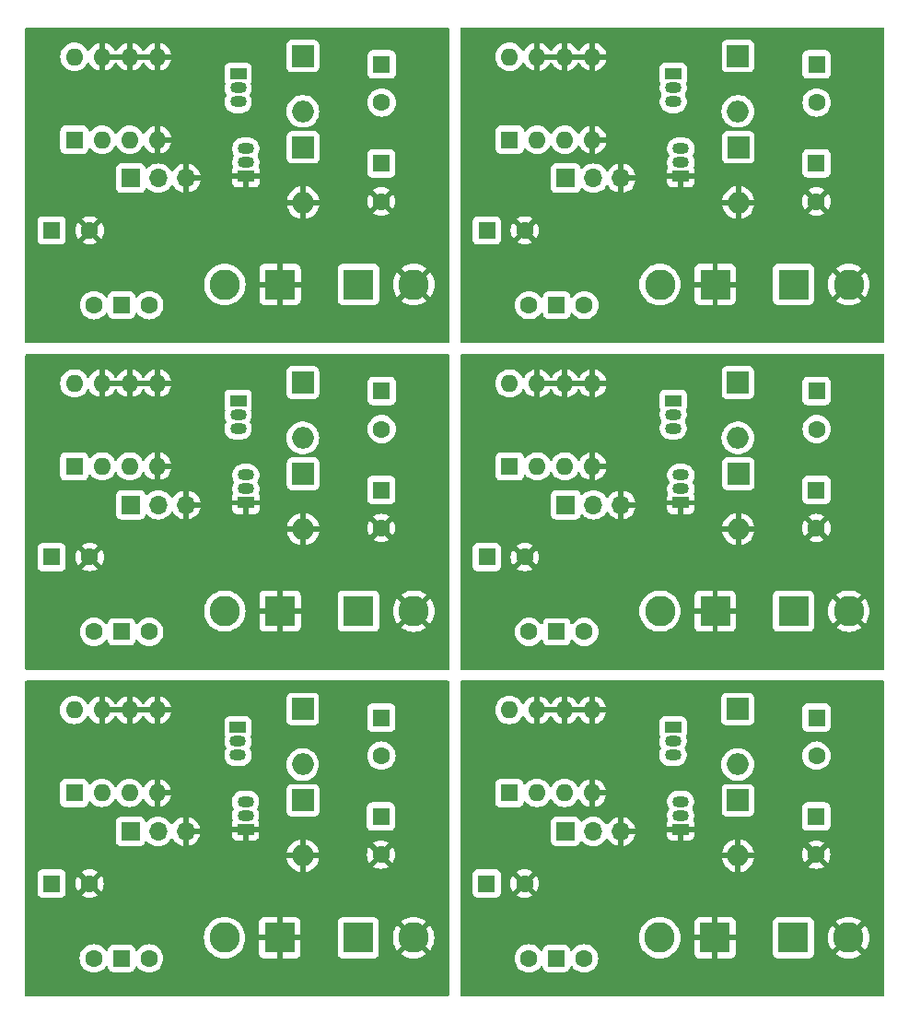
<source format=gbl>
%TF.GenerationSoftware,KiCad,Pcbnew,8.0.6*%
%TF.CreationDate,2024-10-21T19:05:51+09:00*%
%TF.ProjectId,pcb_dcdc,7063625f-6463-4646-932e-6b696361645f,rev?*%
%TF.SameCoordinates,Original*%
%TF.FileFunction,Copper,L2,Bot*%
%TF.FilePolarity,Positive*%
%FSLAX46Y46*%
G04 Gerber Fmt 4.6, Leading zero omitted, Abs format (unit mm)*
G04 Created by KiCad (PCBNEW 8.0.6) date 2024-10-21 19:05:51*
%MOMM*%
%LPD*%
G01*
G04 APERTURE LIST*
%TA.AperFunction,ComponentPad*%
%ADD10R,2.800000X2.800000*%
%TD*%
%TA.AperFunction,ComponentPad*%
%ADD11C,2.800000*%
%TD*%
%TA.AperFunction,ComponentPad*%
%ADD12R,1.500000X1.500000*%
%TD*%
%TA.AperFunction,ComponentPad*%
%ADD13C,1.600000*%
%TD*%
%TA.AperFunction,ComponentPad*%
%ADD14R,1.600000X1.600000*%
%TD*%
%TA.AperFunction,ComponentPad*%
%ADD15R,2.000000X2.000000*%
%TD*%
%TA.AperFunction,ComponentPad*%
%ADD16O,2.000000X2.000000*%
%TD*%
%TA.AperFunction,ComponentPad*%
%ADD17R,1.500000X1.050000*%
%TD*%
%TA.AperFunction,ComponentPad*%
%ADD18O,1.500000X1.050000*%
%TD*%
%TA.AperFunction,ComponentPad*%
%ADD19O,1.600000X1.600000*%
%TD*%
%TA.AperFunction,ComponentPad*%
%ADD20R,1.700000X1.700000*%
%TD*%
%TA.AperFunction,ComponentPad*%
%ADD21O,1.700000X1.700000*%
%TD*%
%TA.AperFunction,ViaPad*%
%ADD22C,0.600000*%
%TD*%
G04 APERTURE END LIST*
D10*
%TO.P,IN,1,Pin_1*%
%TO.N,GND*%
X133945000Y-64130000D03*
D11*
%TO.P,IN,2,Pin_2*%
%TO.N,Net-(J1-Pin_2)*%
X128865000Y-64130000D03*
%TD*%
D12*
%TO.P,SW2,1,B*%
%TO.N,Net-(J1-Pin_2)*%
X119380000Y-66030000D03*
D13*
%TO.P,SW2,2,C*%
X121920000Y-66030000D03*
%TO.P,SW2,3,A*%
%TO.N,VBUS*%
X116840000Y-66030000D03*
%TD*%
D14*
%TO.P,C1,1*%
%TO.N,VBUS*%
X112950000Y-59160000D03*
D13*
%TO.P,C1,2*%
%TO.N,GND*%
X116450000Y-59160000D03*
%TD*%
D10*
%TO.P,OUT,1,Pin_1*%
%TO.N,Net-(D2-A)*%
X141155000Y-64130000D03*
D11*
%TO.P,OUT,2,Pin_2*%
%TO.N,GND*%
X146235000Y-64130000D03*
%TD*%
D15*
%TO.P,D3,1,K*%
%TO.N,Net-(D2-A)*%
X136070000Y-51510000D03*
D16*
%TO.P,D3,2,A*%
%TO.N,GND*%
X136070000Y-56590000D03*
%TD*%
D17*
%TO.P,Q2,1,E*%
%TO.N,GND*%
X130790000Y-54180000D03*
D18*
%TO.P,Q2,2,C*%
%TO.N,Net-(D2-A)*%
X130790000Y-52910000D03*
%TO.P,Q2,3,B*%
%TO.N,Net-(Q1-B)*%
X130790000Y-51640000D03*
%TD*%
D15*
%TO.P,D2,1,K*%
%TO.N,VBUS*%
X136040000Y-43140000D03*
D16*
%TO.P,D2,2,A*%
%TO.N,Net-(D2-A)*%
X136040000Y-48220000D03*
%TD*%
D14*
%TO.P,U1,1*%
%TO.N,Net-(R4-Pad1)*%
X115040000Y-50830000D03*
D19*
%TO.P,U1,2,-*%
%TO.N,Net-(D2-A)*%
X117580000Y-50830000D03*
%TO.P,U1,3,+*%
%TO.N,Net-(U1A-+)*%
X120120000Y-50830000D03*
%TO.P,U1,4,V-*%
%TO.N,GND*%
X122660000Y-50830000D03*
%TO.P,U1,5,+*%
X122660000Y-43210000D03*
%TO.P,U1,6,-*%
X120120000Y-43210000D03*
%TO.P,U1,7*%
X117580000Y-43210000D03*
%TO.P,U1,8,V+*%
%TO.N,VBUS*%
X115040000Y-43210000D03*
%TD*%
D10*
%TO.P,IN,1,Pin_1*%
%TO.N,GND*%
X133925000Y-124130000D03*
D11*
%TO.P,IN,2,Pin_2*%
%TO.N,Net-(J1-Pin_2)*%
X128845000Y-124130000D03*
%TD*%
D20*
%TO.P,RV1,1,1*%
%TO.N,VBUS*%
X120190000Y-114360000D03*
D21*
%TO.P,RV1,2,2*%
%TO.N,Net-(U1A-+)*%
X122730000Y-114360000D03*
%TO.P,RV1,3,3*%
%TO.N,GND*%
X125270000Y-114360000D03*
%TD*%
D17*
%TO.P,Q1,1,E*%
%TO.N,Net-(D2-A)*%
X130070000Y-104810000D03*
D18*
%TO.P,Q1,2,C*%
%TO.N,VBUS*%
X130070000Y-106080000D03*
%TO.P,Q1,3,B*%
%TO.N,Net-(Q1-B)*%
X130070000Y-107350000D03*
%TD*%
D14*
%TO.P,C2,1*%
%TO.N,Net-(D2-A)*%
X143250000Y-52997349D03*
D13*
%TO.P,C2,2*%
%TO.N,GND*%
X143250000Y-56497349D03*
%TD*%
D10*
%TO.P,OUT,1,Pin_1*%
%TO.N,Net-(D2-A)*%
X141135000Y-124130000D03*
D11*
%TO.P,OUT,2,Pin_2*%
%TO.N,GND*%
X146215000Y-124130000D03*
%TD*%
D20*
%TO.P,RV1,1,1*%
%TO.N,VBUS*%
X120210000Y-54360000D03*
D21*
%TO.P,RV1,2,2*%
%TO.N,Net-(U1A-+)*%
X122750000Y-54360000D03*
%TO.P,RV1,3,3*%
%TO.N,GND*%
X125290000Y-54360000D03*
%TD*%
D17*
%TO.P,Q1,1,E*%
%TO.N,Net-(D2-A)*%
X130090000Y-44810000D03*
D18*
%TO.P,Q1,2,C*%
%TO.N,VBUS*%
X130090000Y-46080000D03*
%TO.P,Q1,3,B*%
%TO.N,Net-(Q1-B)*%
X130090000Y-47350000D03*
%TD*%
D14*
%TO.P,C3,1*%
%TO.N,VBUS*%
X143280000Y-43910000D03*
D13*
%TO.P,C3,2*%
%TO.N,Net-(D2-A)*%
X143280000Y-47410000D03*
%TD*%
D14*
%TO.P,C2,1*%
%TO.N,Net-(D2-A)*%
X143230000Y-112997349D03*
D13*
%TO.P,C2,2*%
%TO.N,GND*%
X143230000Y-116497349D03*
%TD*%
D14*
%TO.P,C3,1*%
%TO.N,VBUS*%
X143260000Y-103910000D03*
D13*
%TO.P,C3,2*%
%TO.N,Net-(D2-A)*%
X143260000Y-107410000D03*
%TD*%
D15*
%TO.P,D3,1,K*%
%TO.N,Net-(D2-A)*%
X136050000Y-111510000D03*
D16*
%TO.P,D3,2,A*%
%TO.N,GND*%
X136050000Y-116590000D03*
%TD*%
D17*
%TO.P,Q2,1,E*%
%TO.N,GND*%
X130770000Y-114180000D03*
D18*
%TO.P,Q2,2,C*%
%TO.N,Net-(D2-A)*%
X130770000Y-112910000D03*
%TO.P,Q2,3,B*%
%TO.N,Net-(Q1-B)*%
X130770000Y-111640000D03*
%TD*%
D15*
%TO.P,D2,1,K*%
%TO.N,VBUS*%
X136020000Y-103140000D03*
D16*
%TO.P,D2,2,A*%
%TO.N,Net-(D2-A)*%
X136020000Y-108220000D03*
%TD*%
D14*
%TO.P,U1,1*%
%TO.N,Net-(R4-Pad1)*%
X115020000Y-110830000D03*
D19*
%TO.P,U1,2,-*%
%TO.N,Net-(D2-A)*%
X117560000Y-110830000D03*
%TO.P,U1,3,+*%
%TO.N,Net-(U1A-+)*%
X120100000Y-110830000D03*
%TO.P,U1,4,V-*%
%TO.N,GND*%
X122640000Y-110830000D03*
%TO.P,U1,5,+*%
X122640000Y-103210000D03*
%TO.P,U1,6,-*%
X120100000Y-103210000D03*
%TO.P,U1,7*%
X117560000Y-103210000D03*
%TO.P,U1,8,V+*%
%TO.N,VBUS*%
X115020000Y-103210000D03*
%TD*%
D10*
%TO.P,IN,1,Pin_1*%
%TO.N,GND*%
X133945000Y-94130000D03*
D11*
%TO.P,IN,2,Pin_2*%
%TO.N,Net-(J1-Pin_2)*%
X128865000Y-94130000D03*
%TD*%
D20*
%TO.P,RV1,1,1*%
%TO.N,VBUS*%
X120210000Y-84360000D03*
D21*
%TO.P,RV1,2,2*%
%TO.N,Net-(U1A-+)*%
X122750000Y-84360000D03*
%TO.P,RV1,3,3*%
%TO.N,GND*%
X125290000Y-84360000D03*
%TD*%
D17*
%TO.P,Q1,1,E*%
%TO.N,Net-(D2-A)*%
X130090000Y-74810000D03*
D18*
%TO.P,Q1,2,C*%
%TO.N,VBUS*%
X130090000Y-76080000D03*
%TO.P,Q1,3,B*%
%TO.N,Net-(Q1-B)*%
X130090000Y-77350000D03*
%TD*%
D14*
%TO.P,C3,1*%
%TO.N,VBUS*%
X143280000Y-73910000D03*
D13*
%TO.P,C3,2*%
%TO.N,Net-(D2-A)*%
X143280000Y-77410000D03*
%TD*%
D15*
%TO.P,D3,1,K*%
%TO.N,Net-(D2-A)*%
X136070000Y-81510000D03*
D16*
%TO.P,D3,2,A*%
%TO.N,GND*%
X136070000Y-86590000D03*
%TD*%
D17*
%TO.P,Q2,1,E*%
%TO.N,GND*%
X130790000Y-84180000D03*
D18*
%TO.P,Q2,2,C*%
%TO.N,Net-(D2-A)*%
X130790000Y-82910000D03*
%TO.P,Q2,3,B*%
%TO.N,Net-(Q1-B)*%
X130790000Y-81640000D03*
%TD*%
D15*
%TO.P,D2,1,K*%
%TO.N,VBUS*%
X136040000Y-73140000D03*
D16*
%TO.P,D2,2,A*%
%TO.N,Net-(D2-A)*%
X136040000Y-78220000D03*
%TD*%
D14*
%TO.P,U1,1*%
%TO.N,Net-(R4-Pad1)*%
X115040000Y-80830000D03*
D19*
%TO.P,U1,2,-*%
%TO.N,Net-(D2-A)*%
X117580000Y-80830000D03*
%TO.P,U1,3,+*%
%TO.N,Net-(U1A-+)*%
X120120000Y-80830000D03*
%TO.P,U1,4,V-*%
%TO.N,GND*%
X122660000Y-80830000D03*
%TO.P,U1,5,+*%
X122660000Y-73210000D03*
%TO.P,U1,6,-*%
X120120000Y-73210000D03*
%TO.P,U1,7*%
X117580000Y-73210000D03*
%TO.P,U1,8,V+*%
%TO.N,VBUS*%
X115040000Y-73210000D03*
%TD*%
D14*
%TO.P,C2,1*%
%TO.N,Net-(D2-A)*%
X143250000Y-82997349D03*
D13*
%TO.P,C2,2*%
%TO.N,GND*%
X143250000Y-86497349D03*
%TD*%
D14*
%TO.P,C1,1*%
%TO.N,VBUS*%
X112950000Y-89160000D03*
D13*
%TO.P,C1,2*%
%TO.N,GND*%
X116450000Y-89160000D03*
%TD*%
D12*
%TO.P,SW2,1,B*%
%TO.N,Net-(J1-Pin_2)*%
X119380000Y-96030000D03*
D13*
%TO.P,SW2,2,C*%
X121920000Y-96030000D03*
%TO.P,SW2,3,A*%
%TO.N,VBUS*%
X116840000Y-96030000D03*
%TD*%
D10*
%TO.P,OUT,1,Pin_1*%
%TO.N,Net-(D2-A)*%
X141155000Y-94130000D03*
D11*
%TO.P,OUT,2,Pin_2*%
%TO.N,GND*%
X146235000Y-94130000D03*
%TD*%
D12*
%TO.P,SW2,1,B*%
%TO.N,Net-(J1-Pin_2)*%
X119360000Y-126030000D03*
D13*
%TO.P,SW2,2,C*%
X121900000Y-126030000D03*
%TO.P,SW2,3,A*%
%TO.N,VBUS*%
X116820000Y-126030000D03*
%TD*%
D14*
%TO.P,C1,1*%
%TO.N,VBUS*%
X112930000Y-119160000D03*
D13*
%TO.P,C1,2*%
%TO.N,GND*%
X116430000Y-119160000D03*
%TD*%
D10*
%TO.P,IN,1,Pin_1*%
%TO.N,GND*%
X173945000Y-64130000D03*
D11*
%TO.P,IN,2,Pin_2*%
%TO.N,Net-(J1-Pin_2)*%
X168865000Y-64130000D03*
%TD*%
D20*
%TO.P,RV1,1,1*%
%TO.N,VBUS*%
X160210000Y-54360000D03*
D21*
%TO.P,RV1,2,2*%
%TO.N,Net-(U1A-+)*%
X162750000Y-54360000D03*
%TO.P,RV1,3,3*%
%TO.N,GND*%
X165290000Y-54360000D03*
%TD*%
D17*
%TO.P,Q1,1,E*%
%TO.N,Net-(D2-A)*%
X170090000Y-44810000D03*
D18*
%TO.P,Q1,2,C*%
%TO.N,VBUS*%
X170090000Y-46080000D03*
%TO.P,Q1,3,B*%
%TO.N,Net-(Q1-B)*%
X170090000Y-47350000D03*
%TD*%
D14*
%TO.P,C3,1*%
%TO.N,VBUS*%
X183280000Y-43910000D03*
D13*
%TO.P,C3,2*%
%TO.N,Net-(D2-A)*%
X183280000Y-47410000D03*
%TD*%
D15*
%TO.P,D3,1,K*%
%TO.N,Net-(D2-A)*%
X176070000Y-51510000D03*
D16*
%TO.P,D3,2,A*%
%TO.N,GND*%
X176070000Y-56590000D03*
%TD*%
D17*
%TO.P,Q2,1,E*%
%TO.N,GND*%
X170790000Y-54180000D03*
D18*
%TO.P,Q2,2,C*%
%TO.N,Net-(D2-A)*%
X170790000Y-52910000D03*
%TO.P,Q2,3,B*%
%TO.N,Net-(Q1-B)*%
X170790000Y-51640000D03*
%TD*%
D15*
%TO.P,D2,1,K*%
%TO.N,VBUS*%
X176040000Y-43140000D03*
D16*
%TO.P,D2,2,A*%
%TO.N,Net-(D2-A)*%
X176040000Y-48220000D03*
%TD*%
D14*
%TO.P,U1,1*%
%TO.N,Net-(R4-Pad1)*%
X155040000Y-50830000D03*
D19*
%TO.P,U1,2,-*%
%TO.N,Net-(D2-A)*%
X157580000Y-50830000D03*
%TO.P,U1,3,+*%
%TO.N,Net-(U1A-+)*%
X160120000Y-50830000D03*
%TO.P,U1,4,V-*%
%TO.N,GND*%
X162660000Y-50830000D03*
%TO.P,U1,5,+*%
X162660000Y-43210000D03*
%TO.P,U1,6,-*%
X160120000Y-43210000D03*
%TO.P,U1,7*%
X157580000Y-43210000D03*
%TO.P,U1,8,V+*%
%TO.N,VBUS*%
X155040000Y-43210000D03*
%TD*%
D14*
%TO.P,C2,1*%
%TO.N,Net-(D2-A)*%
X183250000Y-52997349D03*
D13*
%TO.P,C2,2*%
%TO.N,GND*%
X183250000Y-56497349D03*
%TD*%
D14*
%TO.P,C1,1*%
%TO.N,VBUS*%
X152950000Y-59160000D03*
D13*
%TO.P,C1,2*%
%TO.N,GND*%
X156450000Y-59160000D03*
%TD*%
D12*
%TO.P,SW2,1,B*%
%TO.N,Net-(J1-Pin_2)*%
X159380000Y-66030000D03*
D13*
%TO.P,SW2,2,C*%
X161920000Y-66030000D03*
%TO.P,SW2,3,A*%
%TO.N,VBUS*%
X156840000Y-66030000D03*
%TD*%
D10*
%TO.P,OUT,1,Pin_1*%
%TO.N,Net-(D2-A)*%
X181155000Y-64130000D03*
D11*
%TO.P,OUT,2,Pin_2*%
%TO.N,GND*%
X186235000Y-64130000D03*
%TD*%
D10*
%TO.P,IN,1,Pin_1*%
%TO.N,GND*%
X173925000Y-124130000D03*
D11*
%TO.P,IN,2,Pin_2*%
%TO.N,Net-(J1-Pin_2)*%
X168845000Y-124130000D03*
%TD*%
D20*
%TO.P,RV1,1,1*%
%TO.N,VBUS*%
X160190000Y-114360000D03*
D21*
%TO.P,RV1,2,2*%
%TO.N,Net-(U1A-+)*%
X162730000Y-114360000D03*
%TO.P,RV1,3,3*%
%TO.N,GND*%
X165270000Y-114360000D03*
%TD*%
D17*
%TO.P,Q1,1,E*%
%TO.N,Net-(D2-A)*%
X170070000Y-104810000D03*
D18*
%TO.P,Q1,2,C*%
%TO.N,VBUS*%
X170070000Y-106080000D03*
%TO.P,Q1,3,B*%
%TO.N,Net-(Q1-B)*%
X170070000Y-107350000D03*
%TD*%
D14*
%TO.P,C3,1*%
%TO.N,VBUS*%
X183260000Y-103910000D03*
D13*
%TO.P,C3,2*%
%TO.N,Net-(D2-A)*%
X183260000Y-107410000D03*
%TD*%
D15*
%TO.P,D3,1,K*%
%TO.N,Net-(D2-A)*%
X176050000Y-111510000D03*
D16*
%TO.P,D3,2,A*%
%TO.N,GND*%
X176050000Y-116590000D03*
%TD*%
D17*
%TO.P,Q2,1,E*%
%TO.N,GND*%
X170770000Y-114180000D03*
D18*
%TO.P,Q2,2,C*%
%TO.N,Net-(D2-A)*%
X170770000Y-112910000D03*
%TO.P,Q2,3,B*%
%TO.N,Net-(Q1-B)*%
X170770000Y-111640000D03*
%TD*%
D15*
%TO.P,D2,1,K*%
%TO.N,VBUS*%
X176020000Y-103140000D03*
D16*
%TO.P,D2,2,A*%
%TO.N,Net-(D2-A)*%
X176020000Y-108220000D03*
%TD*%
D14*
%TO.P,U1,1*%
%TO.N,Net-(R4-Pad1)*%
X155020000Y-110830000D03*
D19*
%TO.P,U1,2,-*%
%TO.N,Net-(D2-A)*%
X157560000Y-110830000D03*
%TO.P,U1,3,+*%
%TO.N,Net-(U1A-+)*%
X160100000Y-110830000D03*
%TO.P,U1,4,V-*%
%TO.N,GND*%
X162640000Y-110830000D03*
%TO.P,U1,5,+*%
X162640000Y-103210000D03*
%TO.P,U1,6,-*%
X160100000Y-103210000D03*
%TO.P,U1,7*%
X157560000Y-103210000D03*
%TO.P,U1,8,V+*%
%TO.N,VBUS*%
X155020000Y-103210000D03*
%TD*%
D14*
%TO.P,C2,1*%
%TO.N,Net-(D2-A)*%
X183230000Y-112997349D03*
D13*
%TO.P,C2,2*%
%TO.N,GND*%
X183230000Y-116497349D03*
%TD*%
D14*
%TO.P,C1,1*%
%TO.N,VBUS*%
X152930000Y-119160000D03*
D13*
%TO.P,C1,2*%
%TO.N,GND*%
X156430000Y-119160000D03*
%TD*%
D12*
%TO.P,SW2,1,B*%
%TO.N,Net-(J1-Pin_2)*%
X159360000Y-126030000D03*
D13*
%TO.P,SW2,2,C*%
X161900000Y-126030000D03*
%TO.P,SW2,3,A*%
%TO.N,VBUS*%
X156820000Y-126030000D03*
%TD*%
D10*
%TO.P,OUT,1,Pin_1*%
%TO.N,Net-(D2-A)*%
X181135000Y-124130000D03*
D11*
%TO.P,OUT,2,Pin_2*%
%TO.N,GND*%
X186215000Y-124130000D03*
%TD*%
D12*
%TO.P,SW2,1,B*%
%TO.N,Net-(J1-Pin_2)*%
X159380000Y-96030000D03*
D13*
%TO.P,SW2,2,C*%
X161920000Y-96030000D03*
%TO.P,SW2,3,A*%
%TO.N,VBUS*%
X156840000Y-96030000D03*
%TD*%
D10*
%TO.P,OUT,1,Pin_1*%
%TO.N,Net-(D2-A)*%
X181155000Y-94130000D03*
D11*
%TO.P,OUT,2,Pin_2*%
%TO.N,GND*%
X186235000Y-94130000D03*
%TD*%
D15*
%TO.P,D2,1,K*%
%TO.N,VBUS*%
X176040000Y-73140000D03*
D16*
%TO.P,D2,2,A*%
%TO.N,Net-(D2-A)*%
X176040000Y-78220000D03*
%TD*%
D14*
%TO.P,U1,1*%
%TO.N,Net-(R4-Pad1)*%
X155040000Y-80830000D03*
D19*
%TO.P,U1,2,-*%
%TO.N,Net-(D2-A)*%
X157580000Y-80830000D03*
%TO.P,U1,3,+*%
%TO.N,Net-(U1A-+)*%
X160120000Y-80830000D03*
%TO.P,U1,4,V-*%
%TO.N,GND*%
X162660000Y-80830000D03*
%TO.P,U1,5,+*%
X162660000Y-73210000D03*
%TO.P,U1,6,-*%
X160120000Y-73210000D03*
%TO.P,U1,7*%
X157580000Y-73210000D03*
%TO.P,U1,8,V+*%
%TO.N,VBUS*%
X155040000Y-73210000D03*
%TD*%
D15*
%TO.P,D3,1,K*%
%TO.N,Net-(D2-A)*%
X176070000Y-81510000D03*
D16*
%TO.P,D3,2,A*%
%TO.N,GND*%
X176070000Y-86590000D03*
%TD*%
D17*
%TO.P,Q2,1,E*%
%TO.N,GND*%
X170790000Y-84180000D03*
D18*
%TO.P,Q2,2,C*%
%TO.N,Net-(D2-A)*%
X170790000Y-82910000D03*
%TO.P,Q2,3,B*%
%TO.N,Net-(Q1-B)*%
X170790000Y-81640000D03*
%TD*%
D10*
%TO.P,IN,1,Pin_1*%
%TO.N,GND*%
X173945000Y-94130000D03*
D11*
%TO.P,IN,2,Pin_2*%
%TO.N,Net-(J1-Pin_2)*%
X168865000Y-94130000D03*
%TD*%
D20*
%TO.P,RV1,1,1*%
%TO.N,VBUS*%
X160210000Y-84360000D03*
D21*
%TO.P,RV1,2,2*%
%TO.N,Net-(U1A-+)*%
X162750000Y-84360000D03*
%TO.P,RV1,3,3*%
%TO.N,GND*%
X165290000Y-84360000D03*
%TD*%
D17*
%TO.P,Q1,1,E*%
%TO.N,Net-(D2-A)*%
X170090000Y-74810000D03*
D18*
%TO.P,Q1,2,C*%
%TO.N,VBUS*%
X170090000Y-76080000D03*
%TO.P,Q1,3,B*%
%TO.N,Net-(Q1-B)*%
X170090000Y-77350000D03*
%TD*%
D14*
%TO.P,C1,1*%
%TO.N,VBUS*%
X152950000Y-89160000D03*
D13*
%TO.P,C1,2*%
%TO.N,GND*%
X156450000Y-89160000D03*
%TD*%
D14*
%TO.P,C3,1*%
%TO.N,VBUS*%
X183280000Y-73910000D03*
D13*
%TO.P,C3,2*%
%TO.N,Net-(D2-A)*%
X183280000Y-77410000D03*
%TD*%
D14*
%TO.P,C2,1*%
%TO.N,Net-(D2-A)*%
X183250000Y-82997349D03*
D13*
%TO.P,C2,2*%
%TO.N,GND*%
X183250000Y-86497349D03*
%TD*%
D22*
%TO.N,GND*%
X147990000Y-68050000D03*
X112000000Y-102010000D03*
X148040000Y-41960000D03*
X111920000Y-68100000D03*
X112020000Y-42010000D03*
X148020000Y-101960000D03*
X112020000Y-72010000D03*
X147990000Y-98050000D03*
X111920000Y-98100000D03*
X147970000Y-128050000D03*
X111900000Y-128100000D03*
X148040000Y-71960000D03*
X152020000Y-42010000D03*
X187990000Y-68050000D03*
X151920000Y-68100000D03*
X188040000Y-41960000D03*
X152000000Y-102010000D03*
X187970000Y-128050000D03*
X151900000Y-128100000D03*
X188020000Y-101960000D03*
X151920000Y-98100000D03*
X187990000Y-98050000D03*
X188040000Y-71960000D03*
X152020000Y-72010000D03*
%TD*%
%TA.AperFunction,Conductor*%
%TO.N,GND*%
G36*
X159799920Y-72964394D02*
G01*
X159747259Y-73055606D01*
X159720000Y-73157339D01*
X159720000Y-73262661D01*
X159747259Y-73364394D01*
X159799920Y-73455606D01*
X159804314Y-73460000D01*
X157895686Y-73460000D01*
X157900080Y-73455606D01*
X157952741Y-73364394D01*
X157980000Y-73262661D01*
X157980000Y-73157339D01*
X157952741Y-73055606D01*
X157900080Y-72964394D01*
X157895686Y-72960000D01*
X159804314Y-72960000D01*
X159799920Y-72964394D01*
G37*
%TD.AperFunction*%
%TA.AperFunction,Conductor*%
G36*
X162339920Y-72964394D02*
G01*
X162287259Y-73055606D01*
X162260000Y-73157339D01*
X162260000Y-73262661D01*
X162287259Y-73364394D01*
X162339920Y-73455606D01*
X162344314Y-73460000D01*
X160435686Y-73460000D01*
X160440080Y-73455606D01*
X160492741Y-73364394D01*
X160520000Y-73262661D01*
X160520000Y-73157339D01*
X160492741Y-73055606D01*
X160440080Y-72964394D01*
X160435686Y-72960000D01*
X162344314Y-72960000D01*
X162339920Y-72964394D01*
G37*
%TD.AperFunction*%
%TA.AperFunction,Conductor*%
G36*
X189452539Y-70540185D02*
G01*
X189498294Y-70592989D01*
X189509500Y-70644500D01*
X189509500Y-99395500D01*
X189489815Y-99462539D01*
X189437011Y-99508294D01*
X189385500Y-99519500D01*
X150634500Y-99519500D01*
X150567461Y-99499815D01*
X150521706Y-99447011D01*
X150510500Y-99395500D01*
X150510500Y-96029998D01*
X155534532Y-96029998D01*
X155534532Y-96030000D01*
X155554364Y-96256686D01*
X155554366Y-96256697D01*
X155613258Y-96476488D01*
X155613261Y-96476497D01*
X155709431Y-96682732D01*
X155709432Y-96682734D01*
X155839954Y-96869141D01*
X156000858Y-97030045D01*
X156000861Y-97030047D01*
X156187266Y-97160568D01*
X156393504Y-97256739D01*
X156613308Y-97315635D01*
X156775230Y-97329801D01*
X156839998Y-97335468D01*
X156840000Y-97335468D01*
X156840002Y-97335468D01*
X156896673Y-97330509D01*
X157066692Y-97315635D01*
X157286496Y-97256739D01*
X157492734Y-97160568D01*
X157679139Y-97030047D01*
X157840047Y-96869139D01*
X157905278Y-96775977D01*
X157959854Y-96732353D01*
X158029352Y-96725159D01*
X158091707Y-96756681D01*
X158127122Y-96816911D01*
X158130143Y-96833847D01*
X158135909Y-96887483D01*
X158186202Y-97022328D01*
X158186206Y-97022335D01*
X158272452Y-97137544D01*
X158272455Y-97137547D01*
X158387664Y-97223793D01*
X158387671Y-97223797D01*
X158522517Y-97274091D01*
X158522516Y-97274091D01*
X158529444Y-97274835D01*
X158582127Y-97280500D01*
X160177872Y-97280499D01*
X160237483Y-97274091D01*
X160372331Y-97223796D01*
X160487546Y-97137546D01*
X160573796Y-97022331D01*
X160624091Y-96887483D01*
X160629858Y-96833842D01*
X160656593Y-96769296D01*
X160713985Y-96729447D01*
X160783810Y-96726952D01*
X160843900Y-96762604D01*
X160854721Y-96775978D01*
X160919954Y-96869141D01*
X161080858Y-97030045D01*
X161080861Y-97030047D01*
X161267266Y-97160568D01*
X161473504Y-97256739D01*
X161693308Y-97315635D01*
X161855230Y-97329801D01*
X161919998Y-97335468D01*
X161920000Y-97335468D01*
X161920002Y-97335468D01*
X161976673Y-97330509D01*
X162146692Y-97315635D01*
X162366496Y-97256739D01*
X162572734Y-97160568D01*
X162759139Y-97030047D01*
X162920047Y-96869139D01*
X163050568Y-96682734D01*
X163146739Y-96476496D01*
X163205635Y-96256692D01*
X163225468Y-96030000D01*
X163205635Y-95803308D01*
X163146739Y-95583504D01*
X163050568Y-95377266D01*
X162920047Y-95190861D01*
X162920045Y-95190858D01*
X162759141Y-95029954D01*
X162572734Y-94899432D01*
X162572732Y-94899431D01*
X162366497Y-94803261D01*
X162366488Y-94803258D01*
X162146697Y-94744366D01*
X162146693Y-94744365D01*
X162146692Y-94744365D01*
X162146691Y-94744364D01*
X162146686Y-94744364D01*
X161920002Y-94724532D01*
X161919998Y-94724532D01*
X161693313Y-94744364D01*
X161693302Y-94744366D01*
X161473511Y-94803258D01*
X161473502Y-94803261D01*
X161267267Y-94899431D01*
X161267265Y-94899432D01*
X161080858Y-95029954D01*
X160919956Y-95190856D01*
X160854721Y-95284022D01*
X160800144Y-95327646D01*
X160730645Y-95334839D01*
X160668291Y-95303317D01*
X160632877Y-95243087D01*
X160629856Y-95226150D01*
X160624091Y-95172516D01*
X160573797Y-95037671D01*
X160573793Y-95037664D01*
X160487547Y-94922455D01*
X160487544Y-94922452D01*
X160372335Y-94836206D01*
X160372328Y-94836202D01*
X160237482Y-94785908D01*
X160237483Y-94785908D01*
X160177883Y-94779501D01*
X160177881Y-94779500D01*
X160177873Y-94779500D01*
X160177864Y-94779500D01*
X158582129Y-94779500D01*
X158582123Y-94779501D01*
X158522516Y-94785908D01*
X158387671Y-94836202D01*
X158387664Y-94836206D01*
X158272455Y-94922452D01*
X158272452Y-94922455D01*
X158186206Y-95037664D01*
X158186202Y-95037671D01*
X158135908Y-95172516D01*
X158130142Y-95226154D01*
X158103404Y-95290705D01*
X158046012Y-95330553D01*
X157976186Y-95333046D01*
X157916098Y-95297393D01*
X157905278Y-95284021D01*
X157840045Y-95190858D01*
X157679141Y-95029954D01*
X157492734Y-94899432D01*
X157492732Y-94899431D01*
X157286497Y-94803261D01*
X157286488Y-94803258D01*
X157066697Y-94744366D01*
X157066693Y-94744365D01*
X157066692Y-94744365D01*
X157066691Y-94744364D01*
X157066686Y-94744364D01*
X156840002Y-94724532D01*
X156839998Y-94724532D01*
X156613313Y-94744364D01*
X156613302Y-94744366D01*
X156393511Y-94803258D01*
X156393502Y-94803261D01*
X156187267Y-94899431D01*
X156187265Y-94899432D01*
X156000858Y-95029954D01*
X155839954Y-95190858D01*
X155709432Y-95377265D01*
X155709431Y-95377267D01*
X155613261Y-95583502D01*
X155613258Y-95583511D01*
X155554366Y-95803302D01*
X155554364Y-95803313D01*
X155534532Y-96029998D01*
X150510500Y-96029998D01*
X150510500Y-94129998D01*
X166959645Y-94129998D01*
X166959645Y-94130001D01*
X166979039Y-94401160D01*
X166979040Y-94401167D01*
X166996962Y-94483553D01*
X167036825Y-94666801D01*
X167087721Y-94803258D01*
X167131830Y-94921519D01*
X167262109Y-95160107D01*
X167262110Y-95160108D01*
X167262113Y-95160113D01*
X167425029Y-95377742D01*
X167425033Y-95377746D01*
X167425038Y-95377752D01*
X167617247Y-95569961D01*
X167617253Y-95569966D01*
X167617258Y-95569971D01*
X167834887Y-95732887D01*
X167834891Y-95732889D01*
X167834892Y-95732890D01*
X168073481Y-95863169D01*
X168073480Y-95863169D01*
X168073484Y-95863170D01*
X168073487Y-95863172D01*
X168328199Y-95958175D01*
X168593840Y-96015961D01*
X168845605Y-96033967D01*
X168864999Y-96035355D01*
X168865000Y-96035355D01*
X168865001Y-96035355D01*
X168883100Y-96034060D01*
X169136160Y-96015961D01*
X169401801Y-95958175D01*
X169656513Y-95863172D01*
X169656517Y-95863169D01*
X169656519Y-95863169D01*
X169823325Y-95772086D01*
X169895113Y-95732887D01*
X170112742Y-95569971D01*
X170304971Y-95377742D01*
X170467887Y-95160113D01*
X170538959Y-95029954D01*
X170598169Y-94921519D01*
X170598169Y-94921517D01*
X170598172Y-94921513D01*
X170693175Y-94666801D01*
X170750961Y-94401160D01*
X170770355Y-94130000D01*
X170750961Y-93858840D01*
X170693175Y-93593199D01*
X170598172Y-93338487D01*
X170598170Y-93338484D01*
X170598169Y-93338480D01*
X170467890Y-93099892D01*
X170467889Y-93099891D01*
X170467887Y-93099887D01*
X170304971Y-92882258D01*
X170304966Y-92882253D01*
X170304961Y-92882247D01*
X170112752Y-92690038D01*
X170112746Y-92690033D01*
X170112742Y-92690029D01*
X170102224Y-92682155D01*
X172045000Y-92682155D01*
X172045000Y-93880000D01*
X173102586Y-93880000D01*
X173070000Y-94043820D01*
X173070000Y-94216180D01*
X173102586Y-94380000D01*
X172045000Y-94380000D01*
X172045000Y-95577844D01*
X172051401Y-95637372D01*
X172051403Y-95637379D01*
X172101645Y-95772086D01*
X172101649Y-95772093D01*
X172187809Y-95887187D01*
X172187812Y-95887190D01*
X172302906Y-95973350D01*
X172302913Y-95973354D01*
X172437620Y-96023596D01*
X172437627Y-96023598D01*
X172497155Y-96029999D01*
X172497172Y-96030000D01*
X173695000Y-96030000D01*
X173695000Y-94972413D01*
X173858820Y-95005000D01*
X174031180Y-95005000D01*
X174195000Y-94972413D01*
X174195000Y-96030000D01*
X175392828Y-96030000D01*
X175392844Y-96029999D01*
X175452372Y-96023598D01*
X175452379Y-96023596D01*
X175587086Y-95973354D01*
X175587093Y-95973350D01*
X175702187Y-95887190D01*
X175702190Y-95887187D01*
X175788350Y-95772093D01*
X175788354Y-95772086D01*
X175838596Y-95637379D01*
X175838598Y-95637372D01*
X175844999Y-95577844D01*
X175845000Y-95577827D01*
X175845000Y-94380000D01*
X174787414Y-94380000D01*
X174820000Y-94216180D01*
X174820000Y-94043820D01*
X174787414Y-93880000D01*
X175845000Y-93880000D01*
X175845000Y-92682172D01*
X175844999Y-92682155D01*
X175844997Y-92682135D01*
X179254500Y-92682135D01*
X179254500Y-95577870D01*
X179254501Y-95577876D01*
X179260908Y-95637483D01*
X179311202Y-95772328D01*
X179311206Y-95772335D01*
X179397452Y-95887544D01*
X179397455Y-95887547D01*
X179512664Y-95973793D01*
X179512671Y-95973797D01*
X179647517Y-96024091D01*
X179647516Y-96024091D01*
X179654444Y-96024835D01*
X179707127Y-96030500D01*
X182602872Y-96030499D01*
X182662483Y-96024091D01*
X182797331Y-95973796D01*
X182912546Y-95887546D01*
X182998796Y-95772331D01*
X183049091Y-95637483D01*
X183055500Y-95577873D01*
X183055499Y-94129998D01*
X184330147Y-94129998D01*
X184330147Y-94130001D01*
X184349536Y-94401090D01*
X184349537Y-94401097D01*
X184407305Y-94666654D01*
X184502285Y-94921306D01*
X184502287Y-94921310D01*
X184632532Y-95159835D01*
X184632537Y-95159843D01*
X184726321Y-95285123D01*
X184726322Y-95285124D01*
X185462546Y-94548900D01*
X185555343Y-94687780D01*
X185677220Y-94809657D01*
X185816098Y-94902452D01*
X185079874Y-95638676D01*
X185205163Y-95732466D01*
X185205164Y-95732467D01*
X185443689Y-95862712D01*
X185443693Y-95862714D01*
X185698345Y-95957694D01*
X185963902Y-96015462D01*
X185963909Y-96015463D01*
X186234999Y-96034853D01*
X186235001Y-96034853D01*
X186506090Y-96015463D01*
X186506097Y-96015462D01*
X186771654Y-95957694D01*
X187026306Y-95862714D01*
X187026310Y-95862712D01*
X187264844Y-95732462D01*
X187390123Y-95638677D01*
X187390124Y-95638676D01*
X186653900Y-94902453D01*
X186792780Y-94809657D01*
X186914657Y-94687780D01*
X187007452Y-94548900D01*
X187743676Y-95285124D01*
X187743677Y-95285123D01*
X187837462Y-95159844D01*
X187967712Y-94921310D01*
X187967714Y-94921306D01*
X188062694Y-94666654D01*
X188120462Y-94401097D01*
X188120463Y-94401090D01*
X188139853Y-94130001D01*
X188139853Y-94129998D01*
X188120463Y-93858909D01*
X188120462Y-93858902D01*
X188062694Y-93593345D01*
X187967714Y-93338693D01*
X187967712Y-93338689D01*
X187837467Y-93100164D01*
X187837466Y-93100163D01*
X187743676Y-92974874D01*
X187007452Y-93711098D01*
X186914657Y-93572220D01*
X186792780Y-93450343D01*
X186653900Y-93357546D01*
X187390124Y-92621322D01*
X187390123Y-92621321D01*
X187264843Y-92527537D01*
X187264835Y-92527532D01*
X187026310Y-92397287D01*
X187026306Y-92397285D01*
X186771654Y-92302305D01*
X186506097Y-92244537D01*
X186506090Y-92244536D01*
X186235001Y-92225147D01*
X186234999Y-92225147D01*
X185963909Y-92244536D01*
X185963902Y-92244537D01*
X185698345Y-92302305D01*
X185443693Y-92397285D01*
X185443689Y-92397287D01*
X185205164Y-92527532D01*
X185205156Y-92527537D01*
X185079875Y-92621321D01*
X185079874Y-92621322D01*
X185816099Y-93357546D01*
X185677220Y-93450343D01*
X185555343Y-93572220D01*
X185462547Y-93711099D01*
X184726322Y-92974874D01*
X184726321Y-92974875D01*
X184632537Y-93100156D01*
X184632532Y-93100164D01*
X184502287Y-93338689D01*
X184502285Y-93338693D01*
X184407305Y-93593345D01*
X184349537Y-93858902D01*
X184349536Y-93858909D01*
X184330147Y-94129998D01*
X183055499Y-94129998D01*
X183055499Y-92682128D01*
X183049091Y-92622517D01*
X183048645Y-92621322D01*
X182998797Y-92487671D01*
X182998793Y-92487664D01*
X182912547Y-92372455D01*
X182912544Y-92372452D01*
X182797335Y-92286206D01*
X182797328Y-92286202D01*
X182662482Y-92235908D01*
X182662483Y-92235908D01*
X182602883Y-92229501D01*
X182602881Y-92229500D01*
X182602873Y-92229500D01*
X182602864Y-92229500D01*
X179707129Y-92229500D01*
X179707123Y-92229501D01*
X179647516Y-92235908D01*
X179512671Y-92286202D01*
X179512664Y-92286206D01*
X179397455Y-92372452D01*
X179397452Y-92372455D01*
X179311206Y-92487664D01*
X179311202Y-92487671D01*
X179260908Y-92622517D01*
X179254501Y-92682116D01*
X179254501Y-92682123D01*
X179254500Y-92682135D01*
X175844997Y-92682135D01*
X175838598Y-92622627D01*
X175838596Y-92622620D01*
X175788354Y-92487913D01*
X175788350Y-92487906D01*
X175702190Y-92372812D01*
X175702187Y-92372809D01*
X175587093Y-92286649D01*
X175587086Y-92286645D01*
X175452379Y-92236403D01*
X175452372Y-92236401D01*
X175392844Y-92230000D01*
X174195000Y-92230000D01*
X174195000Y-93287586D01*
X174031180Y-93255000D01*
X173858820Y-93255000D01*
X173695000Y-93287586D01*
X173695000Y-92230000D01*
X172497155Y-92230000D01*
X172437627Y-92236401D01*
X172437620Y-92236403D01*
X172302913Y-92286645D01*
X172302906Y-92286649D01*
X172187812Y-92372809D01*
X172187809Y-92372812D01*
X172101649Y-92487906D01*
X172101645Y-92487913D01*
X172051403Y-92622620D01*
X172051401Y-92622627D01*
X172045000Y-92682155D01*
X170102224Y-92682155D01*
X169895113Y-92527113D01*
X169895108Y-92527110D01*
X169895107Y-92527109D01*
X169656518Y-92396830D01*
X169656519Y-92396830D01*
X169592116Y-92372809D01*
X169401801Y-92301825D01*
X169401794Y-92301823D01*
X169401793Y-92301823D01*
X169136167Y-92244040D01*
X169136160Y-92244039D01*
X168865001Y-92224645D01*
X168864999Y-92224645D01*
X168593839Y-92244039D01*
X168593832Y-92244040D01*
X168328206Y-92301823D01*
X168328202Y-92301824D01*
X168328199Y-92301825D01*
X168200843Y-92349326D01*
X168073480Y-92396830D01*
X167834892Y-92527109D01*
X167834891Y-92527110D01*
X167617259Y-92690028D01*
X167617247Y-92690038D01*
X167425038Y-92882247D01*
X167425028Y-92882259D01*
X167262110Y-93099891D01*
X167262109Y-93099892D01*
X167131830Y-93338480D01*
X167090108Y-93450343D01*
X167036825Y-93593199D01*
X167036824Y-93593202D01*
X167036823Y-93593206D01*
X166979040Y-93858832D01*
X166979039Y-93858839D01*
X166959645Y-94129998D01*
X150510500Y-94129998D01*
X150510500Y-88312135D01*
X151649500Y-88312135D01*
X151649500Y-90007870D01*
X151649501Y-90007876D01*
X151655908Y-90067483D01*
X151706202Y-90202328D01*
X151706206Y-90202335D01*
X151792452Y-90317544D01*
X151792455Y-90317547D01*
X151907664Y-90403793D01*
X151907671Y-90403797D01*
X152042517Y-90454091D01*
X152042516Y-90454091D01*
X152049444Y-90454835D01*
X152102127Y-90460500D01*
X153797872Y-90460499D01*
X153857483Y-90454091D01*
X153992331Y-90403796D01*
X154107546Y-90317546D01*
X154193796Y-90202331D01*
X154244091Y-90067483D01*
X154250500Y-90007873D01*
X154250499Y-89159997D01*
X155145034Y-89159997D01*
X155145034Y-89160002D01*
X155164858Y-89386599D01*
X155164860Y-89386610D01*
X155223730Y-89606317D01*
X155223735Y-89606331D01*
X155319863Y-89812478D01*
X155370974Y-89885472D01*
X156050000Y-89206446D01*
X156050000Y-89212661D01*
X156077259Y-89314394D01*
X156129920Y-89405606D01*
X156204394Y-89480080D01*
X156295606Y-89532741D01*
X156397339Y-89560000D01*
X156403553Y-89560000D01*
X155724526Y-90239025D01*
X155797513Y-90290132D01*
X155797521Y-90290136D01*
X156003668Y-90386264D01*
X156003682Y-90386269D01*
X156223389Y-90445139D01*
X156223400Y-90445141D01*
X156449998Y-90464966D01*
X156450002Y-90464966D01*
X156676599Y-90445141D01*
X156676610Y-90445139D01*
X156896317Y-90386269D01*
X156896331Y-90386264D01*
X157102478Y-90290136D01*
X157175471Y-90239024D01*
X156496447Y-89560000D01*
X156502661Y-89560000D01*
X156604394Y-89532741D01*
X156695606Y-89480080D01*
X156770080Y-89405606D01*
X156822741Y-89314394D01*
X156850000Y-89212661D01*
X156850000Y-89206447D01*
X157529024Y-89885471D01*
X157580136Y-89812478D01*
X157676264Y-89606331D01*
X157676269Y-89606317D01*
X157735139Y-89386610D01*
X157735141Y-89386599D01*
X157754966Y-89160002D01*
X157754966Y-89159997D01*
X157735141Y-88933400D01*
X157735139Y-88933389D01*
X157676269Y-88713682D01*
X157676264Y-88713668D01*
X157580136Y-88507521D01*
X157580132Y-88507513D01*
X157529025Y-88434526D01*
X156850000Y-89113551D01*
X156850000Y-89107339D01*
X156822741Y-89005606D01*
X156770080Y-88914394D01*
X156695606Y-88839920D01*
X156604394Y-88787259D01*
X156502661Y-88760000D01*
X156496448Y-88760000D01*
X157175472Y-88080974D01*
X157102478Y-88029863D01*
X156896331Y-87933735D01*
X156896317Y-87933730D01*
X156676610Y-87874860D01*
X156676599Y-87874858D01*
X156450002Y-87855034D01*
X156449998Y-87855034D01*
X156223400Y-87874858D01*
X156223389Y-87874860D01*
X156003682Y-87933730D01*
X156003673Y-87933734D01*
X155797516Y-88029866D01*
X155797512Y-88029868D01*
X155724526Y-88080973D01*
X155724526Y-88080974D01*
X156403553Y-88760000D01*
X156397339Y-88760000D01*
X156295606Y-88787259D01*
X156204394Y-88839920D01*
X156129920Y-88914394D01*
X156077259Y-89005606D01*
X156050000Y-89107339D01*
X156050000Y-89113552D01*
X155370974Y-88434526D01*
X155370973Y-88434526D01*
X155319868Y-88507512D01*
X155319866Y-88507516D01*
X155223734Y-88713673D01*
X155223730Y-88713682D01*
X155164860Y-88933389D01*
X155164858Y-88933400D01*
X155145034Y-89159997D01*
X154250499Y-89159997D01*
X154250499Y-88312128D01*
X154244091Y-88252517D01*
X154193796Y-88117669D01*
X154193795Y-88117668D01*
X154193793Y-88117664D01*
X154107547Y-88002455D01*
X154107544Y-88002452D01*
X153992335Y-87916206D01*
X153992328Y-87916202D01*
X153857482Y-87865908D01*
X153857483Y-87865908D01*
X153797883Y-87859501D01*
X153797881Y-87859500D01*
X153797873Y-87859500D01*
X153797864Y-87859500D01*
X152102129Y-87859500D01*
X152102123Y-87859501D01*
X152042516Y-87865908D01*
X151907671Y-87916202D01*
X151907664Y-87916206D01*
X151792455Y-88002452D01*
X151792452Y-88002455D01*
X151706206Y-88117664D01*
X151706202Y-88117671D01*
X151655908Y-88252517D01*
X151649501Y-88312116D01*
X151649501Y-88312123D01*
X151649500Y-88312135D01*
X150510500Y-88312135D01*
X150510500Y-86340000D01*
X174585960Y-86340000D01*
X175636988Y-86340000D01*
X175604075Y-86397007D01*
X175570000Y-86524174D01*
X175570000Y-86655826D01*
X175604075Y-86782993D01*
X175636988Y-86840000D01*
X174585960Y-86840000D01*
X174646411Y-87078716D01*
X174746267Y-87306367D01*
X174882232Y-87514478D01*
X175050592Y-87697364D01*
X175050602Y-87697373D01*
X175246762Y-87850051D01*
X175246771Y-87850057D01*
X175465385Y-87968364D01*
X175465396Y-87968369D01*
X175700507Y-88049083D01*
X175819999Y-88069023D01*
X175820000Y-88069022D01*
X175820000Y-87023012D01*
X175877007Y-87055925D01*
X176004174Y-87090000D01*
X176135826Y-87090000D01*
X176262993Y-87055925D01*
X176320000Y-87023012D01*
X176320000Y-88069023D01*
X176439492Y-88049083D01*
X176674603Y-87968369D01*
X176674614Y-87968364D01*
X176893228Y-87850057D01*
X176893237Y-87850051D01*
X177089397Y-87697373D01*
X177089407Y-87697364D01*
X177257767Y-87514478D01*
X177393732Y-87306367D01*
X177493588Y-87078716D01*
X177554040Y-86840000D01*
X176503012Y-86840000D01*
X176535925Y-86782993D01*
X176570000Y-86655826D01*
X176570000Y-86524174D01*
X176562811Y-86497346D01*
X181945034Y-86497346D01*
X181945034Y-86497351D01*
X181964858Y-86723948D01*
X181964860Y-86723959D01*
X182023730Y-86943666D01*
X182023735Y-86943680D01*
X182119863Y-87149827D01*
X182170974Y-87222821D01*
X182850000Y-86543795D01*
X182850000Y-86550010D01*
X182877259Y-86651743D01*
X182929920Y-86742955D01*
X183004394Y-86817429D01*
X183095606Y-86870090D01*
X183197339Y-86897349D01*
X183203553Y-86897349D01*
X182524526Y-87576374D01*
X182597513Y-87627481D01*
X182597521Y-87627485D01*
X182803668Y-87723613D01*
X182803682Y-87723618D01*
X183023389Y-87782488D01*
X183023400Y-87782490D01*
X183249998Y-87802315D01*
X183250002Y-87802315D01*
X183476599Y-87782490D01*
X183476610Y-87782488D01*
X183696317Y-87723618D01*
X183696331Y-87723613D01*
X183902478Y-87627485D01*
X183975471Y-87576373D01*
X183296447Y-86897349D01*
X183302661Y-86897349D01*
X183404394Y-86870090D01*
X183495606Y-86817429D01*
X183570080Y-86742955D01*
X183622741Y-86651743D01*
X183650000Y-86550010D01*
X183650000Y-86543796D01*
X184329024Y-87222820D01*
X184380136Y-87149827D01*
X184476264Y-86943680D01*
X184476269Y-86943666D01*
X184535139Y-86723959D01*
X184535141Y-86723948D01*
X184554966Y-86497351D01*
X184554966Y-86497346D01*
X184535141Y-86270749D01*
X184535139Y-86270738D01*
X184476269Y-86051031D01*
X184476264Y-86051017D01*
X184380136Y-85844870D01*
X184380132Y-85844862D01*
X184329025Y-85771875D01*
X183650000Y-86450900D01*
X183650000Y-86444688D01*
X183622741Y-86342955D01*
X183570080Y-86251743D01*
X183495606Y-86177269D01*
X183404394Y-86124608D01*
X183302661Y-86097349D01*
X183296448Y-86097349D01*
X183975472Y-85418323D01*
X183902478Y-85367212D01*
X183696331Y-85271084D01*
X183696317Y-85271079D01*
X183476610Y-85212209D01*
X183476599Y-85212207D01*
X183250002Y-85192383D01*
X183249998Y-85192383D01*
X183023400Y-85212207D01*
X183023389Y-85212209D01*
X182803682Y-85271079D01*
X182803673Y-85271083D01*
X182597516Y-85367215D01*
X182597512Y-85367217D01*
X182524526Y-85418322D01*
X182524526Y-85418323D01*
X183203553Y-86097349D01*
X183197339Y-86097349D01*
X183095606Y-86124608D01*
X183004394Y-86177269D01*
X182929920Y-86251743D01*
X182877259Y-86342955D01*
X182850000Y-86444688D01*
X182850000Y-86450901D01*
X182170974Y-85771875D01*
X182170973Y-85771875D01*
X182119868Y-85844861D01*
X182119866Y-85844865D01*
X182023734Y-86051022D01*
X182023730Y-86051031D01*
X181964860Y-86270738D01*
X181964858Y-86270749D01*
X181945034Y-86497346D01*
X176562811Y-86497346D01*
X176535925Y-86397007D01*
X176503012Y-86340000D01*
X177554040Y-86340000D01*
X177493588Y-86101283D01*
X177393732Y-85873632D01*
X177257767Y-85665521D01*
X177089407Y-85482635D01*
X177089397Y-85482626D01*
X176893237Y-85329948D01*
X176893228Y-85329942D01*
X176674614Y-85211635D01*
X176674603Y-85211630D01*
X176439492Y-85130916D01*
X176320000Y-85110976D01*
X176320000Y-86156988D01*
X176262993Y-86124075D01*
X176135826Y-86090000D01*
X176004174Y-86090000D01*
X175877007Y-86124075D01*
X175820000Y-86156988D01*
X175820000Y-85110976D01*
X175819999Y-85110976D01*
X175700507Y-85130916D01*
X175465396Y-85211630D01*
X175465385Y-85211635D01*
X175246771Y-85329942D01*
X175246762Y-85329948D01*
X175050602Y-85482626D01*
X175050592Y-85482635D01*
X174882232Y-85665521D01*
X174746267Y-85873632D01*
X174646411Y-86101283D01*
X174585960Y-86340000D01*
X150510500Y-86340000D01*
X150510500Y-83462135D01*
X158859500Y-83462135D01*
X158859500Y-85257870D01*
X158859501Y-85257876D01*
X158865908Y-85317483D01*
X158916202Y-85452328D01*
X158916206Y-85452335D01*
X159002452Y-85567544D01*
X159002455Y-85567547D01*
X159117664Y-85653793D01*
X159117671Y-85653797D01*
X159252517Y-85704091D01*
X159252516Y-85704091D01*
X159259444Y-85704835D01*
X159312127Y-85710500D01*
X161107872Y-85710499D01*
X161167483Y-85704091D01*
X161302331Y-85653796D01*
X161417546Y-85567546D01*
X161503796Y-85452331D01*
X161552810Y-85320916D01*
X161594681Y-85264984D01*
X161660145Y-85240566D01*
X161728418Y-85255417D01*
X161756673Y-85276569D01*
X161878599Y-85398495D01*
X161975384Y-85466265D01*
X162072165Y-85534032D01*
X162072167Y-85534033D01*
X162072170Y-85534035D01*
X162286337Y-85633903D01*
X162514592Y-85695063D01*
X162691034Y-85710500D01*
X162749999Y-85715659D01*
X162750000Y-85715659D01*
X162750001Y-85715659D01*
X162808966Y-85710500D01*
X162985408Y-85695063D01*
X163213663Y-85633903D01*
X163427830Y-85534035D01*
X163621401Y-85398495D01*
X163788495Y-85231401D01*
X163918730Y-85045405D01*
X163973307Y-85001781D01*
X164042805Y-84994587D01*
X164105160Y-85026110D01*
X164121879Y-85045405D01*
X164251890Y-85231078D01*
X164418917Y-85398105D01*
X164612421Y-85533600D01*
X164826507Y-85633429D01*
X164826516Y-85633433D01*
X165040000Y-85690634D01*
X165040000Y-84793012D01*
X165097007Y-84825925D01*
X165224174Y-84860000D01*
X165355826Y-84860000D01*
X165482993Y-84825925D01*
X165540000Y-84793012D01*
X165540000Y-85690633D01*
X165753483Y-85633433D01*
X165753492Y-85633429D01*
X165967578Y-85533600D01*
X166161082Y-85398105D01*
X166328105Y-85231082D01*
X166463600Y-85037578D01*
X166563429Y-84823492D01*
X166563432Y-84823486D01*
X166620636Y-84610000D01*
X165723012Y-84610000D01*
X165755925Y-84552993D01*
X165790000Y-84425826D01*
X165790000Y-84294174D01*
X165755925Y-84167007D01*
X165723012Y-84110000D01*
X166620636Y-84110000D01*
X166620635Y-84109999D01*
X166563432Y-83896513D01*
X166563429Y-83896507D01*
X166463600Y-83682422D01*
X166463599Y-83682420D01*
X166328113Y-83488926D01*
X166328108Y-83488920D01*
X166161082Y-83321894D01*
X165967578Y-83186399D01*
X165753492Y-83086570D01*
X165753486Y-83086567D01*
X165540000Y-83029364D01*
X165540000Y-83926988D01*
X165482993Y-83894075D01*
X165355826Y-83860000D01*
X165224174Y-83860000D01*
X165097007Y-83894075D01*
X165040000Y-83926988D01*
X165040000Y-83029364D01*
X165039999Y-83029364D01*
X164826513Y-83086567D01*
X164826507Y-83086570D01*
X164612422Y-83186399D01*
X164612420Y-83186400D01*
X164418926Y-83321886D01*
X164418920Y-83321891D01*
X164251891Y-83488920D01*
X164251890Y-83488922D01*
X164121880Y-83674595D01*
X164067303Y-83718219D01*
X163997804Y-83725412D01*
X163935450Y-83693890D01*
X163918730Y-83674594D01*
X163788494Y-83488597D01*
X163621402Y-83321506D01*
X163621395Y-83321501D01*
X163427834Y-83185967D01*
X163427830Y-83185965D01*
X163427828Y-83185964D01*
X163213663Y-83086097D01*
X163213659Y-83086096D01*
X163213655Y-83086094D01*
X162985413Y-83024938D01*
X162985403Y-83024936D01*
X162750001Y-83004341D01*
X162749999Y-83004341D01*
X162514596Y-83024936D01*
X162514586Y-83024938D01*
X162286344Y-83086094D01*
X162286335Y-83086098D01*
X162072171Y-83185964D01*
X162072169Y-83185965D01*
X161878600Y-83321503D01*
X161756673Y-83443430D01*
X161695350Y-83476914D01*
X161625658Y-83471930D01*
X161569725Y-83430058D01*
X161552810Y-83399081D01*
X161503797Y-83267671D01*
X161503793Y-83267664D01*
X161417547Y-83152455D01*
X161417544Y-83152452D01*
X161302335Y-83066206D01*
X161302328Y-83066202D01*
X161167482Y-83015908D01*
X161167483Y-83015908D01*
X161107883Y-83009501D01*
X161107881Y-83009500D01*
X161107873Y-83009500D01*
X161107864Y-83009500D01*
X159312129Y-83009500D01*
X159312123Y-83009501D01*
X159252516Y-83015908D01*
X159117671Y-83066202D01*
X159117664Y-83066206D01*
X159002455Y-83152452D01*
X159002452Y-83152455D01*
X158916206Y-83267664D01*
X158916202Y-83267671D01*
X158865908Y-83402517D01*
X158859501Y-83462116D01*
X158859500Y-83462135D01*
X150510500Y-83462135D01*
X150510500Y-79982135D01*
X153739500Y-79982135D01*
X153739500Y-81677870D01*
X153739501Y-81677876D01*
X153745908Y-81737483D01*
X153796202Y-81872328D01*
X153796206Y-81872335D01*
X153882452Y-81987544D01*
X153882455Y-81987547D01*
X153997664Y-82073793D01*
X153997671Y-82073797D01*
X154132517Y-82124091D01*
X154132516Y-82124091D01*
X154139444Y-82124835D01*
X154192127Y-82130500D01*
X155887872Y-82130499D01*
X155947483Y-82124091D01*
X156082331Y-82073796D01*
X156197546Y-81987546D01*
X156283796Y-81872331D01*
X156334091Y-81737483D01*
X156337862Y-81702401D01*
X156364599Y-81637855D01*
X156421990Y-81598006D01*
X156491816Y-81595511D01*
X156551905Y-81631163D01*
X156562726Y-81644536D01*
X156579956Y-81669143D01*
X156740858Y-81830045D01*
X156787693Y-81862839D01*
X156927266Y-81960568D01*
X157133504Y-82056739D01*
X157353308Y-82115635D01*
X157515230Y-82129801D01*
X157579998Y-82135468D01*
X157580000Y-82135468D01*
X157580002Y-82135468D01*
X157636807Y-82130498D01*
X157806692Y-82115635D01*
X158026496Y-82056739D01*
X158232734Y-81960568D01*
X158419139Y-81830047D01*
X158580047Y-81669139D01*
X158710568Y-81482734D01*
X158737618Y-81424724D01*
X158783790Y-81372285D01*
X158850983Y-81353133D01*
X158917865Y-81373348D01*
X158962382Y-81424725D01*
X158989429Y-81482728D01*
X158989432Y-81482734D01*
X159119954Y-81669141D01*
X159280858Y-81830045D01*
X159327693Y-81862839D01*
X159467266Y-81960568D01*
X159673504Y-82056739D01*
X159893308Y-82115635D01*
X160055230Y-82129801D01*
X160119998Y-82135468D01*
X160120000Y-82135468D01*
X160120002Y-82135468D01*
X160176807Y-82130498D01*
X160346692Y-82115635D01*
X160566496Y-82056739D01*
X160772734Y-81960568D01*
X160959139Y-81830047D01*
X161120047Y-81669139D01*
X161250568Y-81482734D01*
X161277895Y-81424129D01*
X161324064Y-81371695D01*
X161391257Y-81352542D01*
X161458139Y-81372757D01*
X161502657Y-81424133D01*
X161529865Y-81482482D01*
X161660342Y-81668820D01*
X161821179Y-81829657D01*
X162007517Y-81960134D01*
X162213673Y-82056265D01*
X162213682Y-82056269D01*
X162409999Y-82108872D01*
X162410000Y-82108871D01*
X162410000Y-81145686D01*
X162414394Y-81150080D01*
X162505606Y-81202741D01*
X162607339Y-81230000D01*
X162712661Y-81230000D01*
X162814394Y-81202741D01*
X162905606Y-81150080D01*
X162910000Y-81145686D01*
X162910000Y-82108872D01*
X163106317Y-82056269D01*
X163106326Y-82056265D01*
X163312482Y-81960134D01*
X163498820Y-81829657D01*
X163659657Y-81668820D01*
X163750565Y-81538992D01*
X169539500Y-81538992D01*
X169539500Y-81741007D01*
X169578907Y-81939119D01*
X169578909Y-81939127D01*
X169656213Y-82125755D01*
X169709904Y-82206109D01*
X169730782Y-82272787D01*
X169712297Y-82340167D01*
X169709904Y-82343891D01*
X169656213Y-82424244D01*
X169578909Y-82610872D01*
X169578907Y-82610880D01*
X169539500Y-82808992D01*
X169539500Y-83011007D01*
X169578907Y-83209119D01*
X169578910Y-83209131D01*
X169612547Y-83290338D01*
X169620016Y-83359807D01*
X169600405Y-83404864D01*
X169600895Y-83405132D01*
X169597910Y-83410596D01*
X169597260Y-83412092D01*
X169596646Y-83412911D01*
X169596645Y-83412913D01*
X169546403Y-83547620D01*
X169546401Y-83547627D01*
X169540000Y-83607155D01*
X169540000Y-83930000D01*
X170424134Y-83930000D01*
X170448326Y-83932383D01*
X170451123Y-83932939D01*
X170463995Y-83935499D01*
X170463996Y-83935500D01*
X170463997Y-83935500D01*
X170504170Y-83935500D01*
X170489925Y-83949745D01*
X170440556Y-84035255D01*
X170415000Y-84130630D01*
X170415000Y-84229370D01*
X170440556Y-84324745D01*
X170489925Y-84410255D01*
X170509670Y-84430000D01*
X169540000Y-84430000D01*
X169540000Y-84752844D01*
X169546401Y-84812372D01*
X169546403Y-84812379D01*
X169596645Y-84947086D01*
X169596649Y-84947093D01*
X169682809Y-85062187D01*
X169682812Y-85062190D01*
X169797906Y-85148350D01*
X169797913Y-85148354D01*
X169932620Y-85198596D01*
X169932627Y-85198598D01*
X169992155Y-85204999D01*
X169992172Y-85205000D01*
X170540000Y-85205000D01*
X170540000Y-84460330D01*
X170559745Y-84480075D01*
X170645255Y-84529444D01*
X170740630Y-84555000D01*
X170839370Y-84555000D01*
X170934745Y-84529444D01*
X171020255Y-84480075D01*
X171040000Y-84460330D01*
X171040000Y-85205000D01*
X171587828Y-85205000D01*
X171587844Y-85204999D01*
X171647372Y-85198598D01*
X171647379Y-85198596D01*
X171782086Y-85148354D01*
X171782093Y-85148350D01*
X171897187Y-85062190D01*
X171897190Y-85062187D01*
X171983350Y-84947093D01*
X171983354Y-84947086D01*
X172033596Y-84812379D01*
X172033598Y-84812372D01*
X172039999Y-84752844D01*
X172040000Y-84752827D01*
X172040000Y-84430000D01*
X171070330Y-84430000D01*
X171090075Y-84410255D01*
X171139444Y-84324745D01*
X171165000Y-84229370D01*
X171165000Y-84130630D01*
X171139444Y-84035255D01*
X171090075Y-83949745D01*
X171075830Y-83935500D01*
X171116004Y-83935500D01*
X171116004Y-83935499D01*
X171129473Y-83932820D01*
X171131674Y-83932383D01*
X171155866Y-83930000D01*
X172040000Y-83930000D01*
X172040000Y-83607172D01*
X172039999Y-83607155D01*
X172033598Y-83547627D01*
X172033596Y-83547620D01*
X171983354Y-83412913D01*
X171983353Y-83412911D01*
X171982745Y-83412099D01*
X171982390Y-83411148D01*
X171979103Y-83405128D01*
X171979968Y-83404655D01*
X171958329Y-83346634D01*
X171967452Y-83290338D01*
X172001091Y-83209127D01*
X172040500Y-83011003D01*
X172040500Y-82808997D01*
X172001091Y-82610873D01*
X171923786Y-82424244D01*
X171870094Y-82343889D01*
X171849217Y-82277214D01*
X171867701Y-82209834D01*
X171870078Y-82206134D01*
X171923786Y-82125756D01*
X172001091Y-81939127D01*
X172040500Y-81741003D01*
X172040500Y-81538997D01*
X172001091Y-81340873D01*
X171923786Y-81154244D01*
X171923784Y-81154241D01*
X171923782Y-81154237D01*
X171811558Y-80986281D01*
X171668718Y-80843441D01*
X171500762Y-80731217D01*
X171500752Y-80731212D01*
X171314127Y-80653909D01*
X171314119Y-80653907D01*
X171116007Y-80614500D01*
X171116003Y-80614500D01*
X170463997Y-80614500D01*
X170463992Y-80614500D01*
X170265880Y-80653907D01*
X170265872Y-80653909D01*
X170079247Y-80731212D01*
X170079237Y-80731217D01*
X169911281Y-80843441D01*
X169768441Y-80986281D01*
X169656217Y-81154237D01*
X169656212Y-81154247D01*
X169578909Y-81340872D01*
X169578907Y-81340880D01*
X169539500Y-81538992D01*
X163750565Y-81538992D01*
X163790134Y-81482482D01*
X163886265Y-81276326D01*
X163886269Y-81276317D01*
X163938872Y-81080000D01*
X162975686Y-81080000D01*
X162980080Y-81075606D01*
X163032741Y-80984394D01*
X163060000Y-80882661D01*
X163060000Y-80777339D01*
X163032741Y-80675606D01*
X162980080Y-80584394D01*
X162975686Y-80580000D01*
X163938872Y-80580000D01*
X163938872Y-80579999D01*
X163907290Y-80462135D01*
X174569500Y-80462135D01*
X174569500Y-82557870D01*
X174569501Y-82557876D01*
X174575908Y-82617483D01*
X174626202Y-82752328D01*
X174626206Y-82752335D01*
X174712452Y-82867544D01*
X174712455Y-82867547D01*
X174827664Y-82953793D01*
X174827671Y-82953797D01*
X174962517Y-83004091D01*
X174962516Y-83004091D01*
X174964842Y-83004341D01*
X175022127Y-83010500D01*
X177117872Y-83010499D01*
X177177483Y-83004091D01*
X177312331Y-82953796D01*
X177427546Y-82867546D01*
X177513796Y-82752331D01*
X177564091Y-82617483D01*
X177570500Y-82557873D01*
X177570500Y-82149484D01*
X181949500Y-82149484D01*
X181949500Y-83845219D01*
X181949501Y-83845225D01*
X181955908Y-83904832D01*
X182006202Y-84039677D01*
X182006206Y-84039684D01*
X182092452Y-84154893D01*
X182092455Y-84154896D01*
X182207664Y-84241142D01*
X182207671Y-84241146D01*
X182342517Y-84291440D01*
X182342516Y-84291440D01*
X182349444Y-84292184D01*
X182402127Y-84297849D01*
X184097872Y-84297848D01*
X184157483Y-84291440D01*
X184292331Y-84241145D01*
X184407546Y-84154895D01*
X184493796Y-84039680D01*
X184544091Y-83904832D01*
X184550500Y-83845222D01*
X184550499Y-82149477D01*
X184544091Y-82089866D01*
X184538097Y-82073796D01*
X184493797Y-81955020D01*
X184493793Y-81955013D01*
X184407547Y-81839804D01*
X184407544Y-81839801D01*
X184292335Y-81753555D01*
X184292328Y-81753551D01*
X184157482Y-81703257D01*
X184157483Y-81703257D01*
X184097883Y-81696850D01*
X184097881Y-81696849D01*
X184097873Y-81696849D01*
X184097864Y-81696849D01*
X182402129Y-81696849D01*
X182402123Y-81696850D01*
X182342516Y-81703257D01*
X182207671Y-81753551D01*
X182207664Y-81753555D01*
X182092455Y-81839801D01*
X182092452Y-81839804D01*
X182006206Y-81955013D01*
X182006202Y-81955020D01*
X181955908Y-82089866D01*
X181952050Y-82125755D01*
X181949501Y-82149472D01*
X181949500Y-82149484D01*
X177570500Y-82149484D01*
X177570499Y-80462128D01*
X177564091Y-80402517D01*
X177521272Y-80287714D01*
X177513797Y-80267671D01*
X177513793Y-80267664D01*
X177427547Y-80152455D01*
X177427544Y-80152452D01*
X177312335Y-80066206D01*
X177312328Y-80066202D01*
X177177482Y-80015908D01*
X177177483Y-80015908D01*
X177117883Y-80009501D01*
X177117881Y-80009500D01*
X177117873Y-80009500D01*
X177117864Y-80009500D01*
X175022129Y-80009500D01*
X175022123Y-80009501D01*
X174962516Y-80015908D01*
X174827671Y-80066202D01*
X174827664Y-80066206D01*
X174712455Y-80152452D01*
X174712452Y-80152455D01*
X174626206Y-80267664D01*
X174626202Y-80267671D01*
X174575908Y-80402517D01*
X174570023Y-80457259D01*
X174569501Y-80462123D01*
X174569500Y-80462135D01*
X163907290Y-80462135D01*
X163886269Y-80383682D01*
X163886265Y-80383673D01*
X163790134Y-80177517D01*
X163659657Y-79991179D01*
X163498820Y-79830342D01*
X163312482Y-79699865D01*
X163106328Y-79603734D01*
X162910000Y-79551127D01*
X162910000Y-80514314D01*
X162905606Y-80509920D01*
X162814394Y-80457259D01*
X162712661Y-80430000D01*
X162607339Y-80430000D01*
X162505606Y-80457259D01*
X162414394Y-80509920D01*
X162410000Y-80514314D01*
X162410000Y-79551127D01*
X162213671Y-79603734D01*
X162007517Y-79699865D01*
X161821179Y-79830342D01*
X161660342Y-79991179D01*
X161529867Y-80177515D01*
X161502657Y-80235867D01*
X161456484Y-80288306D01*
X161389290Y-80307457D01*
X161322409Y-80287241D01*
X161277893Y-80235865D01*
X161250570Y-80177271D01*
X161250567Y-80177265D01*
X161233194Y-80152454D01*
X161120047Y-79990861D01*
X161120045Y-79990858D01*
X160959141Y-79829954D01*
X160772734Y-79699432D01*
X160772732Y-79699431D01*
X160566497Y-79603261D01*
X160566488Y-79603258D01*
X160346697Y-79544366D01*
X160346693Y-79544365D01*
X160346692Y-79544365D01*
X160346691Y-79544364D01*
X160346686Y-79544364D01*
X160120002Y-79524532D01*
X160119998Y-79524532D01*
X159893313Y-79544364D01*
X159893302Y-79544366D01*
X159673511Y-79603258D01*
X159673502Y-79603261D01*
X159467267Y-79699431D01*
X159467265Y-79699432D01*
X159280858Y-79829954D01*
X159119954Y-79990858D01*
X158989432Y-80177265D01*
X158989431Y-80177267D01*
X158962382Y-80235275D01*
X158916209Y-80287714D01*
X158849016Y-80306866D01*
X158782135Y-80286650D01*
X158737618Y-80235275D01*
X158710568Y-80177267D01*
X158710567Y-80177265D01*
X158693194Y-80152454D01*
X158580047Y-79990861D01*
X158580045Y-79990858D01*
X158419141Y-79829954D01*
X158232734Y-79699432D01*
X158232732Y-79699431D01*
X158026497Y-79603261D01*
X158026488Y-79603258D01*
X157806697Y-79544366D01*
X157806693Y-79544365D01*
X157806692Y-79544365D01*
X157806691Y-79544364D01*
X157806686Y-79544364D01*
X157580002Y-79524532D01*
X157579998Y-79524532D01*
X157353313Y-79544364D01*
X157353302Y-79544366D01*
X157133511Y-79603258D01*
X157133502Y-79603261D01*
X156927267Y-79699431D01*
X156927265Y-79699432D01*
X156740858Y-79829954D01*
X156579954Y-79990858D01*
X156562725Y-80015464D01*
X156508147Y-80059088D01*
X156438648Y-80066280D01*
X156376294Y-80034757D01*
X156340882Y-79974526D01*
X156337861Y-79957591D01*
X156334091Y-79922516D01*
X156283797Y-79787671D01*
X156283793Y-79787664D01*
X156197547Y-79672455D01*
X156197544Y-79672452D01*
X156082335Y-79586206D01*
X156082328Y-79586202D01*
X155947482Y-79535908D01*
X155947483Y-79535908D01*
X155887883Y-79529501D01*
X155887881Y-79529500D01*
X155887873Y-79529500D01*
X155887864Y-79529500D01*
X154192129Y-79529500D01*
X154192123Y-79529501D01*
X154132516Y-79535908D01*
X153997671Y-79586202D01*
X153997664Y-79586206D01*
X153882455Y-79672452D01*
X153882452Y-79672455D01*
X153796206Y-79787664D01*
X153796202Y-79787671D01*
X153745908Y-79922517D01*
X153739501Y-79982116D01*
X153739500Y-79982135D01*
X150510500Y-79982135D01*
X150510500Y-73209998D01*
X153734532Y-73209998D01*
X153734532Y-73210001D01*
X153754364Y-73436686D01*
X153754366Y-73436697D01*
X153813258Y-73656488D01*
X153813261Y-73656497D01*
X153909431Y-73862732D01*
X153909432Y-73862734D01*
X154039954Y-74049141D01*
X154200858Y-74210045D01*
X154200861Y-74210047D01*
X154387266Y-74340568D01*
X154593504Y-74436739D01*
X154813308Y-74495635D01*
X154975230Y-74509801D01*
X155039998Y-74515468D01*
X155040000Y-74515468D01*
X155040002Y-74515468D01*
X155096673Y-74510509D01*
X155266692Y-74495635D01*
X155486496Y-74436739D01*
X155692734Y-74340568D01*
X155879139Y-74210047D01*
X156040047Y-74049139D01*
X156170568Y-73862734D01*
X156197895Y-73804129D01*
X156244064Y-73751695D01*
X156311257Y-73732542D01*
X156378139Y-73752757D01*
X156422657Y-73804133D01*
X156449865Y-73862482D01*
X156580342Y-74048820D01*
X156741179Y-74209657D01*
X156927517Y-74340134D01*
X157133673Y-74436265D01*
X157133682Y-74436269D01*
X157329999Y-74488872D01*
X157330000Y-74488871D01*
X157330000Y-73525686D01*
X157334394Y-73530080D01*
X157425606Y-73582741D01*
X157527339Y-73610000D01*
X157632661Y-73610000D01*
X157734394Y-73582741D01*
X157825606Y-73530080D01*
X157830000Y-73525686D01*
X157830000Y-74488872D01*
X158026317Y-74436269D01*
X158026326Y-74436265D01*
X158232482Y-74340134D01*
X158418820Y-74209657D01*
X158579657Y-74048820D01*
X158710134Y-73862481D01*
X158710135Y-73862479D01*
X158737618Y-73803543D01*
X158783790Y-73751103D01*
X158850983Y-73731951D01*
X158917864Y-73752166D01*
X158962382Y-73803543D01*
X158989864Y-73862479D01*
X158989865Y-73862481D01*
X159120342Y-74048820D01*
X159281179Y-74209657D01*
X159467517Y-74340134D01*
X159673673Y-74436265D01*
X159673682Y-74436269D01*
X159869999Y-74488872D01*
X159870000Y-74488871D01*
X159870000Y-73525686D01*
X159874394Y-73530080D01*
X159965606Y-73582741D01*
X160067339Y-73610000D01*
X160172661Y-73610000D01*
X160274394Y-73582741D01*
X160365606Y-73530080D01*
X160370000Y-73525686D01*
X160370000Y-74488872D01*
X160566317Y-74436269D01*
X160566326Y-74436265D01*
X160772482Y-74340134D01*
X160958820Y-74209657D01*
X161119657Y-74048820D01*
X161250134Y-73862481D01*
X161250135Y-73862479D01*
X161277618Y-73803543D01*
X161323790Y-73751103D01*
X161390983Y-73731951D01*
X161457864Y-73752166D01*
X161502382Y-73803543D01*
X161529864Y-73862479D01*
X161529865Y-73862481D01*
X161660342Y-74048820D01*
X161821179Y-74209657D01*
X162007517Y-74340134D01*
X162213673Y-74436265D01*
X162213682Y-74436269D01*
X162409999Y-74488872D01*
X162410000Y-74488871D01*
X162410000Y-73525686D01*
X162414394Y-73530080D01*
X162505606Y-73582741D01*
X162607339Y-73610000D01*
X162712661Y-73610000D01*
X162814394Y-73582741D01*
X162905606Y-73530080D01*
X162910000Y-73525686D01*
X162910000Y-74488872D01*
X163106317Y-74436269D01*
X163106326Y-74436265D01*
X163312482Y-74340134D01*
X163459578Y-74237135D01*
X168839500Y-74237135D01*
X168839500Y-75382870D01*
X168839501Y-75382876D01*
X168845908Y-75442483D01*
X168896202Y-75577328D01*
X168896203Y-75577330D01*
X168896204Y-75577331D01*
X168897028Y-75578432D01*
X168897509Y-75579721D01*
X168900454Y-75585114D01*
X168899678Y-75585537D01*
X168921448Y-75643895D01*
X168912325Y-75700198D01*
X168878910Y-75780868D01*
X168878907Y-75780880D01*
X168839500Y-75978992D01*
X168839500Y-76181007D01*
X168878907Y-76379119D01*
X168878909Y-76379127D01*
X168956213Y-76565755D01*
X169009904Y-76646109D01*
X169030782Y-76712787D01*
X169012297Y-76780167D01*
X169009904Y-76783891D01*
X168956213Y-76864244D01*
X168878909Y-77050872D01*
X168878907Y-77050880D01*
X168839500Y-77248992D01*
X168839500Y-77451007D01*
X168878907Y-77649119D01*
X168878909Y-77649127D01*
X168956212Y-77835752D01*
X168956217Y-77835762D01*
X169068441Y-78003718D01*
X169211281Y-78146558D01*
X169379237Y-78258782D01*
X169379241Y-78258784D01*
X169379244Y-78258786D01*
X169565873Y-78336091D01*
X169763992Y-78375499D01*
X169763996Y-78375500D01*
X169763997Y-78375500D01*
X170416004Y-78375500D01*
X170416005Y-78375499D01*
X170614127Y-78336091D01*
X170800756Y-78258786D01*
X170858813Y-78219994D01*
X174534357Y-78219994D01*
X174534357Y-78220005D01*
X174554890Y-78467812D01*
X174554892Y-78467824D01*
X174615936Y-78708881D01*
X174715826Y-78936606D01*
X174851833Y-79144782D01*
X174851836Y-79144785D01*
X175020256Y-79327738D01*
X175216491Y-79480474D01*
X175216493Y-79480475D01*
X175411866Y-79586206D01*
X175435190Y-79598828D01*
X175670386Y-79679571D01*
X175915665Y-79720500D01*
X176164335Y-79720500D01*
X176409614Y-79679571D01*
X176644810Y-79598828D01*
X176863509Y-79480474D01*
X177059744Y-79327738D01*
X177228164Y-79144785D01*
X177364173Y-78936607D01*
X177464063Y-78708881D01*
X177525108Y-78467821D01*
X177525109Y-78467812D01*
X177545643Y-78220005D01*
X177545643Y-78219994D01*
X177525109Y-77972187D01*
X177525107Y-77972175D01*
X177464063Y-77731118D01*
X177364173Y-77503393D01*
X177303156Y-77409998D01*
X181974532Y-77409998D01*
X181974532Y-77410001D01*
X181994364Y-77636686D01*
X181994366Y-77636697D01*
X182053258Y-77856488D01*
X182053261Y-77856497D01*
X182149431Y-78062732D01*
X182149432Y-78062734D01*
X182279954Y-78249141D01*
X182440858Y-78410045D01*
X182440861Y-78410047D01*
X182627266Y-78540568D01*
X182833504Y-78636739D01*
X183053308Y-78695635D01*
X183215230Y-78709801D01*
X183279998Y-78715468D01*
X183280000Y-78715468D01*
X183280002Y-78715468D01*
X183336673Y-78710509D01*
X183506692Y-78695635D01*
X183726496Y-78636739D01*
X183932734Y-78540568D01*
X184119139Y-78410047D01*
X184280047Y-78249139D01*
X184410568Y-78062734D01*
X184506739Y-77856496D01*
X184565635Y-77636692D01*
X184585468Y-77410000D01*
X184565635Y-77183308D01*
X184506739Y-76963504D01*
X184410568Y-76757266D01*
X184280047Y-76570861D01*
X184280045Y-76570858D01*
X184119141Y-76409954D01*
X183932734Y-76279432D01*
X183932732Y-76279431D01*
X183726497Y-76183261D01*
X183726488Y-76183258D01*
X183506697Y-76124366D01*
X183506693Y-76124365D01*
X183506692Y-76124365D01*
X183506691Y-76124364D01*
X183506686Y-76124364D01*
X183280002Y-76104532D01*
X183279998Y-76104532D01*
X183053313Y-76124364D01*
X183053302Y-76124366D01*
X182833511Y-76183258D01*
X182833502Y-76183261D01*
X182627267Y-76279431D01*
X182627265Y-76279432D01*
X182440858Y-76409954D01*
X182279954Y-76570858D01*
X182149432Y-76757265D01*
X182149431Y-76757267D01*
X182053261Y-76963502D01*
X182053258Y-76963511D01*
X181994366Y-77183302D01*
X181994364Y-77183313D01*
X181974532Y-77409998D01*
X177303156Y-77409998D01*
X177228166Y-77295217D01*
X177185613Y-77248992D01*
X177059744Y-77112262D01*
X176863509Y-76959526D01*
X176863507Y-76959525D01*
X176863506Y-76959524D01*
X176644811Y-76841172D01*
X176644802Y-76841169D01*
X176409616Y-76760429D01*
X176164335Y-76719500D01*
X175915665Y-76719500D01*
X175670383Y-76760429D01*
X175435197Y-76841169D01*
X175435188Y-76841172D01*
X175216493Y-76959524D01*
X175020257Y-77112261D01*
X174851833Y-77295217D01*
X174715826Y-77503393D01*
X174615936Y-77731118D01*
X174554892Y-77972175D01*
X174554890Y-77972187D01*
X174534357Y-78219994D01*
X170858813Y-78219994D01*
X170968718Y-78146558D01*
X171111558Y-78003718D01*
X171223786Y-77835756D01*
X171301091Y-77649127D01*
X171340500Y-77451003D01*
X171340500Y-77248997D01*
X171301091Y-77050873D01*
X171223786Y-76864244D01*
X171170094Y-76783889D01*
X171149217Y-76717214D01*
X171167701Y-76649834D01*
X171170078Y-76646134D01*
X171223786Y-76565756D01*
X171301091Y-76379127D01*
X171340500Y-76181003D01*
X171340500Y-75978997D01*
X171301091Y-75780873D01*
X171267673Y-75700198D01*
X171260205Y-75630730D01*
X171279964Y-75585340D01*
X171279547Y-75585112D01*
X171282095Y-75580444D01*
X171282972Y-75578431D01*
X171283796Y-75577331D01*
X171334091Y-75442483D01*
X171340500Y-75382873D01*
X171340499Y-74237128D01*
X171334091Y-74177517D01*
X171283796Y-74042669D01*
X171283795Y-74042668D01*
X171283793Y-74042664D01*
X171197547Y-73927455D01*
X171197544Y-73927452D01*
X171082335Y-73841206D01*
X171082328Y-73841202D01*
X170947482Y-73790908D01*
X170947483Y-73790908D01*
X170887883Y-73784501D01*
X170887881Y-73784500D01*
X170887873Y-73784500D01*
X170887864Y-73784500D01*
X169292129Y-73784500D01*
X169292123Y-73784501D01*
X169232516Y-73790908D01*
X169097671Y-73841202D01*
X169097664Y-73841206D01*
X168982455Y-73927452D01*
X168982452Y-73927455D01*
X168896206Y-74042664D01*
X168896202Y-74042671D01*
X168845908Y-74177517D01*
X168839501Y-74237116D01*
X168839501Y-74237123D01*
X168839500Y-74237135D01*
X163459578Y-74237135D01*
X163498820Y-74209657D01*
X163659657Y-74048820D01*
X163790134Y-73862482D01*
X163886265Y-73656326D01*
X163886269Y-73656317D01*
X163938872Y-73460000D01*
X162975686Y-73460000D01*
X162980080Y-73455606D01*
X163032741Y-73364394D01*
X163060000Y-73262661D01*
X163060000Y-73157339D01*
X163032741Y-73055606D01*
X162980080Y-72964394D01*
X162975686Y-72960000D01*
X163938872Y-72960000D01*
X163938872Y-72959999D01*
X163886269Y-72763682D01*
X163886265Y-72763673D01*
X163790134Y-72557517D01*
X163659657Y-72371179D01*
X163498820Y-72210342D01*
X163330005Y-72092135D01*
X174539500Y-72092135D01*
X174539500Y-74187870D01*
X174539501Y-74187876D01*
X174545908Y-74247483D01*
X174596202Y-74382328D01*
X174596206Y-74382335D01*
X174682452Y-74497544D01*
X174682455Y-74497547D01*
X174797664Y-74583793D01*
X174797671Y-74583797D01*
X174932517Y-74634091D01*
X174932516Y-74634091D01*
X174939444Y-74634835D01*
X174992127Y-74640500D01*
X177087872Y-74640499D01*
X177147483Y-74634091D01*
X177282331Y-74583796D01*
X177397546Y-74497546D01*
X177483796Y-74382331D01*
X177534091Y-74247483D01*
X177540500Y-74187873D01*
X177540499Y-73062135D01*
X181979500Y-73062135D01*
X181979500Y-74757870D01*
X181979501Y-74757876D01*
X181985908Y-74817483D01*
X182036202Y-74952328D01*
X182036206Y-74952335D01*
X182122452Y-75067544D01*
X182122455Y-75067547D01*
X182237664Y-75153793D01*
X182237671Y-75153797D01*
X182372517Y-75204091D01*
X182372516Y-75204091D01*
X182379444Y-75204835D01*
X182432127Y-75210500D01*
X184127872Y-75210499D01*
X184187483Y-75204091D01*
X184322331Y-75153796D01*
X184437546Y-75067546D01*
X184523796Y-74952331D01*
X184574091Y-74817483D01*
X184580500Y-74757873D01*
X184580499Y-73062128D01*
X184574091Y-73002517D01*
X184566928Y-72983313D01*
X184523797Y-72867671D01*
X184523793Y-72867664D01*
X184437547Y-72752455D01*
X184437544Y-72752452D01*
X184322335Y-72666206D01*
X184322328Y-72666202D01*
X184187482Y-72615908D01*
X184187483Y-72615908D01*
X184127883Y-72609501D01*
X184127881Y-72609500D01*
X184127873Y-72609500D01*
X184127864Y-72609500D01*
X182432129Y-72609500D01*
X182432123Y-72609501D01*
X182372516Y-72615908D01*
X182237671Y-72666202D01*
X182237664Y-72666206D01*
X182122455Y-72752452D01*
X182122452Y-72752455D01*
X182036206Y-72867664D01*
X182036202Y-72867671D01*
X181985908Y-73002517D01*
X181980201Y-73055606D01*
X181979501Y-73062123D01*
X181979500Y-73062135D01*
X177540499Y-73062135D01*
X177540499Y-72092128D01*
X177534091Y-72032517D01*
X177493753Y-71924366D01*
X177483797Y-71897671D01*
X177483793Y-71897664D01*
X177397547Y-71782455D01*
X177397544Y-71782452D01*
X177282335Y-71696206D01*
X177282328Y-71696202D01*
X177147482Y-71645908D01*
X177147483Y-71645908D01*
X177087883Y-71639501D01*
X177087881Y-71639500D01*
X177087873Y-71639500D01*
X177087864Y-71639500D01*
X174992129Y-71639500D01*
X174992123Y-71639501D01*
X174932516Y-71645908D01*
X174797671Y-71696202D01*
X174797664Y-71696206D01*
X174682455Y-71782452D01*
X174682452Y-71782455D01*
X174596206Y-71897664D01*
X174596202Y-71897671D01*
X174545908Y-72032517D01*
X174540865Y-72079431D01*
X174539501Y-72092123D01*
X174539500Y-72092135D01*
X163330005Y-72092135D01*
X163312482Y-72079865D01*
X163106328Y-71983734D01*
X162910000Y-71931127D01*
X162910000Y-72894314D01*
X162905606Y-72889920D01*
X162814394Y-72837259D01*
X162712661Y-72810000D01*
X162607339Y-72810000D01*
X162505606Y-72837259D01*
X162414394Y-72889920D01*
X162410000Y-72894314D01*
X162410000Y-71931127D01*
X162213671Y-71983734D01*
X162007517Y-72079865D01*
X161821179Y-72210342D01*
X161660342Y-72371179D01*
X161529865Y-72557517D01*
X161502382Y-72616457D01*
X161456210Y-72668896D01*
X161389016Y-72688048D01*
X161322135Y-72667832D01*
X161277618Y-72616457D01*
X161250134Y-72557517D01*
X161119657Y-72371179D01*
X160958820Y-72210342D01*
X160772482Y-72079865D01*
X160566328Y-71983734D01*
X160370000Y-71931127D01*
X160370000Y-72894314D01*
X160365606Y-72889920D01*
X160274394Y-72837259D01*
X160172661Y-72810000D01*
X160067339Y-72810000D01*
X159965606Y-72837259D01*
X159874394Y-72889920D01*
X159870000Y-72894314D01*
X159870000Y-71931127D01*
X159673671Y-71983734D01*
X159467517Y-72079865D01*
X159281179Y-72210342D01*
X159120342Y-72371179D01*
X158989865Y-72557517D01*
X158962382Y-72616457D01*
X158916210Y-72668896D01*
X158849016Y-72688048D01*
X158782135Y-72667832D01*
X158737618Y-72616457D01*
X158710134Y-72557517D01*
X158579657Y-72371179D01*
X158418820Y-72210342D01*
X158232482Y-72079865D01*
X158026328Y-71983734D01*
X157830000Y-71931127D01*
X157830000Y-72894314D01*
X157825606Y-72889920D01*
X157734394Y-72837259D01*
X157632661Y-72810000D01*
X157527339Y-72810000D01*
X157425606Y-72837259D01*
X157334394Y-72889920D01*
X157330000Y-72894314D01*
X157330000Y-71931127D01*
X157133671Y-71983734D01*
X156927517Y-72079865D01*
X156741179Y-72210342D01*
X156580342Y-72371179D01*
X156449867Y-72557515D01*
X156422657Y-72615867D01*
X156376484Y-72668306D01*
X156309290Y-72687457D01*
X156242409Y-72667241D01*
X156197893Y-72615865D01*
X156194925Y-72609501D01*
X156170568Y-72557266D01*
X156040047Y-72370861D01*
X156040045Y-72370858D01*
X155879141Y-72209954D01*
X155692734Y-72079432D01*
X155692732Y-72079431D01*
X155486497Y-71983261D01*
X155486488Y-71983258D01*
X155266697Y-71924366D01*
X155266693Y-71924365D01*
X155266692Y-71924365D01*
X155266691Y-71924364D01*
X155266686Y-71924364D01*
X155040002Y-71904532D01*
X155039998Y-71904532D01*
X154813313Y-71924364D01*
X154813302Y-71924366D01*
X154593511Y-71983258D01*
X154593502Y-71983261D01*
X154387267Y-72079431D01*
X154387265Y-72079432D01*
X154200858Y-72209954D01*
X154039954Y-72370858D01*
X153909432Y-72557265D01*
X153909431Y-72557267D01*
X153813261Y-72763502D01*
X153813258Y-72763511D01*
X153754366Y-72983302D01*
X153754364Y-72983313D01*
X153734532Y-73209998D01*
X150510500Y-73209998D01*
X150510500Y-70644500D01*
X150530185Y-70577461D01*
X150582989Y-70531706D01*
X150634500Y-70520500D01*
X189385500Y-70520500D01*
X189452539Y-70540185D01*
G37*
%TD.AperFunction*%
%TD*%
%TA.AperFunction,Conductor*%
%TO.N,GND*%
G36*
X159779920Y-102964394D02*
G01*
X159727259Y-103055606D01*
X159700000Y-103157339D01*
X159700000Y-103262661D01*
X159727259Y-103364394D01*
X159779920Y-103455606D01*
X159784314Y-103460000D01*
X157875686Y-103460000D01*
X157880080Y-103455606D01*
X157932741Y-103364394D01*
X157960000Y-103262661D01*
X157960000Y-103157339D01*
X157932741Y-103055606D01*
X157880080Y-102964394D01*
X157875686Y-102960000D01*
X159784314Y-102960000D01*
X159779920Y-102964394D01*
G37*
%TD.AperFunction*%
%TA.AperFunction,Conductor*%
G36*
X162319920Y-102964394D02*
G01*
X162267259Y-103055606D01*
X162240000Y-103157339D01*
X162240000Y-103262661D01*
X162267259Y-103364394D01*
X162319920Y-103455606D01*
X162324314Y-103460000D01*
X160415686Y-103460000D01*
X160420080Y-103455606D01*
X160472741Y-103364394D01*
X160500000Y-103262661D01*
X160500000Y-103157339D01*
X160472741Y-103055606D01*
X160420080Y-102964394D01*
X160415686Y-102960000D01*
X162324314Y-102960000D01*
X162319920Y-102964394D01*
G37*
%TD.AperFunction*%
%TA.AperFunction,Conductor*%
G36*
X189432539Y-100540185D02*
G01*
X189478294Y-100592989D01*
X189489500Y-100644500D01*
X189489500Y-129395500D01*
X189469815Y-129462539D01*
X189417011Y-129508294D01*
X189365500Y-129519500D01*
X150614500Y-129519500D01*
X150547461Y-129499815D01*
X150501706Y-129447011D01*
X150490500Y-129395500D01*
X150490500Y-126029998D01*
X155514532Y-126029998D01*
X155514532Y-126030000D01*
X155534364Y-126256686D01*
X155534366Y-126256697D01*
X155593258Y-126476488D01*
X155593261Y-126476497D01*
X155689431Y-126682732D01*
X155689432Y-126682734D01*
X155819954Y-126869141D01*
X155980858Y-127030045D01*
X155980861Y-127030047D01*
X156167266Y-127160568D01*
X156373504Y-127256739D01*
X156593308Y-127315635D01*
X156755230Y-127329801D01*
X156819998Y-127335468D01*
X156820000Y-127335468D01*
X156820002Y-127335468D01*
X156876673Y-127330509D01*
X157046692Y-127315635D01*
X157266496Y-127256739D01*
X157472734Y-127160568D01*
X157659139Y-127030047D01*
X157820047Y-126869139D01*
X157885278Y-126775977D01*
X157939854Y-126732353D01*
X158009352Y-126725159D01*
X158071707Y-126756681D01*
X158107122Y-126816911D01*
X158110143Y-126833847D01*
X158115909Y-126887483D01*
X158166202Y-127022328D01*
X158166206Y-127022335D01*
X158252452Y-127137544D01*
X158252455Y-127137547D01*
X158367664Y-127223793D01*
X158367671Y-127223797D01*
X158502517Y-127274091D01*
X158502516Y-127274091D01*
X158509444Y-127274835D01*
X158562127Y-127280500D01*
X160157872Y-127280499D01*
X160217483Y-127274091D01*
X160352331Y-127223796D01*
X160467546Y-127137546D01*
X160553796Y-127022331D01*
X160604091Y-126887483D01*
X160609858Y-126833842D01*
X160636593Y-126769296D01*
X160693985Y-126729447D01*
X160763810Y-126726952D01*
X160823900Y-126762604D01*
X160834721Y-126775978D01*
X160899954Y-126869141D01*
X161060858Y-127030045D01*
X161060861Y-127030047D01*
X161247266Y-127160568D01*
X161453504Y-127256739D01*
X161673308Y-127315635D01*
X161835230Y-127329801D01*
X161899998Y-127335468D01*
X161900000Y-127335468D01*
X161900002Y-127335468D01*
X161956673Y-127330509D01*
X162126692Y-127315635D01*
X162346496Y-127256739D01*
X162552734Y-127160568D01*
X162739139Y-127030047D01*
X162900047Y-126869139D01*
X163030568Y-126682734D01*
X163126739Y-126476496D01*
X163185635Y-126256692D01*
X163205468Y-126030000D01*
X163185635Y-125803308D01*
X163126739Y-125583504D01*
X163030568Y-125377266D01*
X162900047Y-125190861D01*
X162900045Y-125190858D01*
X162739141Y-125029954D01*
X162552734Y-124899432D01*
X162552732Y-124899431D01*
X162346497Y-124803261D01*
X162346488Y-124803258D01*
X162126697Y-124744366D01*
X162126693Y-124744365D01*
X162126692Y-124744365D01*
X162126691Y-124744364D01*
X162126686Y-124744364D01*
X161900002Y-124724532D01*
X161899998Y-124724532D01*
X161673313Y-124744364D01*
X161673302Y-124744366D01*
X161453511Y-124803258D01*
X161453502Y-124803261D01*
X161247267Y-124899431D01*
X161247265Y-124899432D01*
X161060858Y-125029954D01*
X160899956Y-125190856D01*
X160834721Y-125284022D01*
X160780144Y-125327646D01*
X160710645Y-125334839D01*
X160648291Y-125303317D01*
X160612877Y-125243087D01*
X160609856Y-125226150D01*
X160604091Y-125172516D01*
X160553797Y-125037671D01*
X160553793Y-125037664D01*
X160467547Y-124922455D01*
X160467544Y-124922452D01*
X160352335Y-124836206D01*
X160352328Y-124836202D01*
X160217482Y-124785908D01*
X160217483Y-124785908D01*
X160157883Y-124779501D01*
X160157881Y-124779500D01*
X160157873Y-124779500D01*
X160157864Y-124779500D01*
X158562129Y-124779500D01*
X158562123Y-124779501D01*
X158502516Y-124785908D01*
X158367671Y-124836202D01*
X158367664Y-124836206D01*
X158252455Y-124922452D01*
X158252452Y-124922455D01*
X158166206Y-125037664D01*
X158166202Y-125037671D01*
X158115908Y-125172516D01*
X158110142Y-125226154D01*
X158083404Y-125290705D01*
X158026012Y-125330553D01*
X157956186Y-125333046D01*
X157896098Y-125297393D01*
X157885278Y-125284021D01*
X157820045Y-125190858D01*
X157659141Y-125029954D01*
X157472734Y-124899432D01*
X157472732Y-124899431D01*
X157266497Y-124803261D01*
X157266488Y-124803258D01*
X157046697Y-124744366D01*
X157046693Y-124744365D01*
X157046692Y-124744365D01*
X157046691Y-124744364D01*
X157046686Y-124744364D01*
X156820002Y-124724532D01*
X156819998Y-124724532D01*
X156593313Y-124744364D01*
X156593302Y-124744366D01*
X156373511Y-124803258D01*
X156373502Y-124803261D01*
X156167267Y-124899431D01*
X156167265Y-124899432D01*
X155980858Y-125029954D01*
X155819954Y-125190858D01*
X155689432Y-125377265D01*
X155689431Y-125377267D01*
X155593261Y-125583502D01*
X155593258Y-125583511D01*
X155534366Y-125803302D01*
X155534364Y-125803313D01*
X155514532Y-126029998D01*
X150490500Y-126029998D01*
X150490500Y-124129998D01*
X166939645Y-124129998D01*
X166939645Y-124130001D01*
X166959039Y-124401160D01*
X166959040Y-124401167D01*
X166976962Y-124483553D01*
X167016825Y-124666801D01*
X167067721Y-124803258D01*
X167111830Y-124921519D01*
X167242109Y-125160107D01*
X167242110Y-125160108D01*
X167242113Y-125160113D01*
X167405029Y-125377742D01*
X167405033Y-125377746D01*
X167405038Y-125377752D01*
X167597247Y-125569961D01*
X167597253Y-125569966D01*
X167597258Y-125569971D01*
X167814887Y-125732887D01*
X167814891Y-125732889D01*
X167814892Y-125732890D01*
X168053481Y-125863169D01*
X168053480Y-125863169D01*
X168053484Y-125863170D01*
X168053487Y-125863172D01*
X168308199Y-125958175D01*
X168573840Y-126015961D01*
X168825605Y-126033967D01*
X168844999Y-126035355D01*
X168845000Y-126035355D01*
X168845001Y-126035355D01*
X168863100Y-126034060D01*
X169116160Y-126015961D01*
X169381801Y-125958175D01*
X169636513Y-125863172D01*
X169636517Y-125863169D01*
X169636519Y-125863169D01*
X169803325Y-125772086D01*
X169875113Y-125732887D01*
X170092742Y-125569971D01*
X170284971Y-125377742D01*
X170447887Y-125160113D01*
X170518959Y-125029954D01*
X170578169Y-124921519D01*
X170578169Y-124921517D01*
X170578172Y-124921513D01*
X170673175Y-124666801D01*
X170730961Y-124401160D01*
X170750355Y-124130000D01*
X170730961Y-123858840D01*
X170673175Y-123593199D01*
X170578172Y-123338487D01*
X170578170Y-123338484D01*
X170578169Y-123338480D01*
X170447890Y-123099892D01*
X170447889Y-123099891D01*
X170447887Y-123099887D01*
X170284971Y-122882258D01*
X170284966Y-122882253D01*
X170284961Y-122882247D01*
X170092752Y-122690038D01*
X170092746Y-122690033D01*
X170092742Y-122690029D01*
X170082224Y-122682155D01*
X172025000Y-122682155D01*
X172025000Y-123880000D01*
X173082586Y-123880000D01*
X173050000Y-124043820D01*
X173050000Y-124216180D01*
X173082586Y-124380000D01*
X172025000Y-124380000D01*
X172025000Y-125577844D01*
X172031401Y-125637372D01*
X172031403Y-125637379D01*
X172081645Y-125772086D01*
X172081649Y-125772093D01*
X172167809Y-125887187D01*
X172167812Y-125887190D01*
X172282906Y-125973350D01*
X172282913Y-125973354D01*
X172417620Y-126023596D01*
X172417627Y-126023598D01*
X172477155Y-126029999D01*
X172477172Y-126030000D01*
X173675000Y-126030000D01*
X173675000Y-124972413D01*
X173838820Y-125005000D01*
X174011180Y-125005000D01*
X174175000Y-124972413D01*
X174175000Y-126030000D01*
X175372828Y-126030000D01*
X175372844Y-126029999D01*
X175432372Y-126023598D01*
X175432379Y-126023596D01*
X175567086Y-125973354D01*
X175567093Y-125973350D01*
X175682187Y-125887190D01*
X175682190Y-125887187D01*
X175768350Y-125772093D01*
X175768354Y-125772086D01*
X175818596Y-125637379D01*
X175818598Y-125637372D01*
X175824999Y-125577844D01*
X175825000Y-125577827D01*
X175825000Y-124380000D01*
X174767414Y-124380000D01*
X174800000Y-124216180D01*
X174800000Y-124043820D01*
X174767414Y-123880000D01*
X175825000Y-123880000D01*
X175825000Y-122682172D01*
X175824999Y-122682155D01*
X175824997Y-122682135D01*
X179234500Y-122682135D01*
X179234500Y-125577870D01*
X179234501Y-125577876D01*
X179240908Y-125637483D01*
X179291202Y-125772328D01*
X179291206Y-125772335D01*
X179377452Y-125887544D01*
X179377455Y-125887547D01*
X179492664Y-125973793D01*
X179492671Y-125973797D01*
X179627517Y-126024091D01*
X179627516Y-126024091D01*
X179634444Y-126024835D01*
X179687127Y-126030500D01*
X182582872Y-126030499D01*
X182642483Y-126024091D01*
X182777331Y-125973796D01*
X182892546Y-125887546D01*
X182978796Y-125772331D01*
X183029091Y-125637483D01*
X183035500Y-125577873D01*
X183035499Y-124129998D01*
X184310147Y-124129998D01*
X184310147Y-124130001D01*
X184329536Y-124401090D01*
X184329537Y-124401097D01*
X184387305Y-124666654D01*
X184482285Y-124921306D01*
X184482287Y-124921310D01*
X184612532Y-125159835D01*
X184612537Y-125159843D01*
X184706321Y-125285123D01*
X184706322Y-125285124D01*
X185442546Y-124548900D01*
X185535343Y-124687780D01*
X185657220Y-124809657D01*
X185796098Y-124902452D01*
X185059874Y-125638676D01*
X185185163Y-125732466D01*
X185185164Y-125732467D01*
X185423689Y-125862712D01*
X185423693Y-125862714D01*
X185678345Y-125957694D01*
X185943902Y-126015462D01*
X185943909Y-126015463D01*
X186214999Y-126034853D01*
X186215001Y-126034853D01*
X186486090Y-126015463D01*
X186486097Y-126015462D01*
X186751654Y-125957694D01*
X187006306Y-125862714D01*
X187006310Y-125862712D01*
X187244844Y-125732462D01*
X187370123Y-125638677D01*
X187370124Y-125638676D01*
X186633900Y-124902453D01*
X186772780Y-124809657D01*
X186894657Y-124687780D01*
X186987452Y-124548900D01*
X187723676Y-125285124D01*
X187723677Y-125285123D01*
X187817462Y-125159844D01*
X187947712Y-124921310D01*
X187947714Y-124921306D01*
X188042694Y-124666654D01*
X188100462Y-124401097D01*
X188100463Y-124401090D01*
X188119853Y-124130001D01*
X188119853Y-124129998D01*
X188100463Y-123858909D01*
X188100462Y-123858902D01*
X188042694Y-123593345D01*
X187947714Y-123338693D01*
X187947712Y-123338689D01*
X187817467Y-123100164D01*
X187817466Y-123100163D01*
X187723676Y-122974874D01*
X186987452Y-123711098D01*
X186894657Y-123572220D01*
X186772780Y-123450343D01*
X186633900Y-123357546D01*
X187370124Y-122621322D01*
X187370123Y-122621321D01*
X187244843Y-122527537D01*
X187244835Y-122527532D01*
X187006310Y-122397287D01*
X187006306Y-122397285D01*
X186751654Y-122302305D01*
X186486097Y-122244537D01*
X186486090Y-122244536D01*
X186215001Y-122225147D01*
X186214999Y-122225147D01*
X185943909Y-122244536D01*
X185943902Y-122244537D01*
X185678345Y-122302305D01*
X185423693Y-122397285D01*
X185423689Y-122397287D01*
X185185164Y-122527532D01*
X185185156Y-122527537D01*
X185059875Y-122621321D01*
X185059874Y-122621322D01*
X185796099Y-123357546D01*
X185657220Y-123450343D01*
X185535343Y-123572220D01*
X185442547Y-123711099D01*
X184706322Y-122974874D01*
X184706321Y-122974875D01*
X184612537Y-123100156D01*
X184612532Y-123100164D01*
X184482287Y-123338689D01*
X184482285Y-123338693D01*
X184387305Y-123593345D01*
X184329537Y-123858902D01*
X184329536Y-123858909D01*
X184310147Y-124129998D01*
X183035499Y-124129998D01*
X183035499Y-122682128D01*
X183029091Y-122622517D01*
X183028645Y-122621322D01*
X182978797Y-122487671D01*
X182978793Y-122487664D01*
X182892547Y-122372455D01*
X182892544Y-122372452D01*
X182777335Y-122286206D01*
X182777328Y-122286202D01*
X182642482Y-122235908D01*
X182642483Y-122235908D01*
X182582883Y-122229501D01*
X182582881Y-122229500D01*
X182582873Y-122229500D01*
X182582864Y-122229500D01*
X179687129Y-122229500D01*
X179687123Y-122229501D01*
X179627516Y-122235908D01*
X179492671Y-122286202D01*
X179492664Y-122286206D01*
X179377455Y-122372452D01*
X179377452Y-122372455D01*
X179291206Y-122487664D01*
X179291202Y-122487671D01*
X179240908Y-122622517D01*
X179234501Y-122682116D01*
X179234501Y-122682123D01*
X179234500Y-122682135D01*
X175824997Y-122682135D01*
X175818598Y-122622627D01*
X175818596Y-122622620D01*
X175768354Y-122487913D01*
X175768350Y-122487906D01*
X175682190Y-122372812D01*
X175682187Y-122372809D01*
X175567093Y-122286649D01*
X175567086Y-122286645D01*
X175432379Y-122236403D01*
X175432372Y-122236401D01*
X175372844Y-122230000D01*
X174175000Y-122230000D01*
X174175000Y-123287586D01*
X174011180Y-123255000D01*
X173838820Y-123255000D01*
X173675000Y-123287586D01*
X173675000Y-122230000D01*
X172477155Y-122230000D01*
X172417627Y-122236401D01*
X172417620Y-122236403D01*
X172282913Y-122286645D01*
X172282906Y-122286649D01*
X172167812Y-122372809D01*
X172167809Y-122372812D01*
X172081649Y-122487906D01*
X172081645Y-122487913D01*
X172031403Y-122622620D01*
X172031401Y-122622627D01*
X172025000Y-122682155D01*
X170082224Y-122682155D01*
X169875113Y-122527113D01*
X169875108Y-122527110D01*
X169875107Y-122527109D01*
X169636518Y-122396830D01*
X169636519Y-122396830D01*
X169572116Y-122372809D01*
X169381801Y-122301825D01*
X169381794Y-122301823D01*
X169381793Y-122301823D01*
X169116167Y-122244040D01*
X169116160Y-122244039D01*
X168845001Y-122224645D01*
X168844999Y-122224645D01*
X168573839Y-122244039D01*
X168573832Y-122244040D01*
X168308206Y-122301823D01*
X168308202Y-122301824D01*
X168308199Y-122301825D01*
X168180843Y-122349326D01*
X168053480Y-122396830D01*
X167814892Y-122527109D01*
X167814891Y-122527110D01*
X167597259Y-122690028D01*
X167597247Y-122690038D01*
X167405038Y-122882247D01*
X167405028Y-122882259D01*
X167242110Y-123099891D01*
X167242109Y-123099892D01*
X167111830Y-123338480D01*
X167070108Y-123450343D01*
X167016825Y-123593199D01*
X167016824Y-123593202D01*
X167016823Y-123593206D01*
X166959040Y-123858832D01*
X166959039Y-123858839D01*
X166939645Y-124129998D01*
X150490500Y-124129998D01*
X150490500Y-118312135D01*
X151629500Y-118312135D01*
X151629500Y-120007870D01*
X151629501Y-120007876D01*
X151635908Y-120067483D01*
X151686202Y-120202328D01*
X151686206Y-120202335D01*
X151772452Y-120317544D01*
X151772455Y-120317547D01*
X151887664Y-120403793D01*
X151887671Y-120403797D01*
X152022517Y-120454091D01*
X152022516Y-120454091D01*
X152029444Y-120454835D01*
X152082127Y-120460500D01*
X153777872Y-120460499D01*
X153837483Y-120454091D01*
X153972331Y-120403796D01*
X154087546Y-120317546D01*
X154173796Y-120202331D01*
X154224091Y-120067483D01*
X154230500Y-120007873D01*
X154230499Y-119159997D01*
X155125034Y-119159997D01*
X155125034Y-119160002D01*
X155144858Y-119386599D01*
X155144860Y-119386610D01*
X155203730Y-119606317D01*
X155203735Y-119606331D01*
X155299863Y-119812478D01*
X155350974Y-119885472D01*
X156030000Y-119206446D01*
X156030000Y-119212661D01*
X156057259Y-119314394D01*
X156109920Y-119405606D01*
X156184394Y-119480080D01*
X156275606Y-119532741D01*
X156377339Y-119560000D01*
X156383553Y-119560000D01*
X155704526Y-120239025D01*
X155777513Y-120290132D01*
X155777521Y-120290136D01*
X155983668Y-120386264D01*
X155983682Y-120386269D01*
X156203389Y-120445139D01*
X156203400Y-120445141D01*
X156429998Y-120464966D01*
X156430002Y-120464966D01*
X156656599Y-120445141D01*
X156656610Y-120445139D01*
X156876317Y-120386269D01*
X156876331Y-120386264D01*
X157082478Y-120290136D01*
X157155471Y-120239024D01*
X156476447Y-119560000D01*
X156482661Y-119560000D01*
X156584394Y-119532741D01*
X156675606Y-119480080D01*
X156750080Y-119405606D01*
X156802741Y-119314394D01*
X156830000Y-119212661D01*
X156830000Y-119206447D01*
X157509024Y-119885471D01*
X157560136Y-119812478D01*
X157656264Y-119606331D01*
X157656269Y-119606317D01*
X157715139Y-119386610D01*
X157715141Y-119386599D01*
X157734966Y-119160002D01*
X157734966Y-119159997D01*
X157715141Y-118933400D01*
X157715139Y-118933389D01*
X157656269Y-118713682D01*
X157656264Y-118713668D01*
X157560136Y-118507521D01*
X157560132Y-118507513D01*
X157509025Y-118434526D01*
X156830000Y-119113551D01*
X156830000Y-119107339D01*
X156802741Y-119005606D01*
X156750080Y-118914394D01*
X156675606Y-118839920D01*
X156584394Y-118787259D01*
X156482661Y-118760000D01*
X156476448Y-118760000D01*
X157155472Y-118080974D01*
X157082478Y-118029863D01*
X156876331Y-117933735D01*
X156876317Y-117933730D01*
X156656610Y-117874860D01*
X156656599Y-117874858D01*
X156430002Y-117855034D01*
X156429998Y-117855034D01*
X156203400Y-117874858D01*
X156203389Y-117874860D01*
X155983682Y-117933730D01*
X155983673Y-117933734D01*
X155777516Y-118029866D01*
X155777512Y-118029868D01*
X155704526Y-118080973D01*
X155704526Y-118080974D01*
X156383553Y-118760000D01*
X156377339Y-118760000D01*
X156275606Y-118787259D01*
X156184394Y-118839920D01*
X156109920Y-118914394D01*
X156057259Y-119005606D01*
X156030000Y-119107339D01*
X156030000Y-119113552D01*
X155350974Y-118434526D01*
X155350973Y-118434526D01*
X155299868Y-118507512D01*
X155299866Y-118507516D01*
X155203734Y-118713673D01*
X155203730Y-118713682D01*
X155144860Y-118933389D01*
X155144858Y-118933400D01*
X155125034Y-119159997D01*
X154230499Y-119159997D01*
X154230499Y-118312128D01*
X154224091Y-118252517D01*
X154173796Y-118117669D01*
X154173795Y-118117668D01*
X154173793Y-118117664D01*
X154087547Y-118002455D01*
X154087544Y-118002452D01*
X153972335Y-117916206D01*
X153972328Y-117916202D01*
X153837482Y-117865908D01*
X153837483Y-117865908D01*
X153777883Y-117859501D01*
X153777881Y-117859500D01*
X153777873Y-117859500D01*
X153777864Y-117859500D01*
X152082129Y-117859500D01*
X152082123Y-117859501D01*
X152022516Y-117865908D01*
X151887671Y-117916202D01*
X151887664Y-117916206D01*
X151772455Y-118002452D01*
X151772452Y-118002455D01*
X151686206Y-118117664D01*
X151686202Y-118117671D01*
X151635908Y-118252517D01*
X151629501Y-118312116D01*
X151629501Y-118312123D01*
X151629500Y-118312135D01*
X150490500Y-118312135D01*
X150490500Y-116340000D01*
X174565960Y-116340000D01*
X175616988Y-116340000D01*
X175584075Y-116397007D01*
X175550000Y-116524174D01*
X175550000Y-116655826D01*
X175584075Y-116782993D01*
X175616988Y-116840000D01*
X174565960Y-116840000D01*
X174626411Y-117078716D01*
X174726267Y-117306367D01*
X174862232Y-117514478D01*
X175030592Y-117697364D01*
X175030602Y-117697373D01*
X175226762Y-117850051D01*
X175226771Y-117850057D01*
X175445385Y-117968364D01*
X175445396Y-117968369D01*
X175680507Y-118049083D01*
X175799999Y-118069023D01*
X175800000Y-118069022D01*
X175800000Y-117023012D01*
X175857007Y-117055925D01*
X175984174Y-117090000D01*
X176115826Y-117090000D01*
X176242993Y-117055925D01*
X176300000Y-117023012D01*
X176300000Y-118069023D01*
X176419492Y-118049083D01*
X176654603Y-117968369D01*
X176654614Y-117968364D01*
X176873228Y-117850057D01*
X176873237Y-117850051D01*
X177069397Y-117697373D01*
X177069407Y-117697364D01*
X177237767Y-117514478D01*
X177373732Y-117306367D01*
X177473588Y-117078716D01*
X177534040Y-116840000D01*
X176483012Y-116840000D01*
X176515925Y-116782993D01*
X176550000Y-116655826D01*
X176550000Y-116524174D01*
X176542811Y-116497346D01*
X181925034Y-116497346D01*
X181925034Y-116497351D01*
X181944858Y-116723948D01*
X181944860Y-116723959D01*
X182003730Y-116943666D01*
X182003735Y-116943680D01*
X182099863Y-117149827D01*
X182150974Y-117222821D01*
X182830000Y-116543795D01*
X182830000Y-116550010D01*
X182857259Y-116651743D01*
X182909920Y-116742955D01*
X182984394Y-116817429D01*
X183075606Y-116870090D01*
X183177339Y-116897349D01*
X183183553Y-116897349D01*
X182504526Y-117576374D01*
X182577513Y-117627481D01*
X182577521Y-117627485D01*
X182783668Y-117723613D01*
X182783682Y-117723618D01*
X183003389Y-117782488D01*
X183003400Y-117782490D01*
X183229998Y-117802315D01*
X183230002Y-117802315D01*
X183456599Y-117782490D01*
X183456610Y-117782488D01*
X183676317Y-117723618D01*
X183676331Y-117723613D01*
X183882478Y-117627485D01*
X183955471Y-117576373D01*
X183276447Y-116897349D01*
X183282661Y-116897349D01*
X183384394Y-116870090D01*
X183475606Y-116817429D01*
X183550080Y-116742955D01*
X183602741Y-116651743D01*
X183630000Y-116550010D01*
X183630000Y-116543796D01*
X184309024Y-117222820D01*
X184360136Y-117149827D01*
X184456264Y-116943680D01*
X184456269Y-116943666D01*
X184515139Y-116723959D01*
X184515141Y-116723948D01*
X184534966Y-116497351D01*
X184534966Y-116497346D01*
X184515141Y-116270749D01*
X184515139Y-116270738D01*
X184456269Y-116051031D01*
X184456264Y-116051017D01*
X184360136Y-115844870D01*
X184360132Y-115844862D01*
X184309025Y-115771875D01*
X183630000Y-116450900D01*
X183630000Y-116444688D01*
X183602741Y-116342955D01*
X183550080Y-116251743D01*
X183475606Y-116177269D01*
X183384394Y-116124608D01*
X183282661Y-116097349D01*
X183276448Y-116097349D01*
X183955472Y-115418323D01*
X183882478Y-115367212D01*
X183676331Y-115271084D01*
X183676317Y-115271079D01*
X183456610Y-115212209D01*
X183456599Y-115212207D01*
X183230002Y-115192383D01*
X183229998Y-115192383D01*
X183003400Y-115212207D01*
X183003389Y-115212209D01*
X182783682Y-115271079D01*
X182783673Y-115271083D01*
X182577516Y-115367215D01*
X182577512Y-115367217D01*
X182504526Y-115418322D01*
X182504526Y-115418323D01*
X183183553Y-116097349D01*
X183177339Y-116097349D01*
X183075606Y-116124608D01*
X182984394Y-116177269D01*
X182909920Y-116251743D01*
X182857259Y-116342955D01*
X182830000Y-116444688D01*
X182830000Y-116450901D01*
X182150974Y-115771875D01*
X182150973Y-115771875D01*
X182099868Y-115844861D01*
X182099866Y-115844865D01*
X182003734Y-116051022D01*
X182003730Y-116051031D01*
X181944860Y-116270738D01*
X181944858Y-116270749D01*
X181925034Y-116497346D01*
X176542811Y-116497346D01*
X176515925Y-116397007D01*
X176483012Y-116340000D01*
X177534040Y-116340000D01*
X177473588Y-116101283D01*
X177373732Y-115873632D01*
X177237767Y-115665521D01*
X177069407Y-115482635D01*
X177069397Y-115482626D01*
X176873237Y-115329948D01*
X176873228Y-115329942D01*
X176654614Y-115211635D01*
X176654603Y-115211630D01*
X176419492Y-115130916D01*
X176300000Y-115110976D01*
X176300000Y-116156988D01*
X176242993Y-116124075D01*
X176115826Y-116090000D01*
X175984174Y-116090000D01*
X175857007Y-116124075D01*
X175800000Y-116156988D01*
X175800000Y-115110976D01*
X175799999Y-115110976D01*
X175680507Y-115130916D01*
X175445396Y-115211630D01*
X175445385Y-115211635D01*
X175226771Y-115329942D01*
X175226762Y-115329948D01*
X175030602Y-115482626D01*
X175030592Y-115482635D01*
X174862232Y-115665521D01*
X174726267Y-115873632D01*
X174626411Y-116101283D01*
X174565960Y-116340000D01*
X150490500Y-116340000D01*
X150490500Y-113462135D01*
X158839500Y-113462135D01*
X158839500Y-115257870D01*
X158839501Y-115257876D01*
X158845908Y-115317483D01*
X158896202Y-115452328D01*
X158896206Y-115452335D01*
X158982452Y-115567544D01*
X158982455Y-115567547D01*
X159097664Y-115653793D01*
X159097671Y-115653797D01*
X159232517Y-115704091D01*
X159232516Y-115704091D01*
X159239444Y-115704835D01*
X159292127Y-115710500D01*
X161087872Y-115710499D01*
X161147483Y-115704091D01*
X161282331Y-115653796D01*
X161397546Y-115567546D01*
X161483796Y-115452331D01*
X161532810Y-115320916D01*
X161574681Y-115264984D01*
X161640145Y-115240566D01*
X161708418Y-115255417D01*
X161736673Y-115276569D01*
X161858599Y-115398495D01*
X161955384Y-115466265D01*
X162052165Y-115534032D01*
X162052167Y-115534033D01*
X162052170Y-115534035D01*
X162266337Y-115633903D01*
X162494592Y-115695063D01*
X162671034Y-115710500D01*
X162729999Y-115715659D01*
X162730000Y-115715659D01*
X162730001Y-115715659D01*
X162788966Y-115710500D01*
X162965408Y-115695063D01*
X163193663Y-115633903D01*
X163407830Y-115534035D01*
X163601401Y-115398495D01*
X163768495Y-115231401D01*
X163898730Y-115045405D01*
X163953307Y-115001781D01*
X164022805Y-114994587D01*
X164085160Y-115026110D01*
X164101879Y-115045405D01*
X164231890Y-115231078D01*
X164398917Y-115398105D01*
X164592421Y-115533600D01*
X164806507Y-115633429D01*
X164806516Y-115633433D01*
X165020000Y-115690634D01*
X165020000Y-114793012D01*
X165077007Y-114825925D01*
X165204174Y-114860000D01*
X165335826Y-114860000D01*
X165462993Y-114825925D01*
X165520000Y-114793012D01*
X165520000Y-115690633D01*
X165733483Y-115633433D01*
X165733492Y-115633429D01*
X165947578Y-115533600D01*
X166141082Y-115398105D01*
X166308105Y-115231082D01*
X166443600Y-115037578D01*
X166543429Y-114823492D01*
X166543432Y-114823486D01*
X166600636Y-114610000D01*
X165703012Y-114610000D01*
X165735925Y-114552993D01*
X165770000Y-114425826D01*
X165770000Y-114294174D01*
X165735925Y-114167007D01*
X165703012Y-114110000D01*
X166600636Y-114110000D01*
X166600635Y-114109999D01*
X166543432Y-113896513D01*
X166543429Y-113896507D01*
X166443600Y-113682422D01*
X166443599Y-113682420D01*
X166308113Y-113488926D01*
X166308108Y-113488920D01*
X166141082Y-113321894D01*
X165947578Y-113186399D01*
X165733492Y-113086570D01*
X165733486Y-113086567D01*
X165520000Y-113029364D01*
X165520000Y-113926988D01*
X165462993Y-113894075D01*
X165335826Y-113860000D01*
X165204174Y-113860000D01*
X165077007Y-113894075D01*
X165020000Y-113926988D01*
X165020000Y-113029364D01*
X165019999Y-113029364D01*
X164806513Y-113086567D01*
X164806507Y-113086570D01*
X164592422Y-113186399D01*
X164592420Y-113186400D01*
X164398926Y-113321886D01*
X164398920Y-113321891D01*
X164231891Y-113488920D01*
X164231890Y-113488922D01*
X164101880Y-113674595D01*
X164047303Y-113718219D01*
X163977804Y-113725412D01*
X163915450Y-113693890D01*
X163898730Y-113674594D01*
X163768494Y-113488597D01*
X163601402Y-113321506D01*
X163601395Y-113321501D01*
X163407834Y-113185967D01*
X163407830Y-113185965D01*
X163407828Y-113185964D01*
X163193663Y-113086097D01*
X163193659Y-113086096D01*
X163193655Y-113086094D01*
X162965413Y-113024938D01*
X162965403Y-113024936D01*
X162730001Y-113004341D01*
X162729999Y-113004341D01*
X162494596Y-113024936D01*
X162494586Y-113024938D01*
X162266344Y-113086094D01*
X162266335Y-113086098D01*
X162052171Y-113185964D01*
X162052169Y-113185965D01*
X161858600Y-113321503D01*
X161736673Y-113443430D01*
X161675350Y-113476914D01*
X161605658Y-113471930D01*
X161549725Y-113430058D01*
X161532810Y-113399081D01*
X161483797Y-113267671D01*
X161483793Y-113267664D01*
X161397547Y-113152455D01*
X161397544Y-113152452D01*
X161282335Y-113066206D01*
X161282328Y-113066202D01*
X161147482Y-113015908D01*
X161147483Y-113015908D01*
X161087883Y-113009501D01*
X161087881Y-113009500D01*
X161087873Y-113009500D01*
X161087864Y-113009500D01*
X159292129Y-113009500D01*
X159292123Y-113009501D01*
X159232516Y-113015908D01*
X159097671Y-113066202D01*
X159097664Y-113066206D01*
X158982455Y-113152452D01*
X158982452Y-113152455D01*
X158896206Y-113267664D01*
X158896202Y-113267671D01*
X158845908Y-113402517D01*
X158839501Y-113462116D01*
X158839500Y-113462135D01*
X150490500Y-113462135D01*
X150490500Y-109982135D01*
X153719500Y-109982135D01*
X153719500Y-111677870D01*
X153719501Y-111677876D01*
X153725908Y-111737483D01*
X153776202Y-111872328D01*
X153776206Y-111872335D01*
X153862452Y-111987544D01*
X153862455Y-111987547D01*
X153977664Y-112073793D01*
X153977671Y-112073797D01*
X154112517Y-112124091D01*
X154112516Y-112124091D01*
X154119444Y-112124835D01*
X154172127Y-112130500D01*
X155867872Y-112130499D01*
X155927483Y-112124091D01*
X156062331Y-112073796D01*
X156177546Y-111987546D01*
X156263796Y-111872331D01*
X156314091Y-111737483D01*
X156317862Y-111702401D01*
X156344599Y-111637855D01*
X156401990Y-111598006D01*
X156471816Y-111595511D01*
X156531905Y-111631163D01*
X156542726Y-111644536D01*
X156559956Y-111669143D01*
X156720858Y-111830045D01*
X156767693Y-111862839D01*
X156907266Y-111960568D01*
X157113504Y-112056739D01*
X157333308Y-112115635D01*
X157495230Y-112129801D01*
X157559998Y-112135468D01*
X157560000Y-112135468D01*
X157560002Y-112135468D01*
X157616807Y-112130498D01*
X157786692Y-112115635D01*
X158006496Y-112056739D01*
X158212734Y-111960568D01*
X158399139Y-111830047D01*
X158560047Y-111669139D01*
X158690568Y-111482734D01*
X158717618Y-111424724D01*
X158763790Y-111372285D01*
X158830983Y-111353133D01*
X158897865Y-111373348D01*
X158942382Y-111424725D01*
X158969429Y-111482728D01*
X158969432Y-111482734D01*
X159099954Y-111669141D01*
X159260858Y-111830045D01*
X159307693Y-111862839D01*
X159447266Y-111960568D01*
X159653504Y-112056739D01*
X159873308Y-112115635D01*
X160035230Y-112129801D01*
X160099998Y-112135468D01*
X160100000Y-112135468D01*
X160100002Y-112135468D01*
X160156807Y-112130498D01*
X160326692Y-112115635D01*
X160546496Y-112056739D01*
X160752734Y-111960568D01*
X160939139Y-111830047D01*
X161100047Y-111669139D01*
X161230568Y-111482734D01*
X161257895Y-111424129D01*
X161304064Y-111371695D01*
X161371257Y-111352542D01*
X161438139Y-111372757D01*
X161482657Y-111424133D01*
X161509865Y-111482482D01*
X161640342Y-111668820D01*
X161801179Y-111829657D01*
X161987517Y-111960134D01*
X162193673Y-112056265D01*
X162193682Y-112056269D01*
X162389999Y-112108872D01*
X162390000Y-112108871D01*
X162390000Y-111145686D01*
X162394394Y-111150080D01*
X162485606Y-111202741D01*
X162587339Y-111230000D01*
X162692661Y-111230000D01*
X162794394Y-111202741D01*
X162885606Y-111150080D01*
X162890000Y-111145686D01*
X162890000Y-112108872D01*
X163086317Y-112056269D01*
X163086326Y-112056265D01*
X163292482Y-111960134D01*
X163478820Y-111829657D01*
X163639657Y-111668820D01*
X163730565Y-111538992D01*
X169519500Y-111538992D01*
X169519500Y-111741007D01*
X169558907Y-111939119D01*
X169558909Y-111939127D01*
X169636213Y-112125755D01*
X169689904Y-112206109D01*
X169710782Y-112272787D01*
X169692297Y-112340167D01*
X169689904Y-112343891D01*
X169636213Y-112424244D01*
X169558909Y-112610872D01*
X169558907Y-112610880D01*
X169519500Y-112808992D01*
X169519500Y-113011007D01*
X169558907Y-113209119D01*
X169558910Y-113209131D01*
X169592547Y-113290338D01*
X169600016Y-113359807D01*
X169580405Y-113404864D01*
X169580895Y-113405132D01*
X169577910Y-113410596D01*
X169577260Y-113412092D01*
X169576646Y-113412911D01*
X169576645Y-113412913D01*
X169526403Y-113547620D01*
X169526401Y-113547627D01*
X169520000Y-113607155D01*
X169520000Y-113930000D01*
X170404134Y-113930000D01*
X170428326Y-113932383D01*
X170431123Y-113932939D01*
X170443995Y-113935499D01*
X170443996Y-113935500D01*
X170443997Y-113935500D01*
X170484170Y-113935500D01*
X170469925Y-113949745D01*
X170420556Y-114035255D01*
X170395000Y-114130630D01*
X170395000Y-114229370D01*
X170420556Y-114324745D01*
X170469925Y-114410255D01*
X170489670Y-114430000D01*
X169520000Y-114430000D01*
X169520000Y-114752844D01*
X169526401Y-114812372D01*
X169526403Y-114812379D01*
X169576645Y-114947086D01*
X169576649Y-114947093D01*
X169662809Y-115062187D01*
X169662812Y-115062190D01*
X169777906Y-115148350D01*
X169777913Y-115148354D01*
X169912620Y-115198596D01*
X169912627Y-115198598D01*
X169972155Y-115204999D01*
X169972172Y-115205000D01*
X170520000Y-115205000D01*
X170520000Y-114460330D01*
X170539745Y-114480075D01*
X170625255Y-114529444D01*
X170720630Y-114555000D01*
X170819370Y-114555000D01*
X170914745Y-114529444D01*
X171000255Y-114480075D01*
X171020000Y-114460330D01*
X171020000Y-115205000D01*
X171567828Y-115205000D01*
X171567844Y-115204999D01*
X171627372Y-115198598D01*
X171627379Y-115198596D01*
X171762086Y-115148354D01*
X171762093Y-115148350D01*
X171877187Y-115062190D01*
X171877190Y-115062187D01*
X171963350Y-114947093D01*
X171963354Y-114947086D01*
X172013596Y-114812379D01*
X172013598Y-114812372D01*
X172019999Y-114752844D01*
X172020000Y-114752827D01*
X172020000Y-114430000D01*
X171050330Y-114430000D01*
X171070075Y-114410255D01*
X171119444Y-114324745D01*
X171145000Y-114229370D01*
X171145000Y-114130630D01*
X171119444Y-114035255D01*
X171070075Y-113949745D01*
X171055830Y-113935500D01*
X171096004Y-113935500D01*
X171096004Y-113935499D01*
X171109473Y-113932820D01*
X171111674Y-113932383D01*
X171135866Y-113930000D01*
X172020000Y-113930000D01*
X172020000Y-113607172D01*
X172019999Y-113607155D01*
X172013598Y-113547627D01*
X172013596Y-113547620D01*
X171963354Y-113412913D01*
X171963353Y-113412911D01*
X171962745Y-113412099D01*
X171962390Y-113411148D01*
X171959103Y-113405128D01*
X171959968Y-113404655D01*
X171938329Y-113346634D01*
X171947452Y-113290338D01*
X171981091Y-113209127D01*
X172020500Y-113011003D01*
X172020500Y-112808997D01*
X171981091Y-112610873D01*
X171903786Y-112424244D01*
X171850094Y-112343889D01*
X171829217Y-112277214D01*
X171847701Y-112209834D01*
X171850078Y-112206134D01*
X171903786Y-112125756D01*
X171981091Y-111939127D01*
X172020500Y-111741003D01*
X172020500Y-111538997D01*
X171981091Y-111340873D01*
X171903786Y-111154244D01*
X171903784Y-111154241D01*
X171903782Y-111154237D01*
X171791558Y-110986281D01*
X171648718Y-110843441D01*
X171480762Y-110731217D01*
X171480752Y-110731212D01*
X171294127Y-110653909D01*
X171294119Y-110653907D01*
X171096007Y-110614500D01*
X171096003Y-110614500D01*
X170443997Y-110614500D01*
X170443992Y-110614500D01*
X170245880Y-110653907D01*
X170245872Y-110653909D01*
X170059247Y-110731212D01*
X170059237Y-110731217D01*
X169891281Y-110843441D01*
X169748441Y-110986281D01*
X169636217Y-111154237D01*
X169636212Y-111154247D01*
X169558909Y-111340872D01*
X169558907Y-111340880D01*
X169519500Y-111538992D01*
X163730565Y-111538992D01*
X163770134Y-111482482D01*
X163866265Y-111276326D01*
X163866269Y-111276317D01*
X163918872Y-111080000D01*
X162955686Y-111080000D01*
X162960080Y-111075606D01*
X163012741Y-110984394D01*
X163040000Y-110882661D01*
X163040000Y-110777339D01*
X163012741Y-110675606D01*
X162960080Y-110584394D01*
X162955686Y-110580000D01*
X163918872Y-110580000D01*
X163918872Y-110579999D01*
X163887290Y-110462135D01*
X174549500Y-110462135D01*
X174549500Y-112557870D01*
X174549501Y-112557876D01*
X174555908Y-112617483D01*
X174606202Y-112752328D01*
X174606206Y-112752335D01*
X174692452Y-112867544D01*
X174692455Y-112867547D01*
X174807664Y-112953793D01*
X174807671Y-112953797D01*
X174942517Y-113004091D01*
X174942516Y-113004091D01*
X174944842Y-113004341D01*
X175002127Y-113010500D01*
X177097872Y-113010499D01*
X177157483Y-113004091D01*
X177292331Y-112953796D01*
X177407546Y-112867546D01*
X177493796Y-112752331D01*
X177544091Y-112617483D01*
X177550500Y-112557873D01*
X177550500Y-112149484D01*
X181929500Y-112149484D01*
X181929500Y-113845219D01*
X181929501Y-113845225D01*
X181935908Y-113904832D01*
X181986202Y-114039677D01*
X181986206Y-114039684D01*
X182072452Y-114154893D01*
X182072455Y-114154896D01*
X182187664Y-114241142D01*
X182187671Y-114241146D01*
X182322517Y-114291440D01*
X182322516Y-114291440D01*
X182329444Y-114292184D01*
X182382127Y-114297849D01*
X184077872Y-114297848D01*
X184137483Y-114291440D01*
X184272331Y-114241145D01*
X184387546Y-114154895D01*
X184473796Y-114039680D01*
X184524091Y-113904832D01*
X184530500Y-113845222D01*
X184530499Y-112149477D01*
X184524091Y-112089866D01*
X184518097Y-112073796D01*
X184473797Y-111955020D01*
X184473793Y-111955013D01*
X184387547Y-111839804D01*
X184387544Y-111839801D01*
X184272335Y-111753555D01*
X184272328Y-111753551D01*
X184137482Y-111703257D01*
X184137483Y-111703257D01*
X184077883Y-111696850D01*
X184077881Y-111696849D01*
X184077873Y-111696849D01*
X184077864Y-111696849D01*
X182382129Y-111696849D01*
X182382123Y-111696850D01*
X182322516Y-111703257D01*
X182187671Y-111753551D01*
X182187664Y-111753555D01*
X182072455Y-111839801D01*
X182072452Y-111839804D01*
X181986206Y-111955013D01*
X181986202Y-111955020D01*
X181935908Y-112089866D01*
X181932050Y-112125755D01*
X181929501Y-112149472D01*
X181929500Y-112149484D01*
X177550500Y-112149484D01*
X177550499Y-110462128D01*
X177544091Y-110402517D01*
X177501272Y-110287714D01*
X177493797Y-110267671D01*
X177493793Y-110267664D01*
X177407547Y-110152455D01*
X177407544Y-110152452D01*
X177292335Y-110066206D01*
X177292328Y-110066202D01*
X177157482Y-110015908D01*
X177157483Y-110015908D01*
X177097883Y-110009501D01*
X177097881Y-110009500D01*
X177097873Y-110009500D01*
X177097864Y-110009500D01*
X175002129Y-110009500D01*
X175002123Y-110009501D01*
X174942516Y-110015908D01*
X174807671Y-110066202D01*
X174807664Y-110066206D01*
X174692455Y-110152452D01*
X174692452Y-110152455D01*
X174606206Y-110267664D01*
X174606202Y-110267671D01*
X174555908Y-110402517D01*
X174550023Y-110457259D01*
X174549501Y-110462123D01*
X174549500Y-110462135D01*
X163887290Y-110462135D01*
X163866269Y-110383682D01*
X163866265Y-110383673D01*
X163770134Y-110177517D01*
X163639657Y-109991179D01*
X163478820Y-109830342D01*
X163292482Y-109699865D01*
X163086328Y-109603734D01*
X162890000Y-109551127D01*
X162890000Y-110514314D01*
X162885606Y-110509920D01*
X162794394Y-110457259D01*
X162692661Y-110430000D01*
X162587339Y-110430000D01*
X162485606Y-110457259D01*
X162394394Y-110509920D01*
X162390000Y-110514314D01*
X162390000Y-109551127D01*
X162193671Y-109603734D01*
X161987517Y-109699865D01*
X161801179Y-109830342D01*
X161640342Y-109991179D01*
X161509867Y-110177515D01*
X161482657Y-110235867D01*
X161436484Y-110288306D01*
X161369290Y-110307457D01*
X161302409Y-110287241D01*
X161257893Y-110235865D01*
X161230570Y-110177271D01*
X161230567Y-110177265D01*
X161213194Y-110152454D01*
X161100047Y-109990861D01*
X161100045Y-109990858D01*
X160939141Y-109829954D01*
X160752734Y-109699432D01*
X160752732Y-109699431D01*
X160546497Y-109603261D01*
X160546488Y-109603258D01*
X160326697Y-109544366D01*
X160326693Y-109544365D01*
X160326692Y-109544365D01*
X160326691Y-109544364D01*
X160326686Y-109544364D01*
X160100002Y-109524532D01*
X160099998Y-109524532D01*
X159873313Y-109544364D01*
X159873302Y-109544366D01*
X159653511Y-109603258D01*
X159653502Y-109603261D01*
X159447267Y-109699431D01*
X159447265Y-109699432D01*
X159260858Y-109829954D01*
X159099954Y-109990858D01*
X158969432Y-110177265D01*
X158969431Y-110177267D01*
X158942382Y-110235275D01*
X158896209Y-110287714D01*
X158829016Y-110306866D01*
X158762135Y-110286650D01*
X158717618Y-110235275D01*
X158690568Y-110177267D01*
X158690567Y-110177265D01*
X158673194Y-110152454D01*
X158560047Y-109990861D01*
X158560045Y-109990858D01*
X158399141Y-109829954D01*
X158212734Y-109699432D01*
X158212732Y-109699431D01*
X158006497Y-109603261D01*
X158006488Y-109603258D01*
X157786697Y-109544366D01*
X157786693Y-109544365D01*
X157786692Y-109544365D01*
X157786691Y-109544364D01*
X157786686Y-109544364D01*
X157560002Y-109524532D01*
X157559998Y-109524532D01*
X157333313Y-109544364D01*
X157333302Y-109544366D01*
X157113511Y-109603258D01*
X157113502Y-109603261D01*
X156907267Y-109699431D01*
X156907265Y-109699432D01*
X156720858Y-109829954D01*
X156559954Y-109990858D01*
X156542725Y-110015464D01*
X156488147Y-110059088D01*
X156418648Y-110066280D01*
X156356294Y-110034757D01*
X156320882Y-109974526D01*
X156317861Y-109957591D01*
X156314091Y-109922516D01*
X156263797Y-109787671D01*
X156263793Y-109787664D01*
X156177547Y-109672455D01*
X156177544Y-109672452D01*
X156062335Y-109586206D01*
X156062328Y-109586202D01*
X155927482Y-109535908D01*
X155927483Y-109535908D01*
X155867883Y-109529501D01*
X155867881Y-109529500D01*
X155867873Y-109529500D01*
X155867864Y-109529500D01*
X154172129Y-109529500D01*
X154172123Y-109529501D01*
X154112516Y-109535908D01*
X153977671Y-109586202D01*
X153977664Y-109586206D01*
X153862455Y-109672452D01*
X153862452Y-109672455D01*
X153776206Y-109787664D01*
X153776202Y-109787671D01*
X153725908Y-109922517D01*
X153719501Y-109982116D01*
X153719500Y-109982135D01*
X150490500Y-109982135D01*
X150490500Y-103209998D01*
X153714532Y-103209998D01*
X153714532Y-103210001D01*
X153734364Y-103436686D01*
X153734366Y-103436697D01*
X153793258Y-103656488D01*
X153793261Y-103656497D01*
X153889431Y-103862732D01*
X153889432Y-103862734D01*
X154019954Y-104049141D01*
X154180858Y-104210045D01*
X154180861Y-104210047D01*
X154367266Y-104340568D01*
X154573504Y-104436739D01*
X154793308Y-104495635D01*
X154955230Y-104509801D01*
X155019998Y-104515468D01*
X155020000Y-104515468D01*
X155020002Y-104515468D01*
X155076673Y-104510509D01*
X155246692Y-104495635D01*
X155466496Y-104436739D01*
X155672734Y-104340568D01*
X155859139Y-104210047D01*
X156020047Y-104049139D01*
X156150568Y-103862734D01*
X156177895Y-103804129D01*
X156224064Y-103751695D01*
X156291257Y-103732542D01*
X156358139Y-103752757D01*
X156402657Y-103804133D01*
X156429865Y-103862482D01*
X156560342Y-104048820D01*
X156721179Y-104209657D01*
X156907517Y-104340134D01*
X157113673Y-104436265D01*
X157113682Y-104436269D01*
X157309999Y-104488872D01*
X157310000Y-104488871D01*
X157310000Y-103525686D01*
X157314394Y-103530080D01*
X157405606Y-103582741D01*
X157507339Y-103610000D01*
X157612661Y-103610000D01*
X157714394Y-103582741D01*
X157805606Y-103530080D01*
X157810000Y-103525686D01*
X157810000Y-104488872D01*
X158006317Y-104436269D01*
X158006326Y-104436265D01*
X158212482Y-104340134D01*
X158398820Y-104209657D01*
X158559657Y-104048820D01*
X158690134Y-103862481D01*
X158690135Y-103862479D01*
X158717618Y-103803543D01*
X158763790Y-103751103D01*
X158830983Y-103731951D01*
X158897864Y-103752166D01*
X158942382Y-103803543D01*
X158969864Y-103862479D01*
X158969865Y-103862481D01*
X159100342Y-104048820D01*
X159261179Y-104209657D01*
X159447517Y-104340134D01*
X159653673Y-104436265D01*
X159653682Y-104436269D01*
X159849999Y-104488872D01*
X159850000Y-104488871D01*
X159850000Y-103525686D01*
X159854394Y-103530080D01*
X159945606Y-103582741D01*
X160047339Y-103610000D01*
X160152661Y-103610000D01*
X160254394Y-103582741D01*
X160345606Y-103530080D01*
X160350000Y-103525686D01*
X160350000Y-104488872D01*
X160546317Y-104436269D01*
X160546326Y-104436265D01*
X160752482Y-104340134D01*
X160938820Y-104209657D01*
X161099657Y-104048820D01*
X161230134Y-103862481D01*
X161230135Y-103862479D01*
X161257618Y-103803543D01*
X161303790Y-103751103D01*
X161370983Y-103731951D01*
X161437864Y-103752166D01*
X161482382Y-103803543D01*
X161509864Y-103862479D01*
X161509865Y-103862481D01*
X161640342Y-104048820D01*
X161801179Y-104209657D01*
X161987517Y-104340134D01*
X162193673Y-104436265D01*
X162193682Y-104436269D01*
X162389999Y-104488872D01*
X162390000Y-104488871D01*
X162390000Y-103525686D01*
X162394394Y-103530080D01*
X162485606Y-103582741D01*
X162587339Y-103610000D01*
X162692661Y-103610000D01*
X162794394Y-103582741D01*
X162885606Y-103530080D01*
X162890000Y-103525686D01*
X162890000Y-104488872D01*
X163086317Y-104436269D01*
X163086326Y-104436265D01*
X163292482Y-104340134D01*
X163439578Y-104237135D01*
X168819500Y-104237135D01*
X168819500Y-105382870D01*
X168819501Y-105382876D01*
X168825908Y-105442483D01*
X168876202Y-105577328D01*
X168876203Y-105577330D01*
X168876204Y-105577331D01*
X168877028Y-105578432D01*
X168877509Y-105579721D01*
X168880454Y-105585114D01*
X168879678Y-105585537D01*
X168901448Y-105643895D01*
X168892325Y-105700198D01*
X168858910Y-105780868D01*
X168858907Y-105780880D01*
X168819500Y-105978992D01*
X168819500Y-106181007D01*
X168858907Y-106379119D01*
X168858909Y-106379127D01*
X168936213Y-106565755D01*
X168989904Y-106646109D01*
X169010782Y-106712787D01*
X168992297Y-106780167D01*
X168989904Y-106783891D01*
X168936213Y-106864244D01*
X168858909Y-107050872D01*
X168858907Y-107050880D01*
X168819500Y-107248992D01*
X168819500Y-107451007D01*
X168858907Y-107649119D01*
X168858909Y-107649127D01*
X168936212Y-107835752D01*
X168936217Y-107835762D01*
X169048441Y-108003718D01*
X169191281Y-108146558D01*
X169359237Y-108258782D01*
X169359241Y-108258784D01*
X169359244Y-108258786D01*
X169545873Y-108336091D01*
X169743992Y-108375499D01*
X169743996Y-108375500D01*
X169743997Y-108375500D01*
X170396004Y-108375500D01*
X170396005Y-108375499D01*
X170594127Y-108336091D01*
X170780756Y-108258786D01*
X170838813Y-108219994D01*
X174514357Y-108219994D01*
X174514357Y-108220005D01*
X174534890Y-108467812D01*
X174534892Y-108467824D01*
X174595936Y-108708881D01*
X174695826Y-108936606D01*
X174831833Y-109144782D01*
X174831836Y-109144785D01*
X175000256Y-109327738D01*
X175196491Y-109480474D01*
X175196493Y-109480475D01*
X175391866Y-109586206D01*
X175415190Y-109598828D01*
X175650386Y-109679571D01*
X175895665Y-109720500D01*
X176144335Y-109720500D01*
X176389614Y-109679571D01*
X176624810Y-109598828D01*
X176843509Y-109480474D01*
X177039744Y-109327738D01*
X177208164Y-109144785D01*
X177344173Y-108936607D01*
X177444063Y-108708881D01*
X177505108Y-108467821D01*
X177505109Y-108467812D01*
X177525643Y-108220005D01*
X177525643Y-108219994D01*
X177505109Y-107972187D01*
X177505107Y-107972175D01*
X177444063Y-107731118D01*
X177344173Y-107503393D01*
X177283156Y-107409998D01*
X181954532Y-107409998D01*
X181954532Y-107410001D01*
X181974364Y-107636686D01*
X181974366Y-107636697D01*
X182033258Y-107856488D01*
X182033261Y-107856497D01*
X182129431Y-108062732D01*
X182129432Y-108062734D01*
X182259954Y-108249141D01*
X182420858Y-108410045D01*
X182420861Y-108410047D01*
X182607266Y-108540568D01*
X182813504Y-108636739D01*
X183033308Y-108695635D01*
X183195230Y-108709801D01*
X183259998Y-108715468D01*
X183260000Y-108715468D01*
X183260002Y-108715468D01*
X183316673Y-108710509D01*
X183486692Y-108695635D01*
X183706496Y-108636739D01*
X183912734Y-108540568D01*
X184099139Y-108410047D01*
X184260047Y-108249139D01*
X184390568Y-108062734D01*
X184486739Y-107856496D01*
X184545635Y-107636692D01*
X184565468Y-107410000D01*
X184545635Y-107183308D01*
X184486739Y-106963504D01*
X184390568Y-106757266D01*
X184260047Y-106570861D01*
X184260045Y-106570858D01*
X184099141Y-106409954D01*
X183912734Y-106279432D01*
X183912732Y-106279431D01*
X183706497Y-106183261D01*
X183706488Y-106183258D01*
X183486697Y-106124366D01*
X183486693Y-106124365D01*
X183486692Y-106124365D01*
X183486691Y-106124364D01*
X183486686Y-106124364D01*
X183260002Y-106104532D01*
X183259998Y-106104532D01*
X183033313Y-106124364D01*
X183033302Y-106124366D01*
X182813511Y-106183258D01*
X182813502Y-106183261D01*
X182607267Y-106279431D01*
X182607265Y-106279432D01*
X182420858Y-106409954D01*
X182259954Y-106570858D01*
X182129432Y-106757265D01*
X182129431Y-106757267D01*
X182033261Y-106963502D01*
X182033258Y-106963511D01*
X181974366Y-107183302D01*
X181974364Y-107183313D01*
X181954532Y-107409998D01*
X177283156Y-107409998D01*
X177208166Y-107295217D01*
X177165613Y-107248992D01*
X177039744Y-107112262D01*
X176843509Y-106959526D01*
X176843507Y-106959525D01*
X176843506Y-106959524D01*
X176624811Y-106841172D01*
X176624802Y-106841169D01*
X176389616Y-106760429D01*
X176144335Y-106719500D01*
X175895665Y-106719500D01*
X175650383Y-106760429D01*
X175415197Y-106841169D01*
X175415188Y-106841172D01*
X175196493Y-106959524D01*
X175000257Y-107112261D01*
X174831833Y-107295217D01*
X174695826Y-107503393D01*
X174595936Y-107731118D01*
X174534892Y-107972175D01*
X174534890Y-107972187D01*
X174514357Y-108219994D01*
X170838813Y-108219994D01*
X170948718Y-108146558D01*
X171091558Y-108003718D01*
X171203786Y-107835756D01*
X171281091Y-107649127D01*
X171320500Y-107451003D01*
X171320500Y-107248997D01*
X171281091Y-107050873D01*
X171203786Y-106864244D01*
X171150094Y-106783889D01*
X171129217Y-106717214D01*
X171147701Y-106649834D01*
X171150078Y-106646134D01*
X171203786Y-106565756D01*
X171281091Y-106379127D01*
X171320500Y-106181003D01*
X171320500Y-105978997D01*
X171281091Y-105780873D01*
X171247673Y-105700198D01*
X171240205Y-105630730D01*
X171259964Y-105585340D01*
X171259547Y-105585112D01*
X171262095Y-105580444D01*
X171262972Y-105578431D01*
X171263796Y-105577331D01*
X171314091Y-105442483D01*
X171320500Y-105382873D01*
X171320499Y-104237128D01*
X171314091Y-104177517D01*
X171263796Y-104042669D01*
X171263795Y-104042668D01*
X171263793Y-104042664D01*
X171177547Y-103927455D01*
X171177544Y-103927452D01*
X171062335Y-103841206D01*
X171062328Y-103841202D01*
X170927482Y-103790908D01*
X170927483Y-103790908D01*
X170867883Y-103784501D01*
X170867881Y-103784500D01*
X170867873Y-103784500D01*
X170867864Y-103784500D01*
X169272129Y-103784500D01*
X169272123Y-103784501D01*
X169212516Y-103790908D01*
X169077671Y-103841202D01*
X169077664Y-103841206D01*
X168962455Y-103927452D01*
X168962452Y-103927455D01*
X168876206Y-104042664D01*
X168876202Y-104042671D01*
X168825908Y-104177517D01*
X168819501Y-104237116D01*
X168819501Y-104237123D01*
X168819500Y-104237135D01*
X163439578Y-104237135D01*
X163478820Y-104209657D01*
X163639657Y-104048820D01*
X163770134Y-103862482D01*
X163866265Y-103656326D01*
X163866269Y-103656317D01*
X163918872Y-103460000D01*
X162955686Y-103460000D01*
X162960080Y-103455606D01*
X163012741Y-103364394D01*
X163040000Y-103262661D01*
X163040000Y-103157339D01*
X163012741Y-103055606D01*
X162960080Y-102964394D01*
X162955686Y-102960000D01*
X163918872Y-102960000D01*
X163918872Y-102959999D01*
X163866269Y-102763682D01*
X163866265Y-102763673D01*
X163770134Y-102557517D01*
X163639657Y-102371179D01*
X163478820Y-102210342D01*
X163310005Y-102092135D01*
X174519500Y-102092135D01*
X174519500Y-104187870D01*
X174519501Y-104187876D01*
X174525908Y-104247483D01*
X174576202Y-104382328D01*
X174576206Y-104382335D01*
X174662452Y-104497544D01*
X174662455Y-104497547D01*
X174777664Y-104583793D01*
X174777671Y-104583797D01*
X174912517Y-104634091D01*
X174912516Y-104634091D01*
X174919444Y-104634835D01*
X174972127Y-104640500D01*
X177067872Y-104640499D01*
X177127483Y-104634091D01*
X177262331Y-104583796D01*
X177377546Y-104497546D01*
X177463796Y-104382331D01*
X177514091Y-104247483D01*
X177520500Y-104187873D01*
X177520499Y-103062135D01*
X181959500Y-103062135D01*
X181959500Y-104757870D01*
X181959501Y-104757876D01*
X181965908Y-104817483D01*
X182016202Y-104952328D01*
X182016206Y-104952335D01*
X182102452Y-105067544D01*
X182102455Y-105067547D01*
X182217664Y-105153793D01*
X182217671Y-105153797D01*
X182352517Y-105204091D01*
X182352516Y-105204091D01*
X182359444Y-105204835D01*
X182412127Y-105210500D01*
X184107872Y-105210499D01*
X184167483Y-105204091D01*
X184302331Y-105153796D01*
X184417546Y-105067546D01*
X184503796Y-104952331D01*
X184554091Y-104817483D01*
X184560500Y-104757873D01*
X184560499Y-103062128D01*
X184554091Y-103002517D01*
X184546928Y-102983313D01*
X184503797Y-102867671D01*
X184503793Y-102867664D01*
X184417547Y-102752455D01*
X184417544Y-102752452D01*
X184302335Y-102666206D01*
X184302328Y-102666202D01*
X184167482Y-102615908D01*
X184167483Y-102615908D01*
X184107883Y-102609501D01*
X184107881Y-102609500D01*
X184107873Y-102609500D01*
X184107864Y-102609500D01*
X182412129Y-102609500D01*
X182412123Y-102609501D01*
X182352516Y-102615908D01*
X182217671Y-102666202D01*
X182217664Y-102666206D01*
X182102455Y-102752452D01*
X182102452Y-102752455D01*
X182016206Y-102867664D01*
X182016202Y-102867671D01*
X181965908Y-103002517D01*
X181960201Y-103055606D01*
X181959501Y-103062123D01*
X181959500Y-103062135D01*
X177520499Y-103062135D01*
X177520499Y-102092128D01*
X177514091Y-102032517D01*
X177473753Y-101924366D01*
X177463797Y-101897671D01*
X177463793Y-101897664D01*
X177377547Y-101782455D01*
X177377544Y-101782452D01*
X177262335Y-101696206D01*
X177262328Y-101696202D01*
X177127482Y-101645908D01*
X177127483Y-101645908D01*
X177067883Y-101639501D01*
X177067881Y-101639500D01*
X177067873Y-101639500D01*
X177067864Y-101639500D01*
X174972129Y-101639500D01*
X174972123Y-101639501D01*
X174912516Y-101645908D01*
X174777671Y-101696202D01*
X174777664Y-101696206D01*
X174662455Y-101782452D01*
X174662452Y-101782455D01*
X174576206Y-101897664D01*
X174576202Y-101897671D01*
X174525908Y-102032517D01*
X174520865Y-102079431D01*
X174519501Y-102092123D01*
X174519500Y-102092135D01*
X163310005Y-102092135D01*
X163292482Y-102079865D01*
X163086328Y-101983734D01*
X162890000Y-101931127D01*
X162890000Y-102894314D01*
X162885606Y-102889920D01*
X162794394Y-102837259D01*
X162692661Y-102810000D01*
X162587339Y-102810000D01*
X162485606Y-102837259D01*
X162394394Y-102889920D01*
X162390000Y-102894314D01*
X162390000Y-101931127D01*
X162193671Y-101983734D01*
X161987517Y-102079865D01*
X161801179Y-102210342D01*
X161640342Y-102371179D01*
X161509865Y-102557517D01*
X161482382Y-102616457D01*
X161436210Y-102668896D01*
X161369016Y-102688048D01*
X161302135Y-102667832D01*
X161257618Y-102616457D01*
X161230134Y-102557517D01*
X161099657Y-102371179D01*
X160938820Y-102210342D01*
X160752482Y-102079865D01*
X160546328Y-101983734D01*
X160350000Y-101931127D01*
X160350000Y-102894314D01*
X160345606Y-102889920D01*
X160254394Y-102837259D01*
X160152661Y-102810000D01*
X160047339Y-102810000D01*
X159945606Y-102837259D01*
X159854394Y-102889920D01*
X159850000Y-102894314D01*
X159850000Y-101931127D01*
X159653671Y-101983734D01*
X159447517Y-102079865D01*
X159261179Y-102210342D01*
X159100342Y-102371179D01*
X158969865Y-102557517D01*
X158942382Y-102616457D01*
X158896210Y-102668896D01*
X158829016Y-102688048D01*
X158762135Y-102667832D01*
X158717618Y-102616457D01*
X158690134Y-102557517D01*
X158559657Y-102371179D01*
X158398820Y-102210342D01*
X158212482Y-102079865D01*
X158006328Y-101983734D01*
X157810000Y-101931127D01*
X157810000Y-102894314D01*
X157805606Y-102889920D01*
X157714394Y-102837259D01*
X157612661Y-102810000D01*
X157507339Y-102810000D01*
X157405606Y-102837259D01*
X157314394Y-102889920D01*
X157310000Y-102894314D01*
X157310000Y-101931127D01*
X157113671Y-101983734D01*
X156907517Y-102079865D01*
X156721179Y-102210342D01*
X156560342Y-102371179D01*
X156429867Y-102557515D01*
X156402657Y-102615867D01*
X156356484Y-102668306D01*
X156289290Y-102687457D01*
X156222409Y-102667241D01*
X156177893Y-102615865D01*
X156174925Y-102609501D01*
X156150568Y-102557266D01*
X156020047Y-102370861D01*
X156020045Y-102370858D01*
X155859141Y-102209954D01*
X155672734Y-102079432D01*
X155672732Y-102079431D01*
X155466497Y-101983261D01*
X155466488Y-101983258D01*
X155246697Y-101924366D01*
X155246693Y-101924365D01*
X155246692Y-101924365D01*
X155246691Y-101924364D01*
X155246686Y-101924364D01*
X155020002Y-101904532D01*
X155019998Y-101904532D01*
X154793313Y-101924364D01*
X154793302Y-101924366D01*
X154573511Y-101983258D01*
X154573502Y-101983261D01*
X154367267Y-102079431D01*
X154367265Y-102079432D01*
X154180858Y-102209954D01*
X154019954Y-102370858D01*
X153889432Y-102557265D01*
X153889431Y-102557267D01*
X153793261Y-102763502D01*
X153793258Y-102763511D01*
X153734366Y-102983302D01*
X153734364Y-102983313D01*
X153714532Y-103209998D01*
X150490500Y-103209998D01*
X150490500Y-100644500D01*
X150510185Y-100577461D01*
X150562989Y-100531706D01*
X150614500Y-100520500D01*
X189365500Y-100520500D01*
X189432539Y-100540185D01*
G37*
%TD.AperFunction*%
%TD*%
%TA.AperFunction,Conductor*%
%TO.N,GND*%
G36*
X159799920Y-42964394D02*
G01*
X159747259Y-43055606D01*
X159720000Y-43157339D01*
X159720000Y-43262661D01*
X159747259Y-43364394D01*
X159799920Y-43455606D01*
X159804314Y-43460000D01*
X157895686Y-43460000D01*
X157900080Y-43455606D01*
X157952741Y-43364394D01*
X157980000Y-43262661D01*
X157980000Y-43157339D01*
X157952741Y-43055606D01*
X157900080Y-42964394D01*
X157895686Y-42960000D01*
X159804314Y-42960000D01*
X159799920Y-42964394D01*
G37*
%TD.AperFunction*%
%TA.AperFunction,Conductor*%
G36*
X162339920Y-42964394D02*
G01*
X162287259Y-43055606D01*
X162260000Y-43157339D01*
X162260000Y-43262661D01*
X162287259Y-43364394D01*
X162339920Y-43455606D01*
X162344314Y-43460000D01*
X160435686Y-43460000D01*
X160440080Y-43455606D01*
X160492741Y-43364394D01*
X160520000Y-43262661D01*
X160520000Y-43157339D01*
X160492741Y-43055606D01*
X160440080Y-42964394D01*
X160435686Y-42960000D01*
X162344314Y-42960000D01*
X162339920Y-42964394D01*
G37*
%TD.AperFunction*%
%TA.AperFunction,Conductor*%
G36*
X189452539Y-40540185D02*
G01*
X189498294Y-40592989D01*
X189509500Y-40644500D01*
X189509500Y-69395500D01*
X189489815Y-69462539D01*
X189437011Y-69508294D01*
X189385500Y-69519500D01*
X150634500Y-69519500D01*
X150567461Y-69499815D01*
X150521706Y-69447011D01*
X150510500Y-69395500D01*
X150510500Y-66029998D01*
X155534532Y-66029998D01*
X155534532Y-66030000D01*
X155554364Y-66256686D01*
X155554366Y-66256697D01*
X155613258Y-66476488D01*
X155613261Y-66476497D01*
X155709431Y-66682732D01*
X155709432Y-66682734D01*
X155839954Y-66869141D01*
X156000858Y-67030045D01*
X156000861Y-67030047D01*
X156187266Y-67160568D01*
X156393504Y-67256739D01*
X156613308Y-67315635D01*
X156775230Y-67329801D01*
X156839998Y-67335468D01*
X156840000Y-67335468D01*
X156840002Y-67335468D01*
X156896673Y-67330509D01*
X157066692Y-67315635D01*
X157286496Y-67256739D01*
X157492734Y-67160568D01*
X157679139Y-67030047D01*
X157840047Y-66869139D01*
X157905278Y-66775977D01*
X157959854Y-66732353D01*
X158029352Y-66725159D01*
X158091707Y-66756681D01*
X158127122Y-66816911D01*
X158130143Y-66833847D01*
X158135909Y-66887483D01*
X158186202Y-67022328D01*
X158186206Y-67022335D01*
X158272452Y-67137544D01*
X158272455Y-67137547D01*
X158387664Y-67223793D01*
X158387671Y-67223797D01*
X158522517Y-67274091D01*
X158522516Y-67274091D01*
X158529444Y-67274835D01*
X158582127Y-67280500D01*
X160177872Y-67280499D01*
X160237483Y-67274091D01*
X160372331Y-67223796D01*
X160487546Y-67137546D01*
X160573796Y-67022331D01*
X160624091Y-66887483D01*
X160629858Y-66833842D01*
X160656593Y-66769296D01*
X160713985Y-66729447D01*
X160783810Y-66726952D01*
X160843900Y-66762604D01*
X160854721Y-66775978D01*
X160919954Y-66869141D01*
X161080858Y-67030045D01*
X161080861Y-67030047D01*
X161267266Y-67160568D01*
X161473504Y-67256739D01*
X161693308Y-67315635D01*
X161855230Y-67329801D01*
X161919998Y-67335468D01*
X161920000Y-67335468D01*
X161920002Y-67335468D01*
X161976673Y-67330509D01*
X162146692Y-67315635D01*
X162366496Y-67256739D01*
X162572734Y-67160568D01*
X162759139Y-67030047D01*
X162920047Y-66869139D01*
X163050568Y-66682734D01*
X163146739Y-66476496D01*
X163205635Y-66256692D01*
X163225468Y-66030000D01*
X163205635Y-65803308D01*
X163146739Y-65583504D01*
X163050568Y-65377266D01*
X162920047Y-65190861D01*
X162920045Y-65190858D01*
X162759141Y-65029954D01*
X162572734Y-64899432D01*
X162572732Y-64899431D01*
X162366497Y-64803261D01*
X162366488Y-64803258D01*
X162146697Y-64744366D01*
X162146693Y-64744365D01*
X162146692Y-64744365D01*
X162146691Y-64744364D01*
X162146686Y-64744364D01*
X161920002Y-64724532D01*
X161919998Y-64724532D01*
X161693313Y-64744364D01*
X161693302Y-64744366D01*
X161473511Y-64803258D01*
X161473502Y-64803261D01*
X161267267Y-64899431D01*
X161267265Y-64899432D01*
X161080858Y-65029954D01*
X160919956Y-65190856D01*
X160854721Y-65284022D01*
X160800144Y-65327646D01*
X160730645Y-65334839D01*
X160668291Y-65303317D01*
X160632877Y-65243087D01*
X160629856Y-65226150D01*
X160624091Y-65172516D01*
X160573797Y-65037671D01*
X160573793Y-65037664D01*
X160487547Y-64922455D01*
X160487544Y-64922452D01*
X160372335Y-64836206D01*
X160372328Y-64836202D01*
X160237482Y-64785908D01*
X160237483Y-64785908D01*
X160177883Y-64779501D01*
X160177881Y-64779500D01*
X160177873Y-64779500D01*
X160177864Y-64779500D01*
X158582129Y-64779500D01*
X158582123Y-64779501D01*
X158522516Y-64785908D01*
X158387671Y-64836202D01*
X158387664Y-64836206D01*
X158272455Y-64922452D01*
X158272452Y-64922455D01*
X158186206Y-65037664D01*
X158186202Y-65037671D01*
X158135908Y-65172516D01*
X158130142Y-65226154D01*
X158103404Y-65290705D01*
X158046012Y-65330553D01*
X157976186Y-65333046D01*
X157916098Y-65297393D01*
X157905278Y-65284021D01*
X157840045Y-65190858D01*
X157679141Y-65029954D01*
X157492734Y-64899432D01*
X157492732Y-64899431D01*
X157286497Y-64803261D01*
X157286488Y-64803258D01*
X157066697Y-64744366D01*
X157066693Y-64744365D01*
X157066692Y-64744365D01*
X157066691Y-64744364D01*
X157066686Y-64744364D01*
X156840002Y-64724532D01*
X156839998Y-64724532D01*
X156613313Y-64744364D01*
X156613302Y-64744366D01*
X156393511Y-64803258D01*
X156393502Y-64803261D01*
X156187267Y-64899431D01*
X156187265Y-64899432D01*
X156000858Y-65029954D01*
X155839954Y-65190858D01*
X155709432Y-65377265D01*
X155709431Y-65377267D01*
X155613261Y-65583502D01*
X155613258Y-65583511D01*
X155554366Y-65803302D01*
X155554364Y-65803313D01*
X155534532Y-66029998D01*
X150510500Y-66029998D01*
X150510500Y-64129998D01*
X166959645Y-64129998D01*
X166959645Y-64130001D01*
X166979039Y-64401160D01*
X166979040Y-64401167D01*
X166996962Y-64483553D01*
X167036825Y-64666801D01*
X167087721Y-64803258D01*
X167131830Y-64921519D01*
X167262109Y-65160107D01*
X167262110Y-65160108D01*
X167262113Y-65160113D01*
X167425029Y-65377742D01*
X167425033Y-65377746D01*
X167425038Y-65377752D01*
X167617247Y-65569961D01*
X167617253Y-65569966D01*
X167617258Y-65569971D01*
X167834887Y-65732887D01*
X167834891Y-65732889D01*
X167834892Y-65732890D01*
X168073481Y-65863169D01*
X168073480Y-65863169D01*
X168073484Y-65863170D01*
X168073487Y-65863172D01*
X168328199Y-65958175D01*
X168593840Y-66015961D01*
X168845605Y-66033967D01*
X168864999Y-66035355D01*
X168865000Y-66035355D01*
X168865001Y-66035355D01*
X168883100Y-66034060D01*
X169136160Y-66015961D01*
X169401801Y-65958175D01*
X169656513Y-65863172D01*
X169656517Y-65863169D01*
X169656519Y-65863169D01*
X169823325Y-65772086D01*
X169895113Y-65732887D01*
X170112742Y-65569971D01*
X170304971Y-65377742D01*
X170467887Y-65160113D01*
X170538959Y-65029954D01*
X170598169Y-64921519D01*
X170598169Y-64921517D01*
X170598172Y-64921513D01*
X170693175Y-64666801D01*
X170750961Y-64401160D01*
X170770355Y-64130000D01*
X170750961Y-63858840D01*
X170693175Y-63593199D01*
X170598172Y-63338487D01*
X170598170Y-63338484D01*
X170598169Y-63338480D01*
X170467890Y-63099892D01*
X170467889Y-63099891D01*
X170467887Y-63099887D01*
X170304971Y-62882258D01*
X170304966Y-62882253D01*
X170304961Y-62882247D01*
X170112752Y-62690038D01*
X170112746Y-62690033D01*
X170112742Y-62690029D01*
X170102224Y-62682155D01*
X172045000Y-62682155D01*
X172045000Y-63880000D01*
X173102586Y-63880000D01*
X173070000Y-64043820D01*
X173070000Y-64216180D01*
X173102586Y-64380000D01*
X172045000Y-64380000D01*
X172045000Y-65577844D01*
X172051401Y-65637372D01*
X172051403Y-65637379D01*
X172101645Y-65772086D01*
X172101649Y-65772093D01*
X172187809Y-65887187D01*
X172187812Y-65887190D01*
X172302906Y-65973350D01*
X172302913Y-65973354D01*
X172437620Y-66023596D01*
X172437627Y-66023598D01*
X172497155Y-66029999D01*
X172497172Y-66030000D01*
X173695000Y-66030000D01*
X173695000Y-64972413D01*
X173858820Y-65005000D01*
X174031180Y-65005000D01*
X174195000Y-64972413D01*
X174195000Y-66030000D01*
X175392828Y-66030000D01*
X175392844Y-66029999D01*
X175452372Y-66023598D01*
X175452379Y-66023596D01*
X175587086Y-65973354D01*
X175587093Y-65973350D01*
X175702187Y-65887190D01*
X175702190Y-65887187D01*
X175788350Y-65772093D01*
X175788354Y-65772086D01*
X175838596Y-65637379D01*
X175838598Y-65637372D01*
X175844999Y-65577844D01*
X175845000Y-65577827D01*
X175845000Y-64380000D01*
X174787414Y-64380000D01*
X174820000Y-64216180D01*
X174820000Y-64043820D01*
X174787414Y-63880000D01*
X175845000Y-63880000D01*
X175845000Y-62682172D01*
X175844999Y-62682155D01*
X175844997Y-62682135D01*
X179254500Y-62682135D01*
X179254500Y-65577870D01*
X179254501Y-65577876D01*
X179260908Y-65637483D01*
X179311202Y-65772328D01*
X179311206Y-65772335D01*
X179397452Y-65887544D01*
X179397455Y-65887547D01*
X179512664Y-65973793D01*
X179512671Y-65973797D01*
X179647517Y-66024091D01*
X179647516Y-66024091D01*
X179654444Y-66024835D01*
X179707127Y-66030500D01*
X182602872Y-66030499D01*
X182662483Y-66024091D01*
X182797331Y-65973796D01*
X182912546Y-65887546D01*
X182998796Y-65772331D01*
X183049091Y-65637483D01*
X183055500Y-65577873D01*
X183055499Y-64129998D01*
X184330147Y-64129998D01*
X184330147Y-64130001D01*
X184349536Y-64401090D01*
X184349537Y-64401097D01*
X184407305Y-64666654D01*
X184502285Y-64921306D01*
X184502287Y-64921310D01*
X184632532Y-65159835D01*
X184632537Y-65159843D01*
X184726321Y-65285123D01*
X184726322Y-65285124D01*
X185462546Y-64548900D01*
X185555343Y-64687780D01*
X185677220Y-64809657D01*
X185816098Y-64902452D01*
X185079874Y-65638676D01*
X185205163Y-65732466D01*
X185205164Y-65732467D01*
X185443689Y-65862712D01*
X185443693Y-65862714D01*
X185698345Y-65957694D01*
X185963902Y-66015462D01*
X185963909Y-66015463D01*
X186234999Y-66034853D01*
X186235001Y-66034853D01*
X186506090Y-66015463D01*
X186506097Y-66015462D01*
X186771654Y-65957694D01*
X187026306Y-65862714D01*
X187026310Y-65862712D01*
X187264844Y-65732462D01*
X187390123Y-65638677D01*
X187390124Y-65638676D01*
X186653900Y-64902453D01*
X186792780Y-64809657D01*
X186914657Y-64687780D01*
X187007452Y-64548900D01*
X187743676Y-65285124D01*
X187743677Y-65285123D01*
X187837462Y-65159844D01*
X187967712Y-64921310D01*
X187967714Y-64921306D01*
X188062694Y-64666654D01*
X188120462Y-64401097D01*
X188120463Y-64401090D01*
X188139853Y-64130001D01*
X188139853Y-64129998D01*
X188120463Y-63858909D01*
X188120462Y-63858902D01*
X188062694Y-63593345D01*
X187967714Y-63338693D01*
X187967712Y-63338689D01*
X187837467Y-63100164D01*
X187837466Y-63100163D01*
X187743676Y-62974874D01*
X187007452Y-63711098D01*
X186914657Y-63572220D01*
X186792780Y-63450343D01*
X186653900Y-63357546D01*
X187390124Y-62621322D01*
X187390123Y-62621321D01*
X187264843Y-62527537D01*
X187264835Y-62527532D01*
X187026310Y-62397287D01*
X187026306Y-62397285D01*
X186771654Y-62302305D01*
X186506097Y-62244537D01*
X186506090Y-62244536D01*
X186235001Y-62225147D01*
X186234999Y-62225147D01*
X185963909Y-62244536D01*
X185963902Y-62244537D01*
X185698345Y-62302305D01*
X185443693Y-62397285D01*
X185443689Y-62397287D01*
X185205164Y-62527532D01*
X185205156Y-62527537D01*
X185079875Y-62621321D01*
X185079874Y-62621322D01*
X185816099Y-63357546D01*
X185677220Y-63450343D01*
X185555343Y-63572220D01*
X185462547Y-63711099D01*
X184726322Y-62974874D01*
X184726321Y-62974875D01*
X184632537Y-63100156D01*
X184632532Y-63100164D01*
X184502287Y-63338689D01*
X184502285Y-63338693D01*
X184407305Y-63593345D01*
X184349537Y-63858902D01*
X184349536Y-63858909D01*
X184330147Y-64129998D01*
X183055499Y-64129998D01*
X183055499Y-62682128D01*
X183049091Y-62622517D01*
X183048645Y-62621322D01*
X182998797Y-62487671D01*
X182998793Y-62487664D01*
X182912547Y-62372455D01*
X182912544Y-62372452D01*
X182797335Y-62286206D01*
X182797328Y-62286202D01*
X182662482Y-62235908D01*
X182662483Y-62235908D01*
X182602883Y-62229501D01*
X182602881Y-62229500D01*
X182602873Y-62229500D01*
X182602864Y-62229500D01*
X179707129Y-62229500D01*
X179707123Y-62229501D01*
X179647516Y-62235908D01*
X179512671Y-62286202D01*
X179512664Y-62286206D01*
X179397455Y-62372452D01*
X179397452Y-62372455D01*
X179311206Y-62487664D01*
X179311202Y-62487671D01*
X179260908Y-62622517D01*
X179254501Y-62682116D01*
X179254501Y-62682123D01*
X179254500Y-62682135D01*
X175844997Y-62682135D01*
X175838598Y-62622627D01*
X175838596Y-62622620D01*
X175788354Y-62487913D01*
X175788350Y-62487906D01*
X175702190Y-62372812D01*
X175702187Y-62372809D01*
X175587093Y-62286649D01*
X175587086Y-62286645D01*
X175452379Y-62236403D01*
X175452372Y-62236401D01*
X175392844Y-62230000D01*
X174195000Y-62230000D01*
X174195000Y-63287586D01*
X174031180Y-63255000D01*
X173858820Y-63255000D01*
X173695000Y-63287586D01*
X173695000Y-62230000D01*
X172497155Y-62230000D01*
X172437627Y-62236401D01*
X172437620Y-62236403D01*
X172302913Y-62286645D01*
X172302906Y-62286649D01*
X172187812Y-62372809D01*
X172187809Y-62372812D01*
X172101649Y-62487906D01*
X172101645Y-62487913D01*
X172051403Y-62622620D01*
X172051401Y-62622627D01*
X172045000Y-62682155D01*
X170102224Y-62682155D01*
X169895113Y-62527113D01*
X169895108Y-62527110D01*
X169895107Y-62527109D01*
X169656518Y-62396830D01*
X169656519Y-62396830D01*
X169592116Y-62372809D01*
X169401801Y-62301825D01*
X169401794Y-62301823D01*
X169401793Y-62301823D01*
X169136167Y-62244040D01*
X169136160Y-62244039D01*
X168865001Y-62224645D01*
X168864999Y-62224645D01*
X168593839Y-62244039D01*
X168593832Y-62244040D01*
X168328206Y-62301823D01*
X168328202Y-62301824D01*
X168328199Y-62301825D01*
X168200843Y-62349326D01*
X168073480Y-62396830D01*
X167834892Y-62527109D01*
X167834891Y-62527110D01*
X167617259Y-62690028D01*
X167617247Y-62690038D01*
X167425038Y-62882247D01*
X167425028Y-62882259D01*
X167262110Y-63099891D01*
X167262109Y-63099892D01*
X167131830Y-63338480D01*
X167090108Y-63450343D01*
X167036825Y-63593199D01*
X167036824Y-63593202D01*
X167036823Y-63593206D01*
X166979040Y-63858832D01*
X166979039Y-63858839D01*
X166959645Y-64129998D01*
X150510500Y-64129998D01*
X150510500Y-58312135D01*
X151649500Y-58312135D01*
X151649500Y-60007870D01*
X151649501Y-60007876D01*
X151655908Y-60067483D01*
X151706202Y-60202328D01*
X151706206Y-60202335D01*
X151792452Y-60317544D01*
X151792455Y-60317547D01*
X151907664Y-60403793D01*
X151907671Y-60403797D01*
X152042517Y-60454091D01*
X152042516Y-60454091D01*
X152049444Y-60454835D01*
X152102127Y-60460500D01*
X153797872Y-60460499D01*
X153857483Y-60454091D01*
X153992331Y-60403796D01*
X154107546Y-60317546D01*
X154193796Y-60202331D01*
X154244091Y-60067483D01*
X154250500Y-60007873D01*
X154250499Y-59159997D01*
X155145034Y-59159997D01*
X155145034Y-59160002D01*
X155164858Y-59386599D01*
X155164860Y-59386610D01*
X155223730Y-59606317D01*
X155223735Y-59606331D01*
X155319863Y-59812478D01*
X155370974Y-59885472D01*
X156050000Y-59206446D01*
X156050000Y-59212661D01*
X156077259Y-59314394D01*
X156129920Y-59405606D01*
X156204394Y-59480080D01*
X156295606Y-59532741D01*
X156397339Y-59560000D01*
X156403553Y-59560000D01*
X155724526Y-60239025D01*
X155797513Y-60290132D01*
X155797521Y-60290136D01*
X156003668Y-60386264D01*
X156003682Y-60386269D01*
X156223389Y-60445139D01*
X156223400Y-60445141D01*
X156449998Y-60464966D01*
X156450002Y-60464966D01*
X156676599Y-60445141D01*
X156676610Y-60445139D01*
X156896317Y-60386269D01*
X156896331Y-60386264D01*
X157102478Y-60290136D01*
X157175471Y-60239024D01*
X156496447Y-59560000D01*
X156502661Y-59560000D01*
X156604394Y-59532741D01*
X156695606Y-59480080D01*
X156770080Y-59405606D01*
X156822741Y-59314394D01*
X156850000Y-59212661D01*
X156850000Y-59206447D01*
X157529024Y-59885471D01*
X157580136Y-59812478D01*
X157676264Y-59606331D01*
X157676269Y-59606317D01*
X157735139Y-59386610D01*
X157735141Y-59386599D01*
X157754966Y-59160002D01*
X157754966Y-59159997D01*
X157735141Y-58933400D01*
X157735139Y-58933389D01*
X157676269Y-58713682D01*
X157676264Y-58713668D01*
X157580136Y-58507521D01*
X157580132Y-58507513D01*
X157529025Y-58434526D01*
X156850000Y-59113551D01*
X156850000Y-59107339D01*
X156822741Y-59005606D01*
X156770080Y-58914394D01*
X156695606Y-58839920D01*
X156604394Y-58787259D01*
X156502661Y-58760000D01*
X156496448Y-58760000D01*
X157175472Y-58080974D01*
X157102478Y-58029863D01*
X156896331Y-57933735D01*
X156896317Y-57933730D01*
X156676610Y-57874860D01*
X156676599Y-57874858D01*
X156450002Y-57855034D01*
X156449998Y-57855034D01*
X156223400Y-57874858D01*
X156223389Y-57874860D01*
X156003682Y-57933730D01*
X156003673Y-57933734D01*
X155797516Y-58029866D01*
X155797512Y-58029868D01*
X155724526Y-58080973D01*
X155724526Y-58080974D01*
X156403553Y-58760000D01*
X156397339Y-58760000D01*
X156295606Y-58787259D01*
X156204394Y-58839920D01*
X156129920Y-58914394D01*
X156077259Y-59005606D01*
X156050000Y-59107339D01*
X156050000Y-59113552D01*
X155370974Y-58434526D01*
X155370973Y-58434526D01*
X155319868Y-58507512D01*
X155319866Y-58507516D01*
X155223734Y-58713673D01*
X155223730Y-58713682D01*
X155164860Y-58933389D01*
X155164858Y-58933400D01*
X155145034Y-59159997D01*
X154250499Y-59159997D01*
X154250499Y-58312128D01*
X154244091Y-58252517D01*
X154193796Y-58117669D01*
X154193795Y-58117668D01*
X154193793Y-58117664D01*
X154107547Y-58002455D01*
X154107544Y-58002452D01*
X153992335Y-57916206D01*
X153992328Y-57916202D01*
X153857482Y-57865908D01*
X153857483Y-57865908D01*
X153797883Y-57859501D01*
X153797881Y-57859500D01*
X153797873Y-57859500D01*
X153797864Y-57859500D01*
X152102129Y-57859500D01*
X152102123Y-57859501D01*
X152042516Y-57865908D01*
X151907671Y-57916202D01*
X151907664Y-57916206D01*
X151792455Y-58002452D01*
X151792452Y-58002455D01*
X151706206Y-58117664D01*
X151706202Y-58117671D01*
X151655908Y-58252517D01*
X151649501Y-58312116D01*
X151649501Y-58312123D01*
X151649500Y-58312135D01*
X150510500Y-58312135D01*
X150510500Y-56340000D01*
X174585960Y-56340000D01*
X175636988Y-56340000D01*
X175604075Y-56397007D01*
X175570000Y-56524174D01*
X175570000Y-56655826D01*
X175604075Y-56782993D01*
X175636988Y-56840000D01*
X174585960Y-56840000D01*
X174646411Y-57078716D01*
X174746267Y-57306367D01*
X174882232Y-57514478D01*
X175050592Y-57697364D01*
X175050602Y-57697373D01*
X175246762Y-57850051D01*
X175246771Y-57850057D01*
X175465385Y-57968364D01*
X175465396Y-57968369D01*
X175700507Y-58049083D01*
X175819999Y-58069023D01*
X175820000Y-58069022D01*
X175820000Y-57023012D01*
X175877007Y-57055925D01*
X176004174Y-57090000D01*
X176135826Y-57090000D01*
X176262993Y-57055925D01*
X176320000Y-57023012D01*
X176320000Y-58069023D01*
X176439492Y-58049083D01*
X176674603Y-57968369D01*
X176674614Y-57968364D01*
X176893228Y-57850057D01*
X176893237Y-57850051D01*
X177089397Y-57697373D01*
X177089407Y-57697364D01*
X177257767Y-57514478D01*
X177393732Y-57306367D01*
X177493588Y-57078716D01*
X177554040Y-56840000D01*
X176503012Y-56840000D01*
X176535925Y-56782993D01*
X176570000Y-56655826D01*
X176570000Y-56524174D01*
X176562811Y-56497346D01*
X181945034Y-56497346D01*
X181945034Y-56497351D01*
X181964858Y-56723948D01*
X181964860Y-56723959D01*
X182023730Y-56943666D01*
X182023735Y-56943680D01*
X182119863Y-57149827D01*
X182170974Y-57222821D01*
X182850000Y-56543795D01*
X182850000Y-56550010D01*
X182877259Y-56651743D01*
X182929920Y-56742955D01*
X183004394Y-56817429D01*
X183095606Y-56870090D01*
X183197339Y-56897349D01*
X183203553Y-56897349D01*
X182524526Y-57576374D01*
X182597513Y-57627481D01*
X182597521Y-57627485D01*
X182803668Y-57723613D01*
X182803682Y-57723618D01*
X183023389Y-57782488D01*
X183023400Y-57782490D01*
X183249998Y-57802315D01*
X183250002Y-57802315D01*
X183476599Y-57782490D01*
X183476610Y-57782488D01*
X183696317Y-57723618D01*
X183696331Y-57723613D01*
X183902478Y-57627485D01*
X183975471Y-57576373D01*
X183296447Y-56897349D01*
X183302661Y-56897349D01*
X183404394Y-56870090D01*
X183495606Y-56817429D01*
X183570080Y-56742955D01*
X183622741Y-56651743D01*
X183650000Y-56550010D01*
X183650000Y-56543796D01*
X184329024Y-57222820D01*
X184380136Y-57149827D01*
X184476264Y-56943680D01*
X184476269Y-56943666D01*
X184535139Y-56723959D01*
X184535141Y-56723948D01*
X184554966Y-56497351D01*
X184554966Y-56497346D01*
X184535141Y-56270749D01*
X184535139Y-56270738D01*
X184476269Y-56051031D01*
X184476264Y-56051017D01*
X184380136Y-55844870D01*
X184380132Y-55844862D01*
X184329025Y-55771875D01*
X183650000Y-56450900D01*
X183650000Y-56444688D01*
X183622741Y-56342955D01*
X183570080Y-56251743D01*
X183495606Y-56177269D01*
X183404394Y-56124608D01*
X183302661Y-56097349D01*
X183296448Y-56097349D01*
X183975472Y-55418323D01*
X183902478Y-55367212D01*
X183696331Y-55271084D01*
X183696317Y-55271079D01*
X183476610Y-55212209D01*
X183476599Y-55212207D01*
X183250002Y-55192383D01*
X183249998Y-55192383D01*
X183023400Y-55212207D01*
X183023389Y-55212209D01*
X182803682Y-55271079D01*
X182803673Y-55271083D01*
X182597516Y-55367215D01*
X182597512Y-55367217D01*
X182524526Y-55418322D01*
X182524526Y-55418323D01*
X183203553Y-56097349D01*
X183197339Y-56097349D01*
X183095606Y-56124608D01*
X183004394Y-56177269D01*
X182929920Y-56251743D01*
X182877259Y-56342955D01*
X182850000Y-56444688D01*
X182850000Y-56450901D01*
X182170974Y-55771875D01*
X182170973Y-55771875D01*
X182119868Y-55844861D01*
X182119866Y-55844865D01*
X182023734Y-56051022D01*
X182023730Y-56051031D01*
X181964860Y-56270738D01*
X181964858Y-56270749D01*
X181945034Y-56497346D01*
X176562811Y-56497346D01*
X176535925Y-56397007D01*
X176503012Y-56340000D01*
X177554040Y-56340000D01*
X177493588Y-56101283D01*
X177393732Y-55873632D01*
X177257767Y-55665521D01*
X177089407Y-55482635D01*
X177089397Y-55482626D01*
X176893237Y-55329948D01*
X176893228Y-55329942D01*
X176674614Y-55211635D01*
X176674603Y-55211630D01*
X176439492Y-55130916D01*
X176320000Y-55110976D01*
X176320000Y-56156988D01*
X176262993Y-56124075D01*
X176135826Y-56090000D01*
X176004174Y-56090000D01*
X175877007Y-56124075D01*
X175820000Y-56156988D01*
X175820000Y-55110976D01*
X175819999Y-55110976D01*
X175700507Y-55130916D01*
X175465396Y-55211630D01*
X175465385Y-55211635D01*
X175246771Y-55329942D01*
X175246762Y-55329948D01*
X175050602Y-55482626D01*
X175050592Y-55482635D01*
X174882232Y-55665521D01*
X174746267Y-55873632D01*
X174646411Y-56101283D01*
X174585960Y-56340000D01*
X150510500Y-56340000D01*
X150510500Y-53462135D01*
X158859500Y-53462135D01*
X158859500Y-55257870D01*
X158859501Y-55257876D01*
X158865908Y-55317483D01*
X158916202Y-55452328D01*
X158916206Y-55452335D01*
X159002452Y-55567544D01*
X159002455Y-55567547D01*
X159117664Y-55653793D01*
X159117671Y-55653797D01*
X159252517Y-55704091D01*
X159252516Y-55704091D01*
X159259444Y-55704835D01*
X159312127Y-55710500D01*
X161107872Y-55710499D01*
X161167483Y-55704091D01*
X161302331Y-55653796D01*
X161417546Y-55567546D01*
X161503796Y-55452331D01*
X161552810Y-55320916D01*
X161594681Y-55264984D01*
X161660145Y-55240566D01*
X161728418Y-55255417D01*
X161756673Y-55276569D01*
X161878599Y-55398495D01*
X161975384Y-55466265D01*
X162072165Y-55534032D01*
X162072167Y-55534033D01*
X162072170Y-55534035D01*
X162286337Y-55633903D01*
X162514592Y-55695063D01*
X162691034Y-55710500D01*
X162749999Y-55715659D01*
X162750000Y-55715659D01*
X162750001Y-55715659D01*
X162808966Y-55710500D01*
X162985408Y-55695063D01*
X163213663Y-55633903D01*
X163427830Y-55534035D01*
X163621401Y-55398495D01*
X163788495Y-55231401D01*
X163918730Y-55045405D01*
X163973307Y-55001781D01*
X164042805Y-54994587D01*
X164105160Y-55026110D01*
X164121879Y-55045405D01*
X164251890Y-55231078D01*
X164418917Y-55398105D01*
X164612421Y-55533600D01*
X164826507Y-55633429D01*
X164826516Y-55633433D01*
X165040000Y-55690634D01*
X165040000Y-54793012D01*
X165097007Y-54825925D01*
X165224174Y-54860000D01*
X165355826Y-54860000D01*
X165482993Y-54825925D01*
X165540000Y-54793012D01*
X165540000Y-55690633D01*
X165753483Y-55633433D01*
X165753492Y-55633429D01*
X165967578Y-55533600D01*
X166161082Y-55398105D01*
X166328105Y-55231082D01*
X166463600Y-55037578D01*
X166563429Y-54823492D01*
X166563432Y-54823486D01*
X166620636Y-54610000D01*
X165723012Y-54610000D01*
X165755925Y-54552993D01*
X165790000Y-54425826D01*
X165790000Y-54294174D01*
X165755925Y-54167007D01*
X165723012Y-54110000D01*
X166620636Y-54110000D01*
X166620635Y-54109999D01*
X166563432Y-53896513D01*
X166563429Y-53896507D01*
X166463600Y-53682422D01*
X166463599Y-53682420D01*
X166328113Y-53488926D01*
X166328108Y-53488920D01*
X166161082Y-53321894D01*
X165967578Y-53186399D01*
X165753492Y-53086570D01*
X165753486Y-53086567D01*
X165540000Y-53029364D01*
X165540000Y-53926988D01*
X165482993Y-53894075D01*
X165355826Y-53860000D01*
X165224174Y-53860000D01*
X165097007Y-53894075D01*
X165040000Y-53926988D01*
X165040000Y-53029364D01*
X165039999Y-53029364D01*
X164826513Y-53086567D01*
X164826507Y-53086570D01*
X164612422Y-53186399D01*
X164612420Y-53186400D01*
X164418926Y-53321886D01*
X164418920Y-53321891D01*
X164251891Y-53488920D01*
X164251890Y-53488922D01*
X164121880Y-53674595D01*
X164067303Y-53718219D01*
X163997804Y-53725412D01*
X163935450Y-53693890D01*
X163918730Y-53674594D01*
X163788494Y-53488597D01*
X163621402Y-53321506D01*
X163621395Y-53321501D01*
X163427834Y-53185967D01*
X163427830Y-53185965D01*
X163427828Y-53185964D01*
X163213663Y-53086097D01*
X163213659Y-53086096D01*
X163213655Y-53086094D01*
X162985413Y-53024938D01*
X162985403Y-53024936D01*
X162750001Y-53004341D01*
X162749999Y-53004341D01*
X162514596Y-53024936D01*
X162514586Y-53024938D01*
X162286344Y-53086094D01*
X162286335Y-53086098D01*
X162072171Y-53185964D01*
X162072169Y-53185965D01*
X161878600Y-53321503D01*
X161756673Y-53443430D01*
X161695350Y-53476914D01*
X161625658Y-53471930D01*
X161569725Y-53430058D01*
X161552810Y-53399081D01*
X161503797Y-53267671D01*
X161503793Y-53267664D01*
X161417547Y-53152455D01*
X161417544Y-53152452D01*
X161302335Y-53066206D01*
X161302328Y-53066202D01*
X161167482Y-53015908D01*
X161167483Y-53015908D01*
X161107883Y-53009501D01*
X161107881Y-53009500D01*
X161107873Y-53009500D01*
X161107864Y-53009500D01*
X159312129Y-53009500D01*
X159312123Y-53009501D01*
X159252516Y-53015908D01*
X159117671Y-53066202D01*
X159117664Y-53066206D01*
X159002455Y-53152452D01*
X159002452Y-53152455D01*
X158916206Y-53267664D01*
X158916202Y-53267671D01*
X158865908Y-53402517D01*
X158859501Y-53462116D01*
X158859500Y-53462135D01*
X150510500Y-53462135D01*
X150510500Y-49982135D01*
X153739500Y-49982135D01*
X153739500Y-51677870D01*
X153739501Y-51677876D01*
X153745908Y-51737483D01*
X153796202Y-51872328D01*
X153796206Y-51872335D01*
X153882452Y-51987544D01*
X153882455Y-51987547D01*
X153997664Y-52073793D01*
X153997671Y-52073797D01*
X154132517Y-52124091D01*
X154132516Y-52124091D01*
X154139444Y-52124835D01*
X154192127Y-52130500D01*
X155887872Y-52130499D01*
X155947483Y-52124091D01*
X156082331Y-52073796D01*
X156197546Y-51987546D01*
X156283796Y-51872331D01*
X156334091Y-51737483D01*
X156337862Y-51702401D01*
X156364599Y-51637855D01*
X156421990Y-51598006D01*
X156491816Y-51595511D01*
X156551905Y-51631163D01*
X156562726Y-51644536D01*
X156579956Y-51669143D01*
X156740858Y-51830045D01*
X156787693Y-51862839D01*
X156927266Y-51960568D01*
X157133504Y-52056739D01*
X157353308Y-52115635D01*
X157515230Y-52129801D01*
X157579998Y-52135468D01*
X157580000Y-52135468D01*
X157580002Y-52135468D01*
X157636807Y-52130498D01*
X157806692Y-52115635D01*
X158026496Y-52056739D01*
X158232734Y-51960568D01*
X158419139Y-51830047D01*
X158580047Y-51669139D01*
X158710568Y-51482734D01*
X158737618Y-51424724D01*
X158783790Y-51372285D01*
X158850983Y-51353133D01*
X158917865Y-51373348D01*
X158962382Y-51424725D01*
X158989429Y-51482728D01*
X158989432Y-51482734D01*
X159119954Y-51669141D01*
X159280858Y-51830045D01*
X159327693Y-51862839D01*
X159467266Y-51960568D01*
X159673504Y-52056739D01*
X159893308Y-52115635D01*
X160055230Y-52129801D01*
X160119998Y-52135468D01*
X160120000Y-52135468D01*
X160120002Y-52135468D01*
X160176807Y-52130498D01*
X160346692Y-52115635D01*
X160566496Y-52056739D01*
X160772734Y-51960568D01*
X160959139Y-51830047D01*
X161120047Y-51669139D01*
X161250568Y-51482734D01*
X161277895Y-51424129D01*
X161324064Y-51371695D01*
X161391257Y-51352542D01*
X161458139Y-51372757D01*
X161502657Y-51424133D01*
X161529865Y-51482482D01*
X161660342Y-51668820D01*
X161821179Y-51829657D01*
X162007517Y-51960134D01*
X162213673Y-52056265D01*
X162213682Y-52056269D01*
X162409999Y-52108872D01*
X162410000Y-52108871D01*
X162410000Y-51145686D01*
X162414394Y-51150080D01*
X162505606Y-51202741D01*
X162607339Y-51230000D01*
X162712661Y-51230000D01*
X162814394Y-51202741D01*
X162905606Y-51150080D01*
X162910000Y-51145686D01*
X162910000Y-52108872D01*
X163106317Y-52056269D01*
X163106326Y-52056265D01*
X163312482Y-51960134D01*
X163498820Y-51829657D01*
X163659657Y-51668820D01*
X163750565Y-51538992D01*
X169539500Y-51538992D01*
X169539500Y-51741007D01*
X169578907Y-51939119D01*
X169578909Y-51939127D01*
X169656213Y-52125755D01*
X169709904Y-52206109D01*
X169730782Y-52272787D01*
X169712297Y-52340167D01*
X169709904Y-52343891D01*
X169656213Y-52424244D01*
X169578909Y-52610872D01*
X169578907Y-52610880D01*
X169539500Y-52808992D01*
X169539500Y-53011007D01*
X169578907Y-53209119D01*
X169578910Y-53209131D01*
X169612547Y-53290338D01*
X169620016Y-53359807D01*
X169600405Y-53404864D01*
X169600895Y-53405132D01*
X169597910Y-53410596D01*
X169597260Y-53412092D01*
X169596646Y-53412911D01*
X169596645Y-53412913D01*
X169546403Y-53547620D01*
X169546401Y-53547627D01*
X169540000Y-53607155D01*
X169540000Y-53930000D01*
X170424134Y-53930000D01*
X170448326Y-53932383D01*
X170451123Y-53932939D01*
X170463995Y-53935499D01*
X170463996Y-53935500D01*
X170463997Y-53935500D01*
X170504170Y-53935500D01*
X170489925Y-53949745D01*
X170440556Y-54035255D01*
X170415000Y-54130630D01*
X170415000Y-54229370D01*
X170440556Y-54324745D01*
X170489925Y-54410255D01*
X170509670Y-54430000D01*
X169540000Y-54430000D01*
X169540000Y-54752844D01*
X169546401Y-54812372D01*
X169546403Y-54812379D01*
X169596645Y-54947086D01*
X169596649Y-54947093D01*
X169682809Y-55062187D01*
X169682812Y-55062190D01*
X169797906Y-55148350D01*
X169797913Y-55148354D01*
X169932620Y-55198596D01*
X169932627Y-55198598D01*
X169992155Y-55204999D01*
X169992172Y-55205000D01*
X170540000Y-55205000D01*
X170540000Y-54460330D01*
X170559745Y-54480075D01*
X170645255Y-54529444D01*
X170740630Y-54555000D01*
X170839370Y-54555000D01*
X170934745Y-54529444D01*
X171020255Y-54480075D01*
X171040000Y-54460330D01*
X171040000Y-55205000D01*
X171587828Y-55205000D01*
X171587844Y-55204999D01*
X171647372Y-55198598D01*
X171647379Y-55198596D01*
X171782086Y-55148354D01*
X171782093Y-55148350D01*
X171897187Y-55062190D01*
X171897190Y-55062187D01*
X171983350Y-54947093D01*
X171983354Y-54947086D01*
X172033596Y-54812379D01*
X172033598Y-54812372D01*
X172039999Y-54752844D01*
X172040000Y-54752827D01*
X172040000Y-54430000D01*
X171070330Y-54430000D01*
X171090075Y-54410255D01*
X171139444Y-54324745D01*
X171165000Y-54229370D01*
X171165000Y-54130630D01*
X171139444Y-54035255D01*
X171090075Y-53949745D01*
X171075830Y-53935500D01*
X171116004Y-53935500D01*
X171116004Y-53935499D01*
X171129473Y-53932820D01*
X171131674Y-53932383D01*
X171155866Y-53930000D01*
X172040000Y-53930000D01*
X172040000Y-53607172D01*
X172039999Y-53607155D01*
X172033598Y-53547627D01*
X172033596Y-53547620D01*
X171983354Y-53412913D01*
X171983353Y-53412911D01*
X171982745Y-53412099D01*
X171982390Y-53411148D01*
X171979103Y-53405128D01*
X171979968Y-53404655D01*
X171958329Y-53346634D01*
X171967452Y-53290338D01*
X172001091Y-53209127D01*
X172040500Y-53011003D01*
X172040500Y-52808997D01*
X172001091Y-52610873D01*
X171923786Y-52424244D01*
X171870094Y-52343889D01*
X171849217Y-52277214D01*
X171867701Y-52209834D01*
X171870078Y-52206134D01*
X171923786Y-52125756D01*
X172001091Y-51939127D01*
X172040500Y-51741003D01*
X172040500Y-51538997D01*
X172001091Y-51340873D01*
X171923786Y-51154244D01*
X171923784Y-51154241D01*
X171923782Y-51154237D01*
X171811558Y-50986281D01*
X171668718Y-50843441D01*
X171500762Y-50731217D01*
X171500752Y-50731212D01*
X171314127Y-50653909D01*
X171314119Y-50653907D01*
X171116007Y-50614500D01*
X171116003Y-50614500D01*
X170463997Y-50614500D01*
X170463992Y-50614500D01*
X170265880Y-50653907D01*
X170265872Y-50653909D01*
X170079247Y-50731212D01*
X170079237Y-50731217D01*
X169911281Y-50843441D01*
X169768441Y-50986281D01*
X169656217Y-51154237D01*
X169656212Y-51154247D01*
X169578909Y-51340872D01*
X169578907Y-51340880D01*
X169539500Y-51538992D01*
X163750565Y-51538992D01*
X163790134Y-51482482D01*
X163886265Y-51276326D01*
X163886269Y-51276317D01*
X163938872Y-51080000D01*
X162975686Y-51080000D01*
X162980080Y-51075606D01*
X163032741Y-50984394D01*
X163060000Y-50882661D01*
X163060000Y-50777339D01*
X163032741Y-50675606D01*
X162980080Y-50584394D01*
X162975686Y-50580000D01*
X163938872Y-50580000D01*
X163938872Y-50579999D01*
X163907290Y-50462135D01*
X174569500Y-50462135D01*
X174569500Y-52557870D01*
X174569501Y-52557876D01*
X174575908Y-52617483D01*
X174626202Y-52752328D01*
X174626206Y-52752335D01*
X174712452Y-52867544D01*
X174712455Y-52867547D01*
X174827664Y-52953793D01*
X174827671Y-52953797D01*
X174962517Y-53004091D01*
X174962516Y-53004091D01*
X174964842Y-53004341D01*
X175022127Y-53010500D01*
X177117872Y-53010499D01*
X177177483Y-53004091D01*
X177312331Y-52953796D01*
X177427546Y-52867546D01*
X177513796Y-52752331D01*
X177564091Y-52617483D01*
X177570500Y-52557873D01*
X177570500Y-52149484D01*
X181949500Y-52149484D01*
X181949500Y-53845219D01*
X181949501Y-53845225D01*
X181955908Y-53904832D01*
X182006202Y-54039677D01*
X182006206Y-54039684D01*
X182092452Y-54154893D01*
X182092455Y-54154896D01*
X182207664Y-54241142D01*
X182207671Y-54241146D01*
X182342517Y-54291440D01*
X182342516Y-54291440D01*
X182349444Y-54292184D01*
X182402127Y-54297849D01*
X184097872Y-54297848D01*
X184157483Y-54291440D01*
X184292331Y-54241145D01*
X184407546Y-54154895D01*
X184493796Y-54039680D01*
X184544091Y-53904832D01*
X184550500Y-53845222D01*
X184550499Y-52149477D01*
X184544091Y-52089866D01*
X184538097Y-52073796D01*
X184493797Y-51955020D01*
X184493793Y-51955013D01*
X184407547Y-51839804D01*
X184407544Y-51839801D01*
X184292335Y-51753555D01*
X184292328Y-51753551D01*
X184157482Y-51703257D01*
X184157483Y-51703257D01*
X184097883Y-51696850D01*
X184097881Y-51696849D01*
X184097873Y-51696849D01*
X184097864Y-51696849D01*
X182402129Y-51696849D01*
X182402123Y-51696850D01*
X182342516Y-51703257D01*
X182207671Y-51753551D01*
X182207664Y-51753555D01*
X182092455Y-51839801D01*
X182092452Y-51839804D01*
X182006206Y-51955013D01*
X182006202Y-51955020D01*
X181955908Y-52089866D01*
X181952050Y-52125755D01*
X181949501Y-52149472D01*
X181949500Y-52149484D01*
X177570500Y-52149484D01*
X177570499Y-50462128D01*
X177564091Y-50402517D01*
X177521272Y-50287714D01*
X177513797Y-50267671D01*
X177513793Y-50267664D01*
X177427547Y-50152455D01*
X177427544Y-50152452D01*
X177312335Y-50066206D01*
X177312328Y-50066202D01*
X177177482Y-50015908D01*
X177177483Y-50015908D01*
X177117883Y-50009501D01*
X177117881Y-50009500D01*
X177117873Y-50009500D01*
X177117864Y-50009500D01*
X175022129Y-50009500D01*
X175022123Y-50009501D01*
X174962516Y-50015908D01*
X174827671Y-50066202D01*
X174827664Y-50066206D01*
X174712455Y-50152452D01*
X174712452Y-50152455D01*
X174626206Y-50267664D01*
X174626202Y-50267671D01*
X174575908Y-50402517D01*
X174570023Y-50457259D01*
X174569501Y-50462123D01*
X174569500Y-50462135D01*
X163907290Y-50462135D01*
X163886269Y-50383682D01*
X163886265Y-50383673D01*
X163790134Y-50177517D01*
X163659657Y-49991179D01*
X163498820Y-49830342D01*
X163312482Y-49699865D01*
X163106328Y-49603734D01*
X162910000Y-49551127D01*
X162910000Y-50514314D01*
X162905606Y-50509920D01*
X162814394Y-50457259D01*
X162712661Y-50430000D01*
X162607339Y-50430000D01*
X162505606Y-50457259D01*
X162414394Y-50509920D01*
X162410000Y-50514314D01*
X162410000Y-49551127D01*
X162213671Y-49603734D01*
X162007517Y-49699865D01*
X161821179Y-49830342D01*
X161660342Y-49991179D01*
X161529867Y-50177515D01*
X161502657Y-50235867D01*
X161456484Y-50288306D01*
X161389290Y-50307457D01*
X161322409Y-50287241D01*
X161277893Y-50235865D01*
X161250570Y-50177271D01*
X161250567Y-50177265D01*
X161233194Y-50152454D01*
X161120047Y-49990861D01*
X161120045Y-49990858D01*
X160959141Y-49829954D01*
X160772734Y-49699432D01*
X160772732Y-49699431D01*
X160566497Y-49603261D01*
X160566488Y-49603258D01*
X160346697Y-49544366D01*
X160346693Y-49544365D01*
X160346692Y-49544365D01*
X160346691Y-49544364D01*
X160346686Y-49544364D01*
X160120002Y-49524532D01*
X160119998Y-49524532D01*
X159893313Y-49544364D01*
X159893302Y-49544366D01*
X159673511Y-49603258D01*
X159673502Y-49603261D01*
X159467267Y-49699431D01*
X159467265Y-49699432D01*
X159280858Y-49829954D01*
X159119954Y-49990858D01*
X158989432Y-50177265D01*
X158989431Y-50177267D01*
X158962382Y-50235275D01*
X158916209Y-50287714D01*
X158849016Y-50306866D01*
X158782135Y-50286650D01*
X158737618Y-50235275D01*
X158710568Y-50177267D01*
X158710567Y-50177265D01*
X158693194Y-50152454D01*
X158580047Y-49990861D01*
X158580045Y-49990858D01*
X158419141Y-49829954D01*
X158232734Y-49699432D01*
X158232732Y-49699431D01*
X158026497Y-49603261D01*
X158026488Y-49603258D01*
X157806697Y-49544366D01*
X157806693Y-49544365D01*
X157806692Y-49544365D01*
X157806691Y-49544364D01*
X157806686Y-49544364D01*
X157580002Y-49524532D01*
X157579998Y-49524532D01*
X157353313Y-49544364D01*
X157353302Y-49544366D01*
X157133511Y-49603258D01*
X157133502Y-49603261D01*
X156927267Y-49699431D01*
X156927265Y-49699432D01*
X156740858Y-49829954D01*
X156579954Y-49990858D01*
X156562725Y-50015464D01*
X156508147Y-50059088D01*
X156438648Y-50066280D01*
X156376294Y-50034757D01*
X156340882Y-49974526D01*
X156337861Y-49957591D01*
X156334091Y-49922516D01*
X156283797Y-49787671D01*
X156283793Y-49787664D01*
X156197547Y-49672455D01*
X156197544Y-49672452D01*
X156082335Y-49586206D01*
X156082328Y-49586202D01*
X155947482Y-49535908D01*
X155947483Y-49535908D01*
X155887883Y-49529501D01*
X155887881Y-49529500D01*
X155887873Y-49529500D01*
X155887864Y-49529500D01*
X154192129Y-49529500D01*
X154192123Y-49529501D01*
X154132516Y-49535908D01*
X153997671Y-49586202D01*
X153997664Y-49586206D01*
X153882455Y-49672452D01*
X153882452Y-49672455D01*
X153796206Y-49787664D01*
X153796202Y-49787671D01*
X153745908Y-49922517D01*
X153739501Y-49982116D01*
X153739500Y-49982135D01*
X150510500Y-49982135D01*
X150510500Y-43209998D01*
X153734532Y-43209998D01*
X153734532Y-43210001D01*
X153754364Y-43436686D01*
X153754366Y-43436697D01*
X153813258Y-43656488D01*
X153813261Y-43656497D01*
X153909431Y-43862732D01*
X153909432Y-43862734D01*
X154039954Y-44049141D01*
X154200858Y-44210045D01*
X154200861Y-44210047D01*
X154387266Y-44340568D01*
X154593504Y-44436739D01*
X154813308Y-44495635D01*
X154975230Y-44509801D01*
X155039998Y-44515468D01*
X155040000Y-44515468D01*
X155040002Y-44515468D01*
X155096673Y-44510509D01*
X155266692Y-44495635D01*
X155486496Y-44436739D01*
X155692734Y-44340568D01*
X155879139Y-44210047D01*
X156040047Y-44049139D01*
X156170568Y-43862734D01*
X156197895Y-43804129D01*
X156244064Y-43751695D01*
X156311257Y-43732542D01*
X156378139Y-43752757D01*
X156422657Y-43804133D01*
X156449865Y-43862482D01*
X156580342Y-44048820D01*
X156741179Y-44209657D01*
X156927517Y-44340134D01*
X157133673Y-44436265D01*
X157133682Y-44436269D01*
X157329999Y-44488872D01*
X157330000Y-44488871D01*
X157330000Y-43525686D01*
X157334394Y-43530080D01*
X157425606Y-43582741D01*
X157527339Y-43610000D01*
X157632661Y-43610000D01*
X157734394Y-43582741D01*
X157825606Y-43530080D01*
X157830000Y-43525686D01*
X157830000Y-44488872D01*
X158026317Y-44436269D01*
X158026326Y-44436265D01*
X158232482Y-44340134D01*
X158418820Y-44209657D01*
X158579657Y-44048820D01*
X158710134Y-43862481D01*
X158710135Y-43862479D01*
X158737618Y-43803543D01*
X158783790Y-43751103D01*
X158850983Y-43731951D01*
X158917864Y-43752166D01*
X158962382Y-43803543D01*
X158989864Y-43862479D01*
X158989865Y-43862481D01*
X159120342Y-44048820D01*
X159281179Y-44209657D01*
X159467517Y-44340134D01*
X159673673Y-44436265D01*
X159673682Y-44436269D01*
X159869999Y-44488872D01*
X159870000Y-44488871D01*
X159870000Y-43525686D01*
X159874394Y-43530080D01*
X159965606Y-43582741D01*
X160067339Y-43610000D01*
X160172661Y-43610000D01*
X160274394Y-43582741D01*
X160365606Y-43530080D01*
X160370000Y-43525686D01*
X160370000Y-44488872D01*
X160566317Y-44436269D01*
X160566326Y-44436265D01*
X160772482Y-44340134D01*
X160958820Y-44209657D01*
X161119657Y-44048820D01*
X161250134Y-43862481D01*
X161250135Y-43862479D01*
X161277618Y-43803543D01*
X161323790Y-43751103D01*
X161390983Y-43731951D01*
X161457864Y-43752166D01*
X161502382Y-43803543D01*
X161529864Y-43862479D01*
X161529865Y-43862481D01*
X161660342Y-44048820D01*
X161821179Y-44209657D01*
X162007517Y-44340134D01*
X162213673Y-44436265D01*
X162213682Y-44436269D01*
X162409999Y-44488872D01*
X162410000Y-44488871D01*
X162410000Y-43525686D01*
X162414394Y-43530080D01*
X162505606Y-43582741D01*
X162607339Y-43610000D01*
X162712661Y-43610000D01*
X162814394Y-43582741D01*
X162905606Y-43530080D01*
X162910000Y-43525686D01*
X162910000Y-44488872D01*
X163106317Y-44436269D01*
X163106326Y-44436265D01*
X163312482Y-44340134D01*
X163459578Y-44237135D01*
X168839500Y-44237135D01*
X168839500Y-45382870D01*
X168839501Y-45382876D01*
X168845908Y-45442483D01*
X168896202Y-45577328D01*
X168896203Y-45577330D01*
X168896204Y-45577331D01*
X168897028Y-45578432D01*
X168897509Y-45579721D01*
X168900454Y-45585114D01*
X168899678Y-45585537D01*
X168921448Y-45643895D01*
X168912325Y-45700198D01*
X168878910Y-45780868D01*
X168878907Y-45780880D01*
X168839500Y-45978992D01*
X168839500Y-46181007D01*
X168878907Y-46379119D01*
X168878909Y-46379127D01*
X168956213Y-46565755D01*
X169009904Y-46646109D01*
X169030782Y-46712787D01*
X169012297Y-46780167D01*
X169009904Y-46783891D01*
X168956213Y-46864244D01*
X168878909Y-47050872D01*
X168878907Y-47050880D01*
X168839500Y-47248992D01*
X168839500Y-47451007D01*
X168878907Y-47649119D01*
X168878909Y-47649127D01*
X168956212Y-47835752D01*
X168956217Y-47835762D01*
X169068441Y-48003718D01*
X169211281Y-48146558D01*
X169379237Y-48258782D01*
X169379241Y-48258784D01*
X169379244Y-48258786D01*
X169565873Y-48336091D01*
X169763992Y-48375499D01*
X169763996Y-48375500D01*
X169763997Y-48375500D01*
X170416004Y-48375500D01*
X170416005Y-48375499D01*
X170614127Y-48336091D01*
X170800756Y-48258786D01*
X170858813Y-48219994D01*
X174534357Y-48219994D01*
X174534357Y-48220005D01*
X174554890Y-48467812D01*
X174554892Y-48467824D01*
X174615936Y-48708881D01*
X174715826Y-48936606D01*
X174851833Y-49144782D01*
X174851836Y-49144785D01*
X175020256Y-49327738D01*
X175216491Y-49480474D01*
X175216493Y-49480475D01*
X175411866Y-49586206D01*
X175435190Y-49598828D01*
X175670386Y-49679571D01*
X175915665Y-49720500D01*
X176164335Y-49720500D01*
X176409614Y-49679571D01*
X176644810Y-49598828D01*
X176863509Y-49480474D01*
X177059744Y-49327738D01*
X177228164Y-49144785D01*
X177364173Y-48936607D01*
X177464063Y-48708881D01*
X177525108Y-48467821D01*
X177525109Y-48467812D01*
X177545643Y-48220005D01*
X177545643Y-48219994D01*
X177525109Y-47972187D01*
X177525107Y-47972175D01*
X177464063Y-47731118D01*
X177364173Y-47503393D01*
X177303156Y-47409998D01*
X181974532Y-47409998D01*
X181974532Y-47410001D01*
X181994364Y-47636686D01*
X181994366Y-47636697D01*
X182053258Y-47856488D01*
X182053261Y-47856497D01*
X182149431Y-48062732D01*
X182149432Y-48062734D01*
X182279954Y-48249141D01*
X182440858Y-48410045D01*
X182440861Y-48410047D01*
X182627266Y-48540568D01*
X182833504Y-48636739D01*
X183053308Y-48695635D01*
X183215230Y-48709801D01*
X183279998Y-48715468D01*
X183280000Y-48715468D01*
X183280002Y-48715468D01*
X183336673Y-48710509D01*
X183506692Y-48695635D01*
X183726496Y-48636739D01*
X183932734Y-48540568D01*
X184119139Y-48410047D01*
X184280047Y-48249139D01*
X184410568Y-48062734D01*
X184506739Y-47856496D01*
X184565635Y-47636692D01*
X184585468Y-47410000D01*
X184565635Y-47183308D01*
X184506739Y-46963504D01*
X184410568Y-46757266D01*
X184280047Y-46570861D01*
X184280045Y-46570858D01*
X184119141Y-46409954D01*
X183932734Y-46279432D01*
X183932732Y-46279431D01*
X183726497Y-46183261D01*
X183726488Y-46183258D01*
X183506697Y-46124366D01*
X183506693Y-46124365D01*
X183506692Y-46124365D01*
X183506691Y-46124364D01*
X183506686Y-46124364D01*
X183280002Y-46104532D01*
X183279998Y-46104532D01*
X183053313Y-46124364D01*
X183053302Y-46124366D01*
X182833511Y-46183258D01*
X182833502Y-46183261D01*
X182627267Y-46279431D01*
X182627265Y-46279432D01*
X182440858Y-46409954D01*
X182279954Y-46570858D01*
X182149432Y-46757265D01*
X182149431Y-46757267D01*
X182053261Y-46963502D01*
X182053258Y-46963511D01*
X181994366Y-47183302D01*
X181994364Y-47183313D01*
X181974532Y-47409998D01*
X177303156Y-47409998D01*
X177228166Y-47295217D01*
X177185613Y-47248992D01*
X177059744Y-47112262D01*
X176863509Y-46959526D01*
X176863507Y-46959525D01*
X176863506Y-46959524D01*
X176644811Y-46841172D01*
X176644802Y-46841169D01*
X176409616Y-46760429D01*
X176164335Y-46719500D01*
X175915665Y-46719500D01*
X175670383Y-46760429D01*
X175435197Y-46841169D01*
X175435188Y-46841172D01*
X175216493Y-46959524D01*
X175020257Y-47112261D01*
X174851833Y-47295217D01*
X174715826Y-47503393D01*
X174615936Y-47731118D01*
X174554892Y-47972175D01*
X174554890Y-47972187D01*
X174534357Y-48219994D01*
X170858813Y-48219994D01*
X170968718Y-48146558D01*
X171111558Y-48003718D01*
X171223786Y-47835756D01*
X171301091Y-47649127D01*
X171340500Y-47451003D01*
X171340500Y-47248997D01*
X171301091Y-47050873D01*
X171223786Y-46864244D01*
X171170094Y-46783889D01*
X171149217Y-46717214D01*
X171167701Y-46649834D01*
X171170078Y-46646134D01*
X171223786Y-46565756D01*
X171301091Y-46379127D01*
X171340500Y-46181003D01*
X171340500Y-45978997D01*
X171301091Y-45780873D01*
X171267673Y-45700198D01*
X171260205Y-45630730D01*
X171279964Y-45585340D01*
X171279547Y-45585112D01*
X171282095Y-45580444D01*
X171282972Y-45578431D01*
X171283796Y-45577331D01*
X171334091Y-45442483D01*
X171340500Y-45382873D01*
X171340499Y-44237128D01*
X171334091Y-44177517D01*
X171283796Y-44042669D01*
X171283795Y-44042668D01*
X171283793Y-44042664D01*
X171197547Y-43927455D01*
X171197544Y-43927452D01*
X171082335Y-43841206D01*
X171082328Y-43841202D01*
X170947482Y-43790908D01*
X170947483Y-43790908D01*
X170887883Y-43784501D01*
X170887881Y-43784500D01*
X170887873Y-43784500D01*
X170887864Y-43784500D01*
X169292129Y-43784500D01*
X169292123Y-43784501D01*
X169232516Y-43790908D01*
X169097671Y-43841202D01*
X169097664Y-43841206D01*
X168982455Y-43927452D01*
X168982452Y-43927455D01*
X168896206Y-44042664D01*
X168896202Y-44042671D01*
X168845908Y-44177517D01*
X168839501Y-44237116D01*
X168839501Y-44237123D01*
X168839500Y-44237135D01*
X163459578Y-44237135D01*
X163498820Y-44209657D01*
X163659657Y-44048820D01*
X163790134Y-43862482D01*
X163886265Y-43656326D01*
X163886269Y-43656317D01*
X163938872Y-43460000D01*
X162975686Y-43460000D01*
X162980080Y-43455606D01*
X163032741Y-43364394D01*
X163060000Y-43262661D01*
X163060000Y-43157339D01*
X163032741Y-43055606D01*
X162980080Y-42964394D01*
X162975686Y-42960000D01*
X163938872Y-42960000D01*
X163938872Y-42959999D01*
X163886269Y-42763682D01*
X163886265Y-42763673D01*
X163790134Y-42557517D01*
X163659657Y-42371179D01*
X163498820Y-42210342D01*
X163330005Y-42092135D01*
X174539500Y-42092135D01*
X174539500Y-44187870D01*
X174539501Y-44187876D01*
X174545908Y-44247483D01*
X174596202Y-44382328D01*
X174596206Y-44382335D01*
X174682452Y-44497544D01*
X174682455Y-44497547D01*
X174797664Y-44583793D01*
X174797671Y-44583797D01*
X174932517Y-44634091D01*
X174932516Y-44634091D01*
X174939444Y-44634835D01*
X174992127Y-44640500D01*
X177087872Y-44640499D01*
X177147483Y-44634091D01*
X177282331Y-44583796D01*
X177397546Y-44497546D01*
X177483796Y-44382331D01*
X177534091Y-44247483D01*
X177540500Y-44187873D01*
X177540499Y-43062135D01*
X181979500Y-43062135D01*
X181979500Y-44757870D01*
X181979501Y-44757876D01*
X181985908Y-44817483D01*
X182036202Y-44952328D01*
X182036206Y-44952335D01*
X182122452Y-45067544D01*
X182122455Y-45067547D01*
X182237664Y-45153793D01*
X182237671Y-45153797D01*
X182372517Y-45204091D01*
X182372516Y-45204091D01*
X182379444Y-45204835D01*
X182432127Y-45210500D01*
X184127872Y-45210499D01*
X184187483Y-45204091D01*
X184322331Y-45153796D01*
X184437546Y-45067546D01*
X184523796Y-44952331D01*
X184574091Y-44817483D01*
X184580500Y-44757873D01*
X184580499Y-43062128D01*
X184574091Y-43002517D01*
X184566928Y-42983313D01*
X184523797Y-42867671D01*
X184523793Y-42867664D01*
X184437547Y-42752455D01*
X184437544Y-42752452D01*
X184322335Y-42666206D01*
X184322328Y-42666202D01*
X184187482Y-42615908D01*
X184187483Y-42615908D01*
X184127883Y-42609501D01*
X184127881Y-42609500D01*
X184127873Y-42609500D01*
X184127864Y-42609500D01*
X182432129Y-42609500D01*
X182432123Y-42609501D01*
X182372516Y-42615908D01*
X182237671Y-42666202D01*
X182237664Y-42666206D01*
X182122455Y-42752452D01*
X182122452Y-42752455D01*
X182036206Y-42867664D01*
X182036202Y-42867671D01*
X181985908Y-43002517D01*
X181980201Y-43055606D01*
X181979501Y-43062123D01*
X181979500Y-43062135D01*
X177540499Y-43062135D01*
X177540499Y-42092128D01*
X177534091Y-42032517D01*
X177493753Y-41924366D01*
X177483797Y-41897671D01*
X177483793Y-41897664D01*
X177397547Y-41782455D01*
X177397544Y-41782452D01*
X177282335Y-41696206D01*
X177282328Y-41696202D01*
X177147482Y-41645908D01*
X177147483Y-41645908D01*
X177087883Y-41639501D01*
X177087881Y-41639500D01*
X177087873Y-41639500D01*
X177087864Y-41639500D01*
X174992129Y-41639500D01*
X174992123Y-41639501D01*
X174932516Y-41645908D01*
X174797671Y-41696202D01*
X174797664Y-41696206D01*
X174682455Y-41782452D01*
X174682452Y-41782455D01*
X174596206Y-41897664D01*
X174596202Y-41897671D01*
X174545908Y-42032517D01*
X174540865Y-42079431D01*
X174539501Y-42092123D01*
X174539500Y-42092135D01*
X163330005Y-42092135D01*
X163312482Y-42079865D01*
X163106328Y-41983734D01*
X162910000Y-41931127D01*
X162910000Y-42894314D01*
X162905606Y-42889920D01*
X162814394Y-42837259D01*
X162712661Y-42810000D01*
X162607339Y-42810000D01*
X162505606Y-42837259D01*
X162414394Y-42889920D01*
X162410000Y-42894314D01*
X162410000Y-41931127D01*
X162213671Y-41983734D01*
X162007517Y-42079865D01*
X161821179Y-42210342D01*
X161660342Y-42371179D01*
X161529865Y-42557517D01*
X161502382Y-42616457D01*
X161456210Y-42668896D01*
X161389016Y-42688048D01*
X161322135Y-42667832D01*
X161277618Y-42616457D01*
X161250134Y-42557517D01*
X161119657Y-42371179D01*
X160958820Y-42210342D01*
X160772482Y-42079865D01*
X160566328Y-41983734D01*
X160370000Y-41931127D01*
X160370000Y-42894314D01*
X160365606Y-42889920D01*
X160274394Y-42837259D01*
X160172661Y-42810000D01*
X160067339Y-42810000D01*
X159965606Y-42837259D01*
X159874394Y-42889920D01*
X159870000Y-42894314D01*
X159870000Y-41931127D01*
X159673671Y-41983734D01*
X159467517Y-42079865D01*
X159281179Y-42210342D01*
X159120342Y-42371179D01*
X158989865Y-42557517D01*
X158962382Y-42616457D01*
X158916210Y-42668896D01*
X158849016Y-42688048D01*
X158782135Y-42667832D01*
X158737618Y-42616457D01*
X158710134Y-42557517D01*
X158579657Y-42371179D01*
X158418820Y-42210342D01*
X158232482Y-42079865D01*
X158026328Y-41983734D01*
X157830000Y-41931127D01*
X157830000Y-42894314D01*
X157825606Y-42889920D01*
X157734394Y-42837259D01*
X157632661Y-42810000D01*
X157527339Y-42810000D01*
X157425606Y-42837259D01*
X157334394Y-42889920D01*
X157330000Y-42894314D01*
X157330000Y-41931127D01*
X157133671Y-41983734D01*
X156927517Y-42079865D01*
X156741179Y-42210342D01*
X156580342Y-42371179D01*
X156449867Y-42557515D01*
X156422657Y-42615867D01*
X156376484Y-42668306D01*
X156309290Y-42687457D01*
X156242409Y-42667241D01*
X156197893Y-42615865D01*
X156194925Y-42609501D01*
X156170568Y-42557266D01*
X156040047Y-42370861D01*
X156040045Y-42370858D01*
X155879141Y-42209954D01*
X155692734Y-42079432D01*
X155692732Y-42079431D01*
X155486497Y-41983261D01*
X155486488Y-41983258D01*
X155266697Y-41924366D01*
X155266693Y-41924365D01*
X155266692Y-41924365D01*
X155266691Y-41924364D01*
X155266686Y-41924364D01*
X155040002Y-41904532D01*
X155039998Y-41904532D01*
X154813313Y-41924364D01*
X154813302Y-41924366D01*
X154593511Y-41983258D01*
X154593502Y-41983261D01*
X154387267Y-42079431D01*
X154387265Y-42079432D01*
X154200858Y-42209954D01*
X154039954Y-42370858D01*
X153909432Y-42557265D01*
X153909431Y-42557267D01*
X153813261Y-42763502D01*
X153813258Y-42763511D01*
X153754366Y-42983302D01*
X153754364Y-42983313D01*
X153734532Y-43209998D01*
X150510500Y-43209998D01*
X150510500Y-40644500D01*
X150530185Y-40577461D01*
X150582989Y-40531706D01*
X150634500Y-40520500D01*
X189385500Y-40520500D01*
X189452539Y-40540185D01*
G37*
%TD.AperFunction*%
%TD*%
%TA.AperFunction,Conductor*%
%TO.N,GND*%
G36*
X119799920Y-42964394D02*
G01*
X119747259Y-43055606D01*
X119720000Y-43157339D01*
X119720000Y-43262661D01*
X119747259Y-43364394D01*
X119799920Y-43455606D01*
X119804314Y-43460000D01*
X117895686Y-43460000D01*
X117900080Y-43455606D01*
X117952741Y-43364394D01*
X117980000Y-43262661D01*
X117980000Y-43157339D01*
X117952741Y-43055606D01*
X117900080Y-42964394D01*
X117895686Y-42960000D01*
X119804314Y-42960000D01*
X119799920Y-42964394D01*
G37*
%TD.AperFunction*%
%TA.AperFunction,Conductor*%
G36*
X122339920Y-42964394D02*
G01*
X122287259Y-43055606D01*
X122260000Y-43157339D01*
X122260000Y-43262661D01*
X122287259Y-43364394D01*
X122339920Y-43455606D01*
X122344314Y-43460000D01*
X120435686Y-43460000D01*
X120440080Y-43455606D01*
X120492741Y-43364394D01*
X120520000Y-43262661D01*
X120520000Y-43157339D01*
X120492741Y-43055606D01*
X120440080Y-42964394D01*
X120435686Y-42960000D01*
X122344314Y-42960000D01*
X122339920Y-42964394D01*
G37*
%TD.AperFunction*%
%TA.AperFunction,Conductor*%
G36*
X149452539Y-40540185D02*
G01*
X149498294Y-40592989D01*
X149509500Y-40644500D01*
X149509500Y-69395500D01*
X149489815Y-69462539D01*
X149437011Y-69508294D01*
X149385500Y-69519500D01*
X110634500Y-69519500D01*
X110567461Y-69499815D01*
X110521706Y-69447011D01*
X110510500Y-69395500D01*
X110510500Y-66029998D01*
X115534532Y-66029998D01*
X115534532Y-66030000D01*
X115554364Y-66256686D01*
X115554366Y-66256697D01*
X115613258Y-66476488D01*
X115613261Y-66476497D01*
X115709431Y-66682732D01*
X115709432Y-66682734D01*
X115839954Y-66869141D01*
X116000858Y-67030045D01*
X116000861Y-67030047D01*
X116187266Y-67160568D01*
X116393504Y-67256739D01*
X116613308Y-67315635D01*
X116775230Y-67329801D01*
X116839998Y-67335468D01*
X116840000Y-67335468D01*
X116840002Y-67335468D01*
X116896673Y-67330509D01*
X117066692Y-67315635D01*
X117286496Y-67256739D01*
X117492734Y-67160568D01*
X117679139Y-67030047D01*
X117840047Y-66869139D01*
X117905278Y-66775977D01*
X117959854Y-66732353D01*
X118029352Y-66725159D01*
X118091707Y-66756681D01*
X118127122Y-66816911D01*
X118130143Y-66833847D01*
X118135909Y-66887483D01*
X118186202Y-67022328D01*
X118186206Y-67022335D01*
X118272452Y-67137544D01*
X118272455Y-67137547D01*
X118387664Y-67223793D01*
X118387671Y-67223797D01*
X118522517Y-67274091D01*
X118522516Y-67274091D01*
X118529444Y-67274835D01*
X118582127Y-67280500D01*
X120177872Y-67280499D01*
X120237483Y-67274091D01*
X120372331Y-67223796D01*
X120487546Y-67137546D01*
X120573796Y-67022331D01*
X120624091Y-66887483D01*
X120629858Y-66833842D01*
X120656593Y-66769296D01*
X120713985Y-66729447D01*
X120783810Y-66726952D01*
X120843900Y-66762604D01*
X120854721Y-66775978D01*
X120919954Y-66869141D01*
X121080858Y-67030045D01*
X121080861Y-67030047D01*
X121267266Y-67160568D01*
X121473504Y-67256739D01*
X121693308Y-67315635D01*
X121855230Y-67329801D01*
X121919998Y-67335468D01*
X121920000Y-67335468D01*
X121920002Y-67335468D01*
X121976673Y-67330509D01*
X122146692Y-67315635D01*
X122366496Y-67256739D01*
X122572734Y-67160568D01*
X122759139Y-67030047D01*
X122920047Y-66869139D01*
X123050568Y-66682734D01*
X123146739Y-66476496D01*
X123205635Y-66256692D01*
X123225468Y-66030000D01*
X123205635Y-65803308D01*
X123146739Y-65583504D01*
X123050568Y-65377266D01*
X122920047Y-65190861D01*
X122920045Y-65190858D01*
X122759141Y-65029954D01*
X122572734Y-64899432D01*
X122572732Y-64899431D01*
X122366497Y-64803261D01*
X122366488Y-64803258D01*
X122146697Y-64744366D01*
X122146693Y-64744365D01*
X122146692Y-64744365D01*
X122146691Y-64744364D01*
X122146686Y-64744364D01*
X121920002Y-64724532D01*
X121919998Y-64724532D01*
X121693313Y-64744364D01*
X121693302Y-64744366D01*
X121473511Y-64803258D01*
X121473502Y-64803261D01*
X121267267Y-64899431D01*
X121267265Y-64899432D01*
X121080858Y-65029954D01*
X120919956Y-65190856D01*
X120854721Y-65284022D01*
X120800144Y-65327646D01*
X120730645Y-65334839D01*
X120668291Y-65303317D01*
X120632877Y-65243087D01*
X120629856Y-65226150D01*
X120624091Y-65172516D01*
X120573797Y-65037671D01*
X120573793Y-65037664D01*
X120487547Y-64922455D01*
X120487544Y-64922452D01*
X120372335Y-64836206D01*
X120372328Y-64836202D01*
X120237482Y-64785908D01*
X120237483Y-64785908D01*
X120177883Y-64779501D01*
X120177881Y-64779500D01*
X120177873Y-64779500D01*
X120177864Y-64779500D01*
X118582129Y-64779500D01*
X118582123Y-64779501D01*
X118522516Y-64785908D01*
X118387671Y-64836202D01*
X118387664Y-64836206D01*
X118272455Y-64922452D01*
X118272452Y-64922455D01*
X118186206Y-65037664D01*
X118186202Y-65037671D01*
X118135908Y-65172516D01*
X118130142Y-65226154D01*
X118103404Y-65290705D01*
X118046012Y-65330553D01*
X117976186Y-65333046D01*
X117916098Y-65297393D01*
X117905278Y-65284021D01*
X117840045Y-65190858D01*
X117679141Y-65029954D01*
X117492734Y-64899432D01*
X117492732Y-64899431D01*
X117286497Y-64803261D01*
X117286488Y-64803258D01*
X117066697Y-64744366D01*
X117066693Y-64744365D01*
X117066692Y-64744365D01*
X117066691Y-64744364D01*
X117066686Y-64744364D01*
X116840002Y-64724532D01*
X116839998Y-64724532D01*
X116613313Y-64744364D01*
X116613302Y-64744366D01*
X116393511Y-64803258D01*
X116393502Y-64803261D01*
X116187267Y-64899431D01*
X116187265Y-64899432D01*
X116000858Y-65029954D01*
X115839954Y-65190858D01*
X115709432Y-65377265D01*
X115709431Y-65377267D01*
X115613261Y-65583502D01*
X115613258Y-65583511D01*
X115554366Y-65803302D01*
X115554364Y-65803313D01*
X115534532Y-66029998D01*
X110510500Y-66029998D01*
X110510500Y-64129998D01*
X126959645Y-64129998D01*
X126959645Y-64130001D01*
X126979039Y-64401160D01*
X126979040Y-64401167D01*
X126996962Y-64483553D01*
X127036825Y-64666801D01*
X127087721Y-64803258D01*
X127131830Y-64921519D01*
X127262109Y-65160107D01*
X127262110Y-65160108D01*
X127262113Y-65160113D01*
X127425029Y-65377742D01*
X127425033Y-65377746D01*
X127425038Y-65377752D01*
X127617247Y-65569961D01*
X127617253Y-65569966D01*
X127617258Y-65569971D01*
X127834887Y-65732887D01*
X127834891Y-65732889D01*
X127834892Y-65732890D01*
X128073481Y-65863169D01*
X128073480Y-65863169D01*
X128073484Y-65863170D01*
X128073487Y-65863172D01*
X128328199Y-65958175D01*
X128593840Y-66015961D01*
X128845605Y-66033967D01*
X128864999Y-66035355D01*
X128865000Y-66035355D01*
X128865001Y-66035355D01*
X128883100Y-66034060D01*
X129136160Y-66015961D01*
X129401801Y-65958175D01*
X129656513Y-65863172D01*
X129656517Y-65863169D01*
X129656519Y-65863169D01*
X129823325Y-65772086D01*
X129895113Y-65732887D01*
X130112742Y-65569971D01*
X130304971Y-65377742D01*
X130467887Y-65160113D01*
X130538959Y-65029954D01*
X130598169Y-64921519D01*
X130598169Y-64921517D01*
X130598172Y-64921513D01*
X130693175Y-64666801D01*
X130750961Y-64401160D01*
X130770355Y-64130000D01*
X130750961Y-63858840D01*
X130693175Y-63593199D01*
X130598172Y-63338487D01*
X130598170Y-63338484D01*
X130598169Y-63338480D01*
X130467890Y-63099892D01*
X130467889Y-63099891D01*
X130467887Y-63099887D01*
X130304971Y-62882258D01*
X130304966Y-62882253D01*
X130304961Y-62882247D01*
X130112752Y-62690038D01*
X130112746Y-62690033D01*
X130112742Y-62690029D01*
X130102224Y-62682155D01*
X132045000Y-62682155D01*
X132045000Y-63880000D01*
X133102586Y-63880000D01*
X133070000Y-64043820D01*
X133070000Y-64216180D01*
X133102586Y-64380000D01*
X132045000Y-64380000D01*
X132045000Y-65577844D01*
X132051401Y-65637372D01*
X132051403Y-65637379D01*
X132101645Y-65772086D01*
X132101649Y-65772093D01*
X132187809Y-65887187D01*
X132187812Y-65887190D01*
X132302906Y-65973350D01*
X132302913Y-65973354D01*
X132437620Y-66023596D01*
X132437627Y-66023598D01*
X132497155Y-66029999D01*
X132497172Y-66030000D01*
X133695000Y-66030000D01*
X133695000Y-64972413D01*
X133858820Y-65005000D01*
X134031180Y-65005000D01*
X134195000Y-64972413D01*
X134195000Y-66030000D01*
X135392828Y-66030000D01*
X135392844Y-66029999D01*
X135452372Y-66023598D01*
X135452379Y-66023596D01*
X135587086Y-65973354D01*
X135587093Y-65973350D01*
X135702187Y-65887190D01*
X135702190Y-65887187D01*
X135788350Y-65772093D01*
X135788354Y-65772086D01*
X135838596Y-65637379D01*
X135838598Y-65637372D01*
X135844999Y-65577844D01*
X135845000Y-65577827D01*
X135845000Y-64380000D01*
X134787414Y-64380000D01*
X134820000Y-64216180D01*
X134820000Y-64043820D01*
X134787414Y-63880000D01*
X135845000Y-63880000D01*
X135845000Y-62682172D01*
X135844999Y-62682155D01*
X135844997Y-62682135D01*
X139254500Y-62682135D01*
X139254500Y-65577870D01*
X139254501Y-65577876D01*
X139260908Y-65637483D01*
X139311202Y-65772328D01*
X139311206Y-65772335D01*
X139397452Y-65887544D01*
X139397455Y-65887547D01*
X139512664Y-65973793D01*
X139512671Y-65973797D01*
X139647517Y-66024091D01*
X139647516Y-66024091D01*
X139654444Y-66024835D01*
X139707127Y-66030500D01*
X142602872Y-66030499D01*
X142662483Y-66024091D01*
X142797331Y-65973796D01*
X142912546Y-65887546D01*
X142998796Y-65772331D01*
X143049091Y-65637483D01*
X143055500Y-65577873D01*
X143055499Y-64129998D01*
X144330147Y-64129998D01*
X144330147Y-64130001D01*
X144349536Y-64401090D01*
X144349537Y-64401097D01*
X144407305Y-64666654D01*
X144502285Y-64921306D01*
X144502287Y-64921310D01*
X144632532Y-65159835D01*
X144632537Y-65159843D01*
X144726321Y-65285123D01*
X144726322Y-65285124D01*
X145462546Y-64548900D01*
X145555343Y-64687780D01*
X145677220Y-64809657D01*
X145816098Y-64902452D01*
X145079874Y-65638676D01*
X145205163Y-65732466D01*
X145205164Y-65732467D01*
X145443689Y-65862712D01*
X145443693Y-65862714D01*
X145698345Y-65957694D01*
X145963902Y-66015462D01*
X145963909Y-66015463D01*
X146234999Y-66034853D01*
X146235001Y-66034853D01*
X146506090Y-66015463D01*
X146506097Y-66015462D01*
X146771654Y-65957694D01*
X147026306Y-65862714D01*
X147026310Y-65862712D01*
X147264844Y-65732462D01*
X147390123Y-65638677D01*
X147390124Y-65638676D01*
X146653900Y-64902453D01*
X146792780Y-64809657D01*
X146914657Y-64687780D01*
X147007452Y-64548900D01*
X147743676Y-65285124D01*
X147743677Y-65285123D01*
X147837462Y-65159844D01*
X147967712Y-64921310D01*
X147967714Y-64921306D01*
X148062694Y-64666654D01*
X148120462Y-64401097D01*
X148120463Y-64401090D01*
X148139853Y-64130001D01*
X148139853Y-64129998D01*
X148120463Y-63858909D01*
X148120462Y-63858902D01*
X148062694Y-63593345D01*
X147967714Y-63338693D01*
X147967712Y-63338689D01*
X147837467Y-63100164D01*
X147837466Y-63100163D01*
X147743676Y-62974874D01*
X147007452Y-63711098D01*
X146914657Y-63572220D01*
X146792780Y-63450343D01*
X146653900Y-63357546D01*
X147390124Y-62621322D01*
X147390123Y-62621321D01*
X147264843Y-62527537D01*
X147264835Y-62527532D01*
X147026310Y-62397287D01*
X147026306Y-62397285D01*
X146771654Y-62302305D01*
X146506097Y-62244537D01*
X146506090Y-62244536D01*
X146235001Y-62225147D01*
X146234999Y-62225147D01*
X145963909Y-62244536D01*
X145963902Y-62244537D01*
X145698345Y-62302305D01*
X145443693Y-62397285D01*
X145443689Y-62397287D01*
X145205164Y-62527532D01*
X145205156Y-62527537D01*
X145079875Y-62621321D01*
X145079874Y-62621322D01*
X145816099Y-63357546D01*
X145677220Y-63450343D01*
X145555343Y-63572220D01*
X145462547Y-63711099D01*
X144726322Y-62974874D01*
X144726321Y-62974875D01*
X144632537Y-63100156D01*
X144632532Y-63100164D01*
X144502287Y-63338689D01*
X144502285Y-63338693D01*
X144407305Y-63593345D01*
X144349537Y-63858902D01*
X144349536Y-63858909D01*
X144330147Y-64129998D01*
X143055499Y-64129998D01*
X143055499Y-62682128D01*
X143049091Y-62622517D01*
X143048645Y-62621322D01*
X142998797Y-62487671D01*
X142998793Y-62487664D01*
X142912547Y-62372455D01*
X142912544Y-62372452D01*
X142797335Y-62286206D01*
X142797328Y-62286202D01*
X142662482Y-62235908D01*
X142662483Y-62235908D01*
X142602883Y-62229501D01*
X142602881Y-62229500D01*
X142602873Y-62229500D01*
X142602864Y-62229500D01*
X139707129Y-62229500D01*
X139707123Y-62229501D01*
X139647516Y-62235908D01*
X139512671Y-62286202D01*
X139512664Y-62286206D01*
X139397455Y-62372452D01*
X139397452Y-62372455D01*
X139311206Y-62487664D01*
X139311202Y-62487671D01*
X139260908Y-62622517D01*
X139254501Y-62682116D01*
X139254501Y-62682123D01*
X139254500Y-62682135D01*
X135844997Y-62682135D01*
X135838598Y-62622627D01*
X135838596Y-62622620D01*
X135788354Y-62487913D01*
X135788350Y-62487906D01*
X135702190Y-62372812D01*
X135702187Y-62372809D01*
X135587093Y-62286649D01*
X135587086Y-62286645D01*
X135452379Y-62236403D01*
X135452372Y-62236401D01*
X135392844Y-62230000D01*
X134195000Y-62230000D01*
X134195000Y-63287586D01*
X134031180Y-63255000D01*
X133858820Y-63255000D01*
X133695000Y-63287586D01*
X133695000Y-62230000D01*
X132497155Y-62230000D01*
X132437627Y-62236401D01*
X132437620Y-62236403D01*
X132302913Y-62286645D01*
X132302906Y-62286649D01*
X132187812Y-62372809D01*
X132187809Y-62372812D01*
X132101649Y-62487906D01*
X132101645Y-62487913D01*
X132051403Y-62622620D01*
X132051401Y-62622627D01*
X132045000Y-62682155D01*
X130102224Y-62682155D01*
X129895113Y-62527113D01*
X129895108Y-62527110D01*
X129895107Y-62527109D01*
X129656518Y-62396830D01*
X129656519Y-62396830D01*
X129592116Y-62372809D01*
X129401801Y-62301825D01*
X129401794Y-62301823D01*
X129401793Y-62301823D01*
X129136167Y-62244040D01*
X129136160Y-62244039D01*
X128865001Y-62224645D01*
X128864999Y-62224645D01*
X128593839Y-62244039D01*
X128593832Y-62244040D01*
X128328206Y-62301823D01*
X128328202Y-62301824D01*
X128328199Y-62301825D01*
X128200843Y-62349326D01*
X128073480Y-62396830D01*
X127834892Y-62527109D01*
X127834891Y-62527110D01*
X127617259Y-62690028D01*
X127617247Y-62690038D01*
X127425038Y-62882247D01*
X127425028Y-62882259D01*
X127262110Y-63099891D01*
X127262109Y-63099892D01*
X127131830Y-63338480D01*
X127090108Y-63450343D01*
X127036825Y-63593199D01*
X127036824Y-63593202D01*
X127036823Y-63593206D01*
X126979040Y-63858832D01*
X126979039Y-63858839D01*
X126959645Y-64129998D01*
X110510500Y-64129998D01*
X110510500Y-58312135D01*
X111649500Y-58312135D01*
X111649500Y-60007870D01*
X111649501Y-60007876D01*
X111655908Y-60067483D01*
X111706202Y-60202328D01*
X111706206Y-60202335D01*
X111792452Y-60317544D01*
X111792455Y-60317547D01*
X111907664Y-60403793D01*
X111907671Y-60403797D01*
X112042517Y-60454091D01*
X112042516Y-60454091D01*
X112049444Y-60454835D01*
X112102127Y-60460500D01*
X113797872Y-60460499D01*
X113857483Y-60454091D01*
X113992331Y-60403796D01*
X114107546Y-60317546D01*
X114193796Y-60202331D01*
X114244091Y-60067483D01*
X114250500Y-60007873D01*
X114250499Y-59159997D01*
X115145034Y-59159997D01*
X115145034Y-59160002D01*
X115164858Y-59386599D01*
X115164860Y-59386610D01*
X115223730Y-59606317D01*
X115223735Y-59606331D01*
X115319863Y-59812478D01*
X115370974Y-59885472D01*
X116050000Y-59206446D01*
X116050000Y-59212661D01*
X116077259Y-59314394D01*
X116129920Y-59405606D01*
X116204394Y-59480080D01*
X116295606Y-59532741D01*
X116397339Y-59560000D01*
X116403553Y-59560000D01*
X115724526Y-60239025D01*
X115797513Y-60290132D01*
X115797521Y-60290136D01*
X116003668Y-60386264D01*
X116003682Y-60386269D01*
X116223389Y-60445139D01*
X116223400Y-60445141D01*
X116449998Y-60464966D01*
X116450002Y-60464966D01*
X116676599Y-60445141D01*
X116676610Y-60445139D01*
X116896317Y-60386269D01*
X116896331Y-60386264D01*
X117102478Y-60290136D01*
X117175471Y-60239024D01*
X116496447Y-59560000D01*
X116502661Y-59560000D01*
X116604394Y-59532741D01*
X116695606Y-59480080D01*
X116770080Y-59405606D01*
X116822741Y-59314394D01*
X116850000Y-59212661D01*
X116850000Y-59206447D01*
X117529024Y-59885471D01*
X117580136Y-59812478D01*
X117676264Y-59606331D01*
X117676269Y-59606317D01*
X117735139Y-59386610D01*
X117735141Y-59386599D01*
X117754966Y-59160002D01*
X117754966Y-59159997D01*
X117735141Y-58933400D01*
X117735139Y-58933389D01*
X117676269Y-58713682D01*
X117676264Y-58713668D01*
X117580136Y-58507521D01*
X117580132Y-58507513D01*
X117529025Y-58434526D01*
X116850000Y-59113551D01*
X116850000Y-59107339D01*
X116822741Y-59005606D01*
X116770080Y-58914394D01*
X116695606Y-58839920D01*
X116604394Y-58787259D01*
X116502661Y-58760000D01*
X116496448Y-58760000D01*
X117175472Y-58080974D01*
X117102478Y-58029863D01*
X116896331Y-57933735D01*
X116896317Y-57933730D01*
X116676610Y-57874860D01*
X116676599Y-57874858D01*
X116450002Y-57855034D01*
X116449998Y-57855034D01*
X116223400Y-57874858D01*
X116223389Y-57874860D01*
X116003682Y-57933730D01*
X116003673Y-57933734D01*
X115797516Y-58029866D01*
X115797512Y-58029868D01*
X115724526Y-58080973D01*
X115724526Y-58080974D01*
X116403553Y-58760000D01*
X116397339Y-58760000D01*
X116295606Y-58787259D01*
X116204394Y-58839920D01*
X116129920Y-58914394D01*
X116077259Y-59005606D01*
X116050000Y-59107339D01*
X116050000Y-59113552D01*
X115370974Y-58434526D01*
X115370973Y-58434526D01*
X115319868Y-58507512D01*
X115319866Y-58507516D01*
X115223734Y-58713673D01*
X115223730Y-58713682D01*
X115164860Y-58933389D01*
X115164858Y-58933400D01*
X115145034Y-59159997D01*
X114250499Y-59159997D01*
X114250499Y-58312128D01*
X114244091Y-58252517D01*
X114193796Y-58117669D01*
X114193795Y-58117668D01*
X114193793Y-58117664D01*
X114107547Y-58002455D01*
X114107544Y-58002452D01*
X113992335Y-57916206D01*
X113992328Y-57916202D01*
X113857482Y-57865908D01*
X113857483Y-57865908D01*
X113797883Y-57859501D01*
X113797881Y-57859500D01*
X113797873Y-57859500D01*
X113797864Y-57859500D01*
X112102129Y-57859500D01*
X112102123Y-57859501D01*
X112042516Y-57865908D01*
X111907671Y-57916202D01*
X111907664Y-57916206D01*
X111792455Y-58002452D01*
X111792452Y-58002455D01*
X111706206Y-58117664D01*
X111706202Y-58117671D01*
X111655908Y-58252517D01*
X111649501Y-58312116D01*
X111649501Y-58312123D01*
X111649500Y-58312135D01*
X110510500Y-58312135D01*
X110510500Y-56340000D01*
X134585960Y-56340000D01*
X135636988Y-56340000D01*
X135604075Y-56397007D01*
X135570000Y-56524174D01*
X135570000Y-56655826D01*
X135604075Y-56782993D01*
X135636988Y-56840000D01*
X134585960Y-56840000D01*
X134646411Y-57078716D01*
X134746267Y-57306367D01*
X134882232Y-57514478D01*
X135050592Y-57697364D01*
X135050602Y-57697373D01*
X135246762Y-57850051D01*
X135246771Y-57850057D01*
X135465385Y-57968364D01*
X135465396Y-57968369D01*
X135700507Y-58049083D01*
X135819999Y-58069023D01*
X135820000Y-58069022D01*
X135820000Y-57023012D01*
X135877007Y-57055925D01*
X136004174Y-57090000D01*
X136135826Y-57090000D01*
X136262993Y-57055925D01*
X136320000Y-57023012D01*
X136320000Y-58069023D01*
X136439492Y-58049083D01*
X136674603Y-57968369D01*
X136674614Y-57968364D01*
X136893228Y-57850057D01*
X136893237Y-57850051D01*
X137089397Y-57697373D01*
X137089407Y-57697364D01*
X137257767Y-57514478D01*
X137393732Y-57306367D01*
X137493588Y-57078716D01*
X137554040Y-56840000D01*
X136503012Y-56840000D01*
X136535925Y-56782993D01*
X136570000Y-56655826D01*
X136570000Y-56524174D01*
X136562811Y-56497346D01*
X141945034Y-56497346D01*
X141945034Y-56497351D01*
X141964858Y-56723948D01*
X141964860Y-56723959D01*
X142023730Y-56943666D01*
X142023735Y-56943680D01*
X142119863Y-57149827D01*
X142170974Y-57222821D01*
X142850000Y-56543795D01*
X142850000Y-56550010D01*
X142877259Y-56651743D01*
X142929920Y-56742955D01*
X143004394Y-56817429D01*
X143095606Y-56870090D01*
X143197339Y-56897349D01*
X143203553Y-56897349D01*
X142524526Y-57576374D01*
X142597513Y-57627481D01*
X142597521Y-57627485D01*
X142803668Y-57723613D01*
X142803682Y-57723618D01*
X143023389Y-57782488D01*
X143023400Y-57782490D01*
X143249998Y-57802315D01*
X143250002Y-57802315D01*
X143476599Y-57782490D01*
X143476610Y-57782488D01*
X143696317Y-57723618D01*
X143696331Y-57723613D01*
X143902478Y-57627485D01*
X143975471Y-57576373D01*
X143296447Y-56897349D01*
X143302661Y-56897349D01*
X143404394Y-56870090D01*
X143495606Y-56817429D01*
X143570080Y-56742955D01*
X143622741Y-56651743D01*
X143650000Y-56550010D01*
X143650000Y-56543796D01*
X144329024Y-57222820D01*
X144380136Y-57149827D01*
X144476264Y-56943680D01*
X144476269Y-56943666D01*
X144535139Y-56723959D01*
X144535141Y-56723948D01*
X144554966Y-56497351D01*
X144554966Y-56497346D01*
X144535141Y-56270749D01*
X144535139Y-56270738D01*
X144476269Y-56051031D01*
X144476264Y-56051017D01*
X144380136Y-55844870D01*
X144380132Y-55844862D01*
X144329025Y-55771875D01*
X143650000Y-56450900D01*
X143650000Y-56444688D01*
X143622741Y-56342955D01*
X143570080Y-56251743D01*
X143495606Y-56177269D01*
X143404394Y-56124608D01*
X143302661Y-56097349D01*
X143296448Y-56097349D01*
X143975472Y-55418323D01*
X143902478Y-55367212D01*
X143696331Y-55271084D01*
X143696317Y-55271079D01*
X143476610Y-55212209D01*
X143476599Y-55212207D01*
X143250002Y-55192383D01*
X143249998Y-55192383D01*
X143023400Y-55212207D01*
X143023389Y-55212209D01*
X142803682Y-55271079D01*
X142803673Y-55271083D01*
X142597516Y-55367215D01*
X142597512Y-55367217D01*
X142524526Y-55418322D01*
X142524526Y-55418323D01*
X143203553Y-56097349D01*
X143197339Y-56097349D01*
X143095606Y-56124608D01*
X143004394Y-56177269D01*
X142929920Y-56251743D01*
X142877259Y-56342955D01*
X142850000Y-56444688D01*
X142850000Y-56450901D01*
X142170974Y-55771875D01*
X142170973Y-55771875D01*
X142119868Y-55844861D01*
X142119866Y-55844865D01*
X142023734Y-56051022D01*
X142023730Y-56051031D01*
X141964860Y-56270738D01*
X141964858Y-56270749D01*
X141945034Y-56497346D01*
X136562811Y-56497346D01*
X136535925Y-56397007D01*
X136503012Y-56340000D01*
X137554040Y-56340000D01*
X137493588Y-56101283D01*
X137393732Y-55873632D01*
X137257767Y-55665521D01*
X137089407Y-55482635D01*
X137089397Y-55482626D01*
X136893237Y-55329948D01*
X136893228Y-55329942D01*
X136674614Y-55211635D01*
X136674603Y-55211630D01*
X136439492Y-55130916D01*
X136320000Y-55110976D01*
X136320000Y-56156988D01*
X136262993Y-56124075D01*
X136135826Y-56090000D01*
X136004174Y-56090000D01*
X135877007Y-56124075D01*
X135820000Y-56156988D01*
X135820000Y-55110976D01*
X135819999Y-55110976D01*
X135700507Y-55130916D01*
X135465396Y-55211630D01*
X135465385Y-55211635D01*
X135246771Y-55329942D01*
X135246762Y-55329948D01*
X135050602Y-55482626D01*
X135050592Y-55482635D01*
X134882232Y-55665521D01*
X134746267Y-55873632D01*
X134646411Y-56101283D01*
X134585960Y-56340000D01*
X110510500Y-56340000D01*
X110510500Y-53462135D01*
X118859500Y-53462135D01*
X118859500Y-55257870D01*
X118859501Y-55257876D01*
X118865908Y-55317483D01*
X118916202Y-55452328D01*
X118916206Y-55452335D01*
X119002452Y-55567544D01*
X119002455Y-55567547D01*
X119117664Y-55653793D01*
X119117671Y-55653797D01*
X119252517Y-55704091D01*
X119252516Y-55704091D01*
X119259444Y-55704835D01*
X119312127Y-55710500D01*
X121107872Y-55710499D01*
X121167483Y-55704091D01*
X121302331Y-55653796D01*
X121417546Y-55567546D01*
X121503796Y-55452331D01*
X121552810Y-55320916D01*
X121594681Y-55264984D01*
X121660145Y-55240566D01*
X121728418Y-55255417D01*
X121756673Y-55276569D01*
X121878599Y-55398495D01*
X121975384Y-55466265D01*
X122072165Y-55534032D01*
X122072167Y-55534033D01*
X122072170Y-55534035D01*
X122286337Y-55633903D01*
X122514592Y-55695063D01*
X122691034Y-55710500D01*
X122749999Y-55715659D01*
X122750000Y-55715659D01*
X122750001Y-55715659D01*
X122808966Y-55710500D01*
X122985408Y-55695063D01*
X123213663Y-55633903D01*
X123427830Y-55534035D01*
X123621401Y-55398495D01*
X123788495Y-55231401D01*
X123918730Y-55045405D01*
X123973307Y-55001781D01*
X124042805Y-54994587D01*
X124105160Y-55026110D01*
X124121879Y-55045405D01*
X124251890Y-55231078D01*
X124418917Y-55398105D01*
X124612421Y-55533600D01*
X124826507Y-55633429D01*
X124826516Y-55633433D01*
X125040000Y-55690634D01*
X125040000Y-54793012D01*
X125097007Y-54825925D01*
X125224174Y-54860000D01*
X125355826Y-54860000D01*
X125482993Y-54825925D01*
X125540000Y-54793012D01*
X125540000Y-55690633D01*
X125753483Y-55633433D01*
X125753492Y-55633429D01*
X125967578Y-55533600D01*
X126161082Y-55398105D01*
X126328105Y-55231082D01*
X126463600Y-55037578D01*
X126563429Y-54823492D01*
X126563432Y-54823486D01*
X126620636Y-54610000D01*
X125723012Y-54610000D01*
X125755925Y-54552993D01*
X125790000Y-54425826D01*
X125790000Y-54294174D01*
X125755925Y-54167007D01*
X125723012Y-54110000D01*
X126620636Y-54110000D01*
X126620635Y-54109999D01*
X126563432Y-53896513D01*
X126563429Y-53896507D01*
X126463600Y-53682422D01*
X126463599Y-53682420D01*
X126328113Y-53488926D01*
X126328108Y-53488920D01*
X126161082Y-53321894D01*
X125967578Y-53186399D01*
X125753492Y-53086570D01*
X125753486Y-53086567D01*
X125540000Y-53029364D01*
X125540000Y-53926988D01*
X125482993Y-53894075D01*
X125355826Y-53860000D01*
X125224174Y-53860000D01*
X125097007Y-53894075D01*
X125040000Y-53926988D01*
X125040000Y-53029364D01*
X125039999Y-53029364D01*
X124826513Y-53086567D01*
X124826507Y-53086570D01*
X124612422Y-53186399D01*
X124612420Y-53186400D01*
X124418926Y-53321886D01*
X124418920Y-53321891D01*
X124251891Y-53488920D01*
X124251890Y-53488922D01*
X124121880Y-53674595D01*
X124067303Y-53718219D01*
X123997804Y-53725412D01*
X123935450Y-53693890D01*
X123918730Y-53674594D01*
X123788494Y-53488597D01*
X123621402Y-53321506D01*
X123621395Y-53321501D01*
X123427834Y-53185967D01*
X123427830Y-53185965D01*
X123427828Y-53185964D01*
X123213663Y-53086097D01*
X123213659Y-53086096D01*
X123213655Y-53086094D01*
X122985413Y-53024938D01*
X122985403Y-53024936D01*
X122750001Y-53004341D01*
X122749999Y-53004341D01*
X122514596Y-53024936D01*
X122514586Y-53024938D01*
X122286344Y-53086094D01*
X122286335Y-53086098D01*
X122072171Y-53185964D01*
X122072169Y-53185965D01*
X121878600Y-53321503D01*
X121756673Y-53443430D01*
X121695350Y-53476914D01*
X121625658Y-53471930D01*
X121569725Y-53430058D01*
X121552810Y-53399081D01*
X121503797Y-53267671D01*
X121503793Y-53267664D01*
X121417547Y-53152455D01*
X121417544Y-53152452D01*
X121302335Y-53066206D01*
X121302328Y-53066202D01*
X121167482Y-53015908D01*
X121167483Y-53015908D01*
X121107883Y-53009501D01*
X121107881Y-53009500D01*
X121107873Y-53009500D01*
X121107864Y-53009500D01*
X119312129Y-53009500D01*
X119312123Y-53009501D01*
X119252516Y-53015908D01*
X119117671Y-53066202D01*
X119117664Y-53066206D01*
X119002455Y-53152452D01*
X119002452Y-53152455D01*
X118916206Y-53267664D01*
X118916202Y-53267671D01*
X118865908Y-53402517D01*
X118859501Y-53462116D01*
X118859500Y-53462135D01*
X110510500Y-53462135D01*
X110510500Y-49982135D01*
X113739500Y-49982135D01*
X113739500Y-51677870D01*
X113739501Y-51677876D01*
X113745908Y-51737483D01*
X113796202Y-51872328D01*
X113796206Y-51872335D01*
X113882452Y-51987544D01*
X113882455Y-51987547D01*
X113997664Y-52073793D01*
X113997671Y-52073797D01*
X114132517Y-52124091D01*
X114132516Y-52124091D01*
X114139444Y-52124835D01*
X114192127Y-52130500D01*
X115887872Y-52130499D01*
X115947483Y-52124091D01*
X116082331Y-52073796D01*
X116197546Y-51987546D01*
X116283796Y-51872331D01*
X116334091Y-51737483D01*
X116337862Y-51702401D01*
X116364599Y-51637855D01*
X116421990Y-51598006D01*
X116491816Y-51595511D01*
X116551905Y-51631163D01*
X116562726Y-51644536D01*
X116579956Y-51669143D01*
X116740858Y-51830045D01*
X116787693Y-51862839D01*
X116927266Y-51960568D01*
X117133504Y-52056739D01*
X117353308Y-52115635D01*
X117515230Y-52129801D01*
X117579998Y-52135468D01*
X117580000Y-52135468D01*
X117580002Y-52135468D01*
X117636807Y-52130498D01*
X117806692Y-52115635D01*
X118026496Y-52056739D01*
X118232734Y-51960568D01*
X118419139Y-51830047D01*
X118580047Y-51669139D01*
X118710568Y-51482734D01*
X118737618Y-51424724D01*
X118783790Y-51372285D01*
X118850983Y-51353133D01*
X118917865Y-51373348D01*
X118962382Y-51424725D01*
X118989429Y-51482728D01*
X118989432Y-51482734D01*
X119119954Y-51669141D01*
X119280858Y-51830045D01*
X119327693Y-51862839D01*
X119467266Y-51960568D01*
X119673504Y-52056739D01*
X119893308Y-52115635D01*
X120055230Y-52129801D01*
X120119998Y-52135468D01*
X120120000Y-52135468D01*
X120120002Y-52135468D01*
X120176807Y-52130498D01*
X120346692Y-52115635D01*
X120566496Y-52056739D01*
X120772734Y-51960568D01*
X120959139Y-51830047D01*
X121120047Y-51669139D01*
X121250568Y-51482734D01*
X121277895Y-51424129D01*
X121324064Y-51371695D01*
X121391257Y-51352542D01*
X121458139Y-51372757D01*
X121502657Y-51424133D01*
X121529865Y-51482482D01*
X121660342Y-51668820D01*
X121821179Y-51829657D01*
X122007517Y-51960134D01*
X122213673Y-52056265D01*
X122213682Y-52056269D01*
X122409999Y-52108872D01*
X122410000Y-52108871D01*
X122410000Y-51145686D01*
X122414394Y-51150080D01*
X122505606Y-51202741D01*
X122607339Y-51230000D01*
X122712661Y-51230000D01*
X122814394Y-51202741D01*
X122905606Y-51150080D01*
X122910000Y-51145686D01*
X122910000Y-52108872D01*
X123106317Y-52056269D01*
X123106326Y-52056265D01*
X123312482Y-51960134D01*
X123498820Y-51829657D01*
X123659657Y-51668820D01*
X123750565Y-51538992D01*
X129539500Y-51538992D01*
X129539500Y-51741007D01*
X129578907Y-51939119D01*
X129578909Y-51939127D01*
X129656213Y-52125755D01*
X129709904Y-52206109D01*
X129730782Y-52272787D01*
X129712297Y-52340167D01*
X129709904Y-52343891D01*
X129656213Y-52424244D01*
X129578909Y-52610872D01*
X129578907Y-52610880D01*
X129539500Y-52808992D01*
X129539500Y-53011007D01*
X129578907Y-53209119D01*
X129578910Y-53209131D01*
X129612547Y-53290338D01*
X129620016Y-53359807D01*
X129600405Y-53404864D01*
X129600895Y-53405132D01*
X129597910Y-53410596D01*
X129597260Y-53412092D01*
X129596646Y-53412911D01*
X129596645Y-53412913D01*
X129546403Y-53547620D01*
X129546401Y-53547627D01*
X129540000Y-53607155D01*
X129540000Y-53930000D01*
X130424134Y-53930000D01*
X130448326Y-53932383D01*
X130451123Y-53932939D01*
X130463995Y-53935499D01*
X130463996Y-53935500D01*
X130463997Y-53935500D01*
X130504170Y-53935500D01*
X130489925Y-53949745D01*
X130440556Y-54035255D01*
X130415000Y-54130630D01*
X130415000Y-54229370D01*
X130440556Y-54324745D01*
X130489925Y-54410255D01*
X130509670Y-54430000D01*
X129540000Y-54430000D01*
X129540000Y-54752844D01*
X129546401Y-54812372D01*
X129546403Y-54812379D01*
X129596645Y-54947086D01*
X129596649Y-54947093D01*
X129682809Y-55062187D01*
X129682812Y-55062190D01*
X129797906Y-55148350D01*
X129797913Y-55148354D01*
X129932620Y-55198596
... [127255 chars truncated]
</source>
